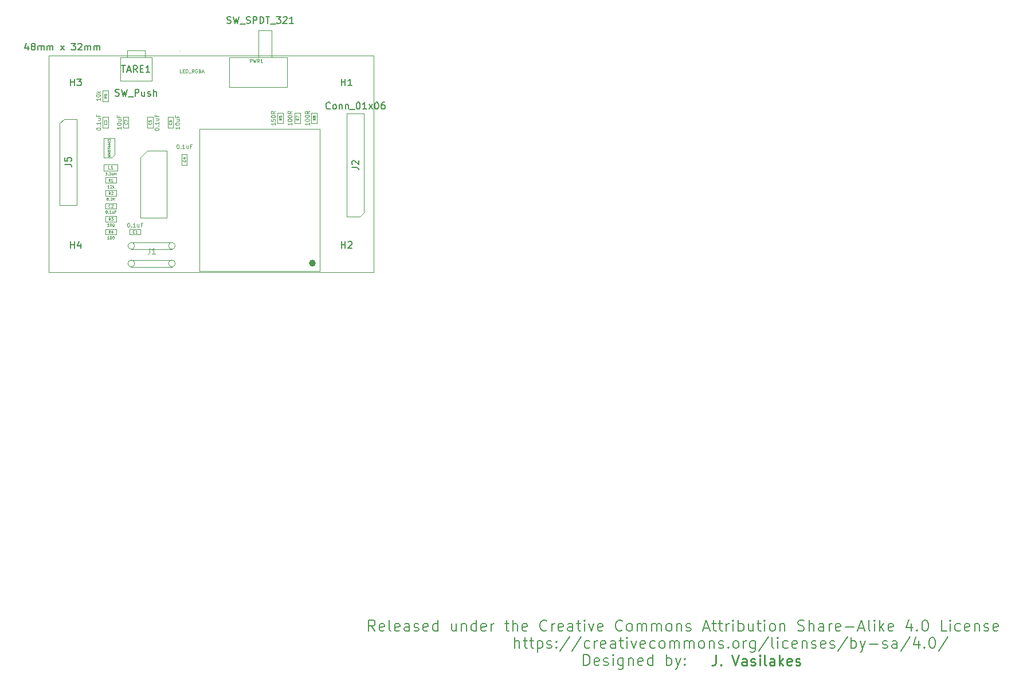
<source format=gbr>
G04 #@! TF.GenerationSoftware,KiCad,Pcbnew,9.0.2*
G04 #@! TF.CreationDate,2025-09-03T17:26:12+01:00*
G04 #@! TF.ProjectId,mito,6d69746f-2e6b-4696-9361-645f70636258,rev?*
G04 #@! TF.SameCoordinates,Original*
G04 #@! TF.FileFunction,AssemblyDrawing,Top*
%FSLAX46Y46*%
G04 Gerber Fmt 4.6, Leading zero omitted, Abs format (unit mm)*
G04 Created by KiCad (PCBNEW 9.0.2) date 2025-09-03 17:26:12*
%MOMM*%
%LPD*%
G01*
G04 APERTURE LIST*
%ADD10C,0.150000*%
%ADD11C,0.266700*%
%ADD12C,0.075000*%
%ADD13C,0.060000*%
%ADD14C,0.120000*%
%ADD15C,0.100000*%
%ADD16C,0.050000*%
%ADD17C,0.062500*%
%ADD18C,0.142240*%
%ADD19C,0.080000*%
%ADD20C,0.043750*%
%ADD21C,0.504000*%
G04 #@! TA.AperFunction,Profile*
%ADD22C,0.050000*%
G04 #@! TD*
G04 APERTURE END LIST*
D10*
X129955350Y-84493152D02*
X129955350Y-85159819D01*
X129717255Y-84112200D02*
X129479160Y-84826485D01*
X129479160Y-84826485D02*
X130098207Y-84826485D01*
X130622017Y-84588390D02*
X130526779Y-84540771D01*
X130526779Y-84540771D02*
X130479160Y-84493152D01*
X130479160Y-84493152D02*
X130431541Y-84397914D01*
X130431541Y-84397914D02*
X130431541Y-84350295D01*
X130431541Y-84350295D02*
X130479160Y-84255057D01*
X130479160Y-84255057D02*
X130526779Y-84207438D01*
X130526779Y-84207438D02*
X130622017Y-84159819D01*
X130622017Y-84159819D02*
X130812493Y-84159819D01*
X130812493Y-84159819D02*
X130907731Y-84207438D01*
X130907731Y-84207438D02*
X130955350Y-84255057D01*
X130955350Y-84255057D02*
X131002969Y-84350295D01*
X131002969Y-84350295D02*
X131002969Y-84397914D01*
X131002969Y-84397914D02*
X130955350Y-84493152D01*
X130955350Y-84493152D02*
X130907731Y-84540771D01*
X130907731Y-84540771D02*
X130812493Y-84588390D01*
X130812493Y-84588390D02*
X130622017Y-84588390D01*
X130622017Y-84588390D02*
X130526779Y-84636009D01*
X130526779Y-84636009D02*
X130479160Y-84683628D01*
X130479160Y-84683628D02*
X130431541Y-84778866D01*
X130431541Y-84778866D02*
X130431541Y-84969342D01*
X130431541Y-84969342D02*
X130479160Y-85064580D01*
X130479160Y-85064580D02*
X130526779Y-85112200D01*
X130526779Y-85112200D02*
X130622017Y-85159819D01*
X130622017Y-85159819D02*
X130812493Y-85159819D01*
X130812493Y-85159819D02*
X130907731Y-85112200D01*
X130907731Y-85112200D02*
X130955350Y-85064580D01*
X130955350Y-85064580D02*
X131002969Y-84969342D01*
X131002969Y-84969342D02*
X131002969Y-84778866D01*
X131002969Y-84778866D02*
X130955350Y-84683628D01*
X130955350Y-84683628D02*
X130907731Y-84636009D01*
X130907731Y-84636009D02*
X130812493Y-84588390D01*
X131431541Y-85159819D02*
X131431541Y-84493152D01*
X131431541Y-84588390D02*
X131479160Y-84540771D01*
X131479160Y-84540771D02*
X131574398Y-84493152D01*
X131574398Y-84493152D02*
X131717255Y-84493152D01*
X131717255Y-84493152D02*
X131812493Y-84540771D01*
X131812493Y-84540771D02*
X131860112Y-84636009D01*
X131860112Y-84636009D02*
X131860112Y-85159819D01*
X131860112Y-84636009D02*
X131907731Y-84540771D01*
X131907731Y-84540771D02*
X132002969Y-84493152D01*
X132002969Y-84493152D02*
X132145826Y-84493152D01*
X132145826Y-84493152D02*
X132241065Y-84540771D01*
X132241065Y-84540771D02*
X132288684Y-84636009D01*
X132288684Y-84636009D02*
X132288684Y-85159819D01*
X132764874Y-85159819D02*
X132764874Y-84493152D01*
X132764874Y-84588390D02*
X132812493Y-84540771D01*
X132812493Y-84540771D02*
X132907731Y-84493152D01*
X132907731Y-84493152D02*
X133050588Y-84493152D01*
X133050588Y-84493152D02*
X133145826Y-84540771D01*
X133145826Y-84540771D02*
X133193445Y-84636009D01*
X133193445Y-84636009D02*
X133193445Y-85159819D01*
X133193445Y-84636009D02*
X133241064Y-84540771D01*
X133241064Y-84540771D02*
X133336302Y-84493152D01*
X133336302Y-84493152D02*
X133479159Y-84493152D01*
X133479159Y-84493152D02*
X133574398Y-84540771D01*
X133574398Y-84540771D02*
X133622017Y-84636009D01*
X133622017Y-84636009D02*
X133622017Y-85159819D01*
X134764874Y-85159819D02*
X135288683Y-84493152D01*
X134764874Y-84493152D02*
X135288683Y-85159819D01*
X136336303Y-84159819D02*
X136955350Y-84159819D01*
X136955350Y-84159819D02*
X136622017Y-84540771D01*
X136622017Y-84540771D02*
X136764874Y-84540771D01*
X136764874Y-84540771D02*
X136860112Y-84588390D01*
X136860112Y-84588390D02*
X136907731Y-84636009D01*
X136907731Y-84636009D02*
X136955350Y-84731247D01*
X136955350Y-84731247D02*
X136955350Y-84969342D01*
X136955350Y-84969342D02*
X136907731Y-85064580D01*
X136907731Y-85064580D02*
X136860112Y-85112200D01*
X136860112Y-85112200D02*
X136764874Y-85159819D01*
X136764874Y-85159819D02*
X136479160Y-85159819D01*
X136479160Y-85159819D02*
X136383922Y-85112200D01*
X136383922Y-85112200D02*
X136336303Y-85064580D01*
X137336303Y-84255057D02*
X137383922Y-84207438D01*
X137383922Y-84207438D02*
X137479160Y-84159819D01*
X137479160Y-84159819D02*
X137717255Y-84159819D01*
X137717255Y-84159819D02*
X137812493Y-84207438D01*
X137812493Y-84207438D02*
X137860112Y-84255057D01*
X137860112Y-84255057D02*
X137907731Y-84350295D01*
X137907731Y-84350295D02*
X137907731Y-84445533D01*
X137907731Y-84445533D02*
X137860112Y-84588390D01*
X137860112Y-84588390D02*
X137288684Y-85159819D01*
X137288684Y-85159819D02*
X137907731Y-85159819D01*
X138336303Y-85159819D02*
X138336303Y-84493152D01*
X138336303Y-84588390D02*
X138383922Y-84540771D01*
X138383922Y-84540771D02*
X138479160Y-84493152D01*
X138479160Y-84493152D02*
X138622017Y-84493152D01*
X138622017Y-84493152D02*
X138717255Y-84540771D01*
X138717255Y-84540771D02*
X138764874Y-84636009D01*
X138764874Y-84636009D02*
X138764874Y-85159819D01*
X138764874Y-84636009D02*
X138812493Y-84540771D01*
X138812493Y-84540771D02*
X138907731Y-84493152D01*
X138907731Y-84493152D02*
X139050588Y-84493152D01*
X139050588Y-84493152D02*
X139145827Y-84540771D01*
X139145827Y-84540771D02*
X139193446Y-84636009D01*
X139193446Y-84636009D02*
X139193446Y-85159819D01*
X139669636Y-85159819D02*
X139669636Y-84493152D01*
X139669636Y-84588390D02*
X139717255Y-84540771D01*
X139717255Y-84540771D02*
X139812493Y-84493152D01*
X139812493Y-84493152D02*
X139955350Y-84493152D01*
X139955350Y-84493152D02*
X140050588Y-84540771D01*
X140050588Y-84540771D02*
X140098207Y-84636009D01*
X140098207Y-84636009D02*
X140098207Y-85159819D01*
X140098207Y-84636009D02*
X140145826Y-84540771D01*
X140145826Y-84540771D02*
X140241064Y-84493152D01*
X140241064Y-84493152D02*
X140383921Y-84493152D01*
X140383921Y-84493152D02*
X140479160Y-84540771D01*
X140479160Y-84540771D02*
X140526779Y-84636009D01*
X140526779Y-84636009D02*
X140526779Y-85159819D01*
D11*
X231567093Y-174564876D02*
X231567093Y-175644376D01*
X231567093Y-175644376D02*
X231495126Y-175860276D01*
X231495126Y-175860276D02*
X231351193Y-176004210D01*
X231351193Y-176004210D02*
X231135293Y-176076176D01*
X231135293Y-176076176D02*
X230991360Y-176076176D01*
X232286760Y-175932243D02*
X232358727Y-176004210D01*
X232358727Y-176004210D02*
X232286760Y-176076176D01*
X232286760Y-176076176D02*
X232214793Y-176004210D01*
X232214793Y-176004210D02*
X232286760Y-175932243D01*
X232286760Y-175932243D02*
X232286760Y-176076176D01*
X233941994Y-174564876D02*
X234445761Y-176076176D01*
X234445761Y-176076176D02*
X234949527Y-174564876D01*
X236100994Y-176076176D02*
X236100994Y-175284543D01*
X236100994Y-175284543D02*
X236029027Y-175140610D01*
X236029027Y-175140610D02*
X235885094Y-175068643D01*
X235885094Y-175068643D02*
X235597227Y-175068643D01*
X235597227Y-175068643D02*
X235453294Y-175140610D01*
X236100994Y-176004210D02*
X235957061Y-176076176D01*
X235957061Y-176076176D02*
X235597227Y-176076176D01*
X235597227Y-176076176D02*
X235453294Y-176004210D01*
X235453294Y-176004210D02*
X235381327Y-175860276D01*
X235381327Y-175860276D02*
X235381327Y-175716343D01*
X235381327Y-175716343D02*
X235453294Y-175572410D01*
X235453294Y-175572410D02*
X235597227Y-175500443D01*
X235597227Y-175500443D02*
X235957061Y-175500443D01*
X235957061Y-175500443D02*
X236100994Y-175428476D01*
X236748694Y-176004210D02*
X236892628Y-176076176D01*
X236892628Y-176076176D02*
X237180494Y-176076176D01*
X237180494Y-176076176D02*
X237324428Y-176004210D01*
X237324428Y-176004210D02*
X237396394Y-175860276D01*
X237396394Y-175860276D02*
X237396394Y-175788310D01*
X237396394Y-175788310D02*
X237324428Y-175644376D01*
X237324428Y-175644376D02*
X237180494Y-175572410D01*
X237180494Y-175572410D02*
X236964594Y-175572410D01*
X236964594Y-175572410D02*
X236820661Y-175500443D01*
X236820661Y-175500443D02*
X236748694Y-175356510D01*
X236748694Y-175356510D02*
X236748694Y-175284543D01*
X236748694Y-175284543D02*
X236820661Y-175140610D01*
X236820661Y-175140610D02*
X236964594Y-175068643D01*
X236964594Y-175068643D02*
X237180494Y-175068643D01*
X237180494Y-175068643D02*
X237324428Y-175140610D01*
X238044094Y-176076176D02*
X238044094Y-175068643D01*
X238044094Y-174564876D02*
X237972127Y-174636843D01*
X237972127Y-174636843D02*
X238044094Y-174708810D01*
X238044094Y-174708810D02*
X238116061Y-174636843D01*
X238116061Y-174636843D02*
X238044094Y-174564876D01*
X238044094Y-174564876D02*
X238044094Y-174708810D01*
X238979661Y-176076176D02*
X238835728Y-176004210D01*
X238835728Y-176004210D02*
X238763761Y-175860276D01*
X238763761Y-175860276D02*
X238763761Y-174564876D01*
X240203094Y-176076176D02*
X240203094Y-175284543D01*
X240203094Y-175284543D02*
X240131127Y-175140610D01*
X240131127Y-175140610D02*
X239987194Y-175068643D01*
X239987194Y-175068643D02*
X239699327Y-175068643D01*
X239699327Y-175068643D02*
X239555394Y-175140610D01*
X240203094Y-176004210D02*
X240059161Y-176076176D01*
X240059161Y-176076176D02*
X239699327Y-176076176D01*
X239699327Y-176076176D02*
X239555394Y-176004210D01*
X239555394Y-176004210D02*
X239483427Y-175860276D01*
X239483427Y-175860276D02*
X239483427Y-175716343D01*
X239483427Y-175716343D02*
X239555394Y-175572410D01*
X239555394Y-175572410D02*
X239699327Y-175500443D01*
X239699327Y-175500443D02*
X240059161Y-175500443D01*
X240059161Y-175500443D02*
X240203094Y-175428476D01*
X240922761Y-176076176D02*
X240922761Y-174564876D01*
X241066694Y-175500443D02*
X241498494Y-176076176D01*
X241498494Y-175068643D02*
X240922761Y-175644376D01*
X242721927Y-176004210D02*
X242577994Y-176076176D01*
X242577994Y-176076176D02*
X242290127Y-176076176D01*
X242290127Y-176076176D02*
X242146194Y-176004210D01*
X242146194Y-176004210D02*
X242074227Y-175860276D01*
X242074227Y-175860276D02*
X242074227Y-175284543D01*
X242074227Y-175284543D02*
X242146194Y-175140610D01*
X242146194Y-175140610D02*
X242290127Y-175068643D01*
X242290127Y-175068643D02*
X242577994Y-175068643D01*
X242577994Y-175068643D02*
X242721927Y-175140610D01*
X242721927Y-175140610D02*
X242793894Y-175284543D01*
X242793894Y-175284543D02*
X242793894Y-175428476D01*
X242793894Y-175428476D02*
X242074227Y-175572410D01*
X243369627Y-176004210D02*
X243513561Y-176076176D01*
X243513561Y-176076176D02*
X243801427Y-176076176D01*
X243801427Y-176076176D02*
X243945361Y-176004210D01*
X243945361Y-176004210D02*
X244017327Y-175860276D01*
X244017327Y-175860276D02*
X244017327Y-175788310D01*
X244017327Y-175788310D02*
X243945361Y-175644376D01*
X243945361Y-175644376D02*
X243801427Y-175572410D01*
X243801427Y-175572410D02*
X243585527Y-175572410D01*
X243585527Y-175572410D02*
X243441594Y-175500443D01*
X243441594Y-175500443D02*
X243369627Y-175356510D01*
X243369627Y-175356510D02*
X243369627Y-175284543D01*
X243369627Y-175284543D02*
X243441594Y-175140610D01*
X243441594Y-175140610D02*
X243585527Y-175068643D01*
X243585527Y-175068643D02*
X243801427Y-175068643D01*
X243801427Y-175068643D02*
X243945361Y-175140610D01*
D10*
X142847381Y-91887200D02*
X142990238Y-91934819D01*
X142990238Y-91934819D02*
X143228333Y-91934819D01*
X143228333Y-91934819D02*
X143323571Y-91887200D01*
X143323571Y-91887200D02*
X143371190Y-91839580D01*
X143371190Y-91839580D02*
X143418809Y-91744342D01*
X143418809Y-91744342D02*
X143418809Y-91649104D01*
X143418809Y-91649104D02*
X143371190Y-91553866D01*
X143371190Y-91553866D02*
X143323571Y-91506247D01*
X143323571Y-91506247D02*
X143228333Y-91458628D01*
X143228333Y-91458628D02*
X143037857Y-91411009D01*
X143037857Y-91411009D02*
X142942619Y-91363390D01*
X142942619Y-91363390D02*
X142895000Y-91315771D01*
X142895000Y-91315771D02*
X142847381Y-91220533D01*
X142847381Y-91220533D02*
X142847381Y-91125295D01*
X142847381Y-91125295D02*
X142895000Y-91030057D01*
X142895000Y-91030057D02*
X142942619Y-90982438D01*
X142942619Y-90982438D02*
X143037857Y-90934819D01*
X143037857Y-90934819D02*
X143275952Y-90934819D01*
X143275952Y-90934819D02*
X143418809Y-90982438D01*
X143752143Y-90934819D02*
X143990238Y-91934819D01*
X143990238Y-91934819D02*
X144180714Y-91220533D01*
X144180714Y-91220533D02*
X144371190Y-91934819D01*
X144371190Y-91934819D02*
X144609286Y-90934819D01*
X144752143Y-92030057D02*
X145514047Y-92030057D01*
X145752143Y-91934819D02*
X145752143Y-90934819D01*
X145752143Y-90934819D02*
X146133095Y-90934819D01*
X146133095Y-90934819D02*
X146228333Y-90982438D01*
X146228333Y-90982438D02*
X146275952Y-91030057D01*
X146275952Y-91030057D02*
X146323571Y-91125295D01*
X146323571Y-91125295D02*
X146323571Y-91268152D01*
X146323571Y-91268152D02*
X146275952Y-91363390D01*
X146275952Y-91363390D02*
X146228333Y-91411009D01*
X146228333Y-91411009D02*
X146133095Y-91458628D01*
X146133095Y-91458628D02*
X145752143Y-91458628D01*
X147180714Y-91268152D02*
X147180714Y-91934819D01*
X146752143Y-91268152D02*
X146752143Y-91791961D01*
X146752143Y-91791961D02*
X146799762Y-91887200D01*
X146799762Y-91887200D02*
X146895000Y-91934819D01*
X146895000Y-91934819D02*
X147037857Y-91934819D01*
X147037857Y-91934819D02*
X147133095Y-91887200D01*
X147133095Y-91887200D02*
X147180714Y-91839580D01*
X147609286Y-91887200D02*
X147704524Y-91934819D01*
X147704524Y-91934819D02*
X147895000Y-91934819D01*
X147895000Y-91934819D02*
X147990238Y-91887200D01*
X147990238Y-91887200D02*
X148037857Y-91791961D01*
X148037857Y-91791961D02*
X148037857Y-91744342D01*
X148037857Y-91744342D02*
X147990238Y-91649104D01*
X147990238Y-91649104D02*
X147895000Y-91601485D01*
X147895000Y-91601485D02*
X147752143Y-91601485D01*
X147752143Y-91601485D02*
X147656905Y-91553866D01*
X147656905Y-91553866D02*
X147609286Y-91458628D01*
X147609286Y-91458628D02*
X147609286Y-91411009D01*
X147609286Y-91411009D02*
X147656905Y-91315771D01*
X147656905Y-91315771D02*
X147752143Y-91268152D01*
X147752143Y-91268152D02*
X147895000Y-91268152D01*
X147895000Y-91268152D02*
X147990238Y-91315771D01*
X148466429Y-91934819D02*
X148466429Y-90934819D01*
X148895000Y-91934819D02*
X148895000Y-91411009D01*
X148895000Y-91411009D02*
X148847381Y-91315771D01*
X148847381Y-91315771D02*
X148752143Y-91268152D01*
X148752143Y-91268152D02*
X148609286Y-91268152D01*
X148609286Y-91268152D02*
X148514048Y-91315771D01*
X148514048Y-91315771D02*
X148466429Y-91363390D01*
X143752143Y-87434819D02*
X144323571Y-87434819D01*
X144037857Y-88434819D02*
X144037857Y-87434819D01*
X144609286Y-88149104D02*
X145085476Y-88149104D01*
X144514048Y-88434819D02*
X144847381Y-87434819D01*
X144847381Y-87434819D02*
X145180714Y-88434819D01*
X146085476Y-88434819D02*
X145752143Y-87958628D01*
X145514048Y-88434819D02*
X145514048Y-87434819D01*
X145514048Y-87434819D02*
X145895000Y-87434819D01*
X145895000Y-87434819D02*
X145990238Y-87482438D01*
X145990238Y-87482438D02*
X146037857Y-87530057D01*
X146037857Y-87530057D02*
X146085476Y-87625295D01*
X146085476Y-87625295D02*
X146085476Y-87768152D01*
X146085476Y-87768152D02*
X146037857Y-87863390D01*
X146037857Y-87863390D02*
X145990238Y-87911009D01*
X145990238Y-87911009D02*
X145895000Y-87958628D01*
X145895000Y-87958628D02*
X145514048Y-87958628D01*
X146514048Y-87911009D02*
X146847381Y-87911009D01*
X146990238Y-88434819D02*
X146514048Y-88434819D01*
X146514048Y-88434819D02*
X146514048Y-87434819D01*
X146514048Y-87434819D02*
X146990238Y-87434819D01*
X147942619Y-88434819D02*
X147371191Y-88434819D01*
X147656905Y-88434819D02*
X147656905Y-87434819D01*
X147656905Y-87434819D02*
X147561667Y-87577676D01*
X147561667Y-87577676D02*
X147466429Y-87672914D01*
X147466429Y-87672914D02*
X147371191Y-87720533D01*
D12*
X152323671Y-96442857D02*
X152323671Y-96785714D01*
X152323671Y-96614285D02*
X151723671Y-96614285D01*
X151723671Y-96614285D02*
X151809385Y-96671428D01*
X151809385Y-96671428D02*
X151866528Y-96728571D01*
X151866528Y-96728571D02*
X151895100Y-96785714D01*
X151723671Y-96071428D02*
X151723671Y-96014285D01*
X151723671Y-96014285D02*
X151752242Y-95957142D01*
X151752242Y-95957142D02*
X151780814Y-95928571D01*
X151780814Y-95928571D02*
X151837957Y-95899999D01*
X151837957Y-95899999D02*
X151952242Y-95871428D01*
X151952242Y-95871428D02*
X152095100Y-95871428D01*
X152095100Y-95871428D02*
X152209385Y-95899999D01*
X152209385Y-95899999D02*
X152266528Y-95928571D01*
X152266528Y-95928571D02*
X152295100Y-95957142D01*
X152295100Y-95957142D02*
X152323671Y-96014285D01*
X152323671Y-96014285D02*
X152323671Y-96071428D01*
X152323671Y-96071428D02*
X152295100Y-96128571D01*
X152295100Y-96128571D02*
X152266528Y-96157142D01*
X152266528Y-96157142D02*
X152209385Y-96185713D01*
X152209385Y-96185713D02*
X152095100Y-96214285D01*
X152095100Y-96214285D02*
X151952242Y-96214285D01*
X151952242Y-96214285D02*
X151837957Y-96185713D01*
X151837957Y-96185713D02*
X151780814Y-96157142D01*
X151780814Y-96157142D02*
X151752242Y-96128571D01*
X151752242Y-96128571D02*
X151723671Y-96071428D01*
X151923671Y-95357142D02*
X152323671Y-95357142D01*
X151923671Y-95614284D02*
X152237957Y-95614284D01*
X152237957Y-95614284D02*
X152295100Y-95585713D01*
X152295100Y-95585713D02*
X152323671Y-95528570D01*
X152323671Y-95528570D02*
X152323671Y-95442856D01*
X152323671Y-95442856D02*
X152295100Y-95385713D01*
X152295100Y-95385713D02*
X152266528Y-95357142D01*
X152009385Y-94871427D02*
X152009385Y-95071427D01*
X152323671Y-95071427D02*
X151723671Y-95071427D01*
X151723671Y-95071427D02*
X151723671Y-94785713D01*
D13*
X151118832Y-95886666D02*
X151137880Y-95905714D01*
X151137880Y-95905714D02*
X151156927Y-95962856D01*
X151156927Y-95962856D02*
X151156927Y-96000952D01*
X151156927Y-96000952D02*
X151137880Y-96058095D01*
X151137880Y-96058095D02*
X151099784Y-96096190D01*
X151099784Y-96096190D02*
X151061689Y-96115237D01*
X151061689Y-96115237D02*
X150985499Y-96134285D01*
X150985499Y-96134285D02*
X150928356Y-96134285D01*
X150928356Y-96134285D02*
X150852165Y-96115237D01*
X150852165Y-96115237D02*
X150814070Y-96096190D01*
X150814070Y-96096190D02*
X150775975Y-96058095D01*
X150775975Y-96058095D02*
X150756927Y-96000952D01*
X150756927Y-96000952D02*
X150756927Y-95962856D01*
X150756927Y-95962856D02*
X150775975Y-95905714D01*
X150775975Y-95905714D02*
X150795022Y-95886666D01*
X150756927Y-95543809D02*
X150756927Y-95619999D01*
X150756927Y-95619999D02*
X150775975Y-95658095D01*
X150775975Y-95658095D02*
X150795022Y-95677142D01*
X150795022Y-95677142D02*
X150852165Y-95715237D01*
X150852165Y-95715237D02*
X150928356Y-95734285D01*
X150928356Y-95734285D02*
X151080737Y-95734285D01*
X151080737Y-95734285D02*
X151118832Y-95715237D01*
X151118832Y-95715237D02*
X151137880Y-95696190D01*
X151137880Y-95696190D02*
X151156927Y-95658095D01*
X151156927Y-95658095D02*
X151156927Y-95581904D01*
X151156927Y-95581904D02*
X151137880Y-95543809D01*
X151137880Y-95543809D02*
X151118832Y-95524761D01*
X151118832Y-95524761D02*
X151080737Y-95505714D01*
X151080737Y-95505714D02*
X150985499Y-95505714D01*
X150985499Y-95505714D02*
X150947403Y-95524761D01*
X150947403Y-95524761D02*
X150928356Y-95543809D01*
X150928356Y-95543809D02*
X150909308Y-95581904D01*
X150909308Y-95581904D02*
X150909308Y-95658095D01*
X150909308Y-95658095D02*
X150928356Y-95696190D01*
X150928356Y-95696190D02*
X150947403Y-95715237D01*
X150947403Y-95715237D02*
X150985499Y-95734285D01*
D12*
X148658671Y-96815714D02*
X148658671Y-96758571D01*
X148658671Y-96758571D02*
X148687242Y-96701428D01*
X148687242Y-96701428D02*
X148715814Y-96672857D01*
X148715814Y-96672857D02*
X148772957Y-96644285D01*
X148772957Y-96644285D02*
X148887242Y-96615714D01*
X148887242Y-96615714D02*
X149030100Y-96615714D01*
X149030100Y-96615714D02*
X149144385Y-96644285D01*
X149144385Y-96644285D02*
X149201528Y-96672857D01*
X149201528Y-96672857D02*
X149230100Y-96701428D01*
X149230100Y-96701428D02*
X149258671Y-96758571D01*
X149258671Y-96758571D02*
X149258671Y-96815714D01*
X149258671Y-96815714D02*
X149230100Y-96872857D01*
X149230100Y-96872857D02*
X149201528Y-96901428D01*
X149201528Y-96901428D02*
X149144385Y-96929999D01*
X149144385Y-96929999D02*
X149030100Y-96958571D01*
X149030100Y-96958571D02*
X148887242Y-96958571D01*
X148887242Y-96958571D02*
X148772957Y-96929999D01*
X148772957Y-96929999D02*
X148715814Y-96901428D01*
X148715814Y-96901428D02*
X148687242Y-96872857D01*
X148687242Y-96872857D02*
X148658671Y-96815714D01*
X149201528Y-96358570D02*
X149230100Y-96329999D01*
X149230100Y-96329999D02*
X149258671Y-96358570D01*
X149258671Y-96358570D02*
X149230100Y-96387142D01*
X149230100Y-96387142D02*
X149201528Y-96358570D01*
X149201528Y-96358570D02*
X149258671Y-96358570D01*
X149258671Y-95758571D02*
X149258671Y-96101428D01*
X149258671Y-95929999D02*
X148658671Y-95929999D01*
X148658671Y-95929999D02*
X148744385Y-95987142D01*
X148744385Y-95987142D02*
X148801528Y-96044285D01*
X148801528Y-96044285D02*
X148830100Y-96101428D01*
X148858671Y-95244285D02*
X149258671Y-95244285D01*
X148858671Y-95501427D02*
X149172957Y-95501427D01*
X149172957Y-95501427D02*
X149230100Y-95472856D01*
X149230100Y-95472856D02*
X149258671Y-95415713D01*
X149258671Y-95415713D02*
X149258671Y-95329999D01*
X149258671Y-95329999D02*
X149230100Y-95272856D01*
X149230100Y-95272856D02*
X149201528Y-95244285D01*
X148944385Y-94758570D02*
X148944385Y-94958570D01*
X149258671Y-94958570D02*
X148658671Y-94958570D01*
X148658671Y-94958570D02*
X148658671Y-94672856D01*
D13*
X148118832Y-95886666D02*
X148137880Y-95905714D01*
X148137880Y-95905714D02*
X148156927Y-95962856D01*
X148156927Y-95962856D02*
X148156927Y-96000952D01*
X148156927Y-96000952D02*
X148137880Y-96058095D01*
X148137880Y-96058095D02*
X148099784Y-96096190D01*
X148099784Y-96096190D02*
X148061689Y-96115237D01*
X148061689Y-96115237D02*
X147985499Y-96134285D01*
X147985499Y-96134285D02*
X147928356Y-96134285D01*
X147928356Y-96134285D02*
X147852165Y-96115237D01*
X147852165Y-96115237D02*
X147814070Y-96096190D01*
X147814070Y-96096190D02*
X147775975Y-96058095D01*
X147775975Y-96058095D02*
X147756927Y-96000952D01*
X147756927Y-96000952D02*
X147756927Y-95962856D01*
X147756927Y-95962856D02*
X147775975Y-95905714D01*
X147775975Y-95905714D02*
X147795022Y-95886666D01*
X147756927Y-95524761D02*
X147756927Y-95715237D01*
X147756927Y-95715237D02*
X147947403Y-95734285D01*
X147947403Y-95734285D02*
X147928356Y-95715237D01*
X147928356Y-95715237D02*
X147909308Y-95677142D01*
X147909308Y-95677142D02*
X147909308Y-95581904D01*
X147909308Y-95581904D02*
X147928356Y-95543809D01*
X147928356Y-95543809D02*
X147947403Y-95524761D01*
X147947403Y-95524761D02*
X147985499Y-95505714D01*
X147985499Y-95505714D02*
X148080737Y-95505714D01*
X148080737Y-95505714D02*
X148118832Y-95524761D01*
X148118832Y-95524761D02*
X148137880Y-95543809D01*
X148137880Y-95543809D02*
X148156927Y-95581904D01*
X148156927Y-95581904D02*
X148156927Y-95677142D01*
X148156927Y-95677142D02*
X148137880Y-95715237D01*
X148137880Y-95715237D02*
X148118832Y-95734285D01*
D14*
X147933333Y-114438855D02*
X147933333Y-115010283D01*
X147933333Y-115010283D02*
X147895238Y-115124569D01*
X147895238Y-115124569D02*
X147819047Y-115200760D01*
X147819047Y-115200760D02*
X147704762Y-115238855D01*
X147704762Y-115238855D02*
X147628571Y-115238855D01*
X148733333Y-115238855D02*
X148276190Y-115238855D01*
X148504762Y-115238855D02*
X148504762Y-114438855D01*
X148504762Y-114438855D02*
X148428571Y-114553140D01*
X148428571Y-114553140D02*
X148352381Y-114629331D01*
X148352381Y-114629331D02*
X148276190Y-114667426D01*
D10*
X174586904Y-93769580D02*
X174539285Y-93817200D01*
X174539285Y-93817200D02*
X174396428Y-93864819D01*
X174396428Y-93864819D02*
X174301190Y-93864819D01*
X174301190Y-93864819D02*
X174158333Y-93817200D01*
X174158333Y-93817200D02*
X174063095Y-93721961D01*
X174063095Y-93721961D02*
X174015476Y-93626723D01*
X174015476Y-93626723D02*
X173967857Y-93436247D01*
X173967857Y-93436247D02*
X173967857Y-93293390D01*
X173967857Y-93293390D02*
X174015476Y-93102914D01*
X174015476Y-93102914D02*
X174063095Y-93007676D01*
X174063095Y-93007676D02*
X174158333Y-92912438D01*
X174158333Y-92912438D02*
X174301190Y-92864819D01*
X174301190Y-92864819D02*
X174396428Y-92864819D01*
X174396428Y-92864819D02*
X174539285Y-92912438D01*
X174539285Y-92912438D02*
X174586904Y-92960057D01*
X175158333Y-93864819D02*
X175063095Y-93817200D01*
X175063095Y-93817200D02*
X175015476Y-93769580D01*
X175015476Y-93769580D02*
X174967857Y-93674342D01*
X174967857Y-93674342D02*
X174967857Y-93388628D01*
X174967857Y-93388628D02*
X175015476Y-93293390D01*
X175015476Y-93293390D02*
X175063095Y-93245771D01*
X175063095Y-93245771D02*
X175158333Y-93198152D01*
X175158333Y-93198152D02*
X175301190Y-93198152D01*
X175301190Y-93198152D02*
X175396428Y-93245771D01*
X175396428Y-93245771D02*
X175444047Y-93293390D01*
X175444047Y-93293390D02*
X175491666Y-93388628D01*
X175491666Y-93388628D02*
X175491666Y-93674342D01*
X175491666Y-93674342D02*
X175444047Y-93769580D01*
X175444047Y-93769580D02*
X175396428Y-93817200D01*
X175396428Y-93817200D02*
X175301190Y-93864819D01*
X175301190Y-93864819D02*
X175158333Y-93864819D01*
X175920238Y-93198152D02*
X175920238Y-93864819D01*
X175920238Y-93293390D02*
X175967857Y-93245771D01*
X175967857Y-93245771D02*
X176063095Y-93198152D01*
X176063095Y-93198152D02*
X176205952Y-93198152D01*
X176205952Y-93198152D02*
X176301190Y-93245771D01*
X176301190Y-93245771D02*
X176348809Y-93341009D01*
X176348809Y-93341009D02*
X176348809Y-93864819D01*
X176825000Y-93198152D02*
X176825000Y-93864819D01*
X176825000Y-93293390D02*
X176872619Y-93245771D01*
X176872619Y-93245771D02*
X176967857Y-93198152D01*
X176967857Y-93198152D02*
X177110714Y-93198152D01*
X177110714Y-93198152D02*
X177205952Y-93245771D01*
X177205952Y-93245771D02*
X177253571Y-93341009D01*
X177253571Y-93341009D02*
X177253571Y-93864819D01*
X177491667Y-93960057D02*
X178253571Y-93960057D01*
X178682143Y-92864819D02*
X178777381Y-92864819D01*
X178777381Y-92864819D02*
X178872619Y-92912438D01*
X178872619Y-92912438D02*
X178920238Y-92960057D01*
X178920238Y-92960057D02*
X178967857Y-93055295D01*
X178967857Y-93055295D02*
X179015476Y-93245771D01*
X179015476Y-93245771D02*
X179015476Y-93483866D01*
X179015476Y-93483866D02*
X178967857Y-93674342D01*
X178967857Y-93674342D02*
X178920238Y-93769580D01*
X178920238Y-93769580D02*
X178872619Y-93817200D01*
X178872619Y-93817200D02*
X178777381Y-93864819D01*
X178777381Y-93864819D02*
X178682143Y-93864819D01*
X178682143Y-93864819D02*
X178586905Y-93817200D01*
X178586905Y-93817200D02*
X178539286Y-93769580D01*
X178539286Y-93769580D02*
X178491667Y-93674342D01*
X178491667Y-93674342D02*
X178444048Y-93483866D01*
X178444048Y-93483866D02*
X178444048Y-93245771D01*
X178444048Y-93245771D02*
X178491667Y-93055295D01*
X178491667Y-93055295D02*
X178539286Y-92960057D01*
X178539286Y-92960057D02*
X178586905Y-92912438D01*
X178586905Y-92912438D02*
X178682143Y-92864819D01*
X179967857Y-93864819D02*
X179396429Y-93864819D01*
X179682143Y-93864819D02*
X179682143Y-92864819D01*
X179682143Y-92864819D02*
X179586905Y-93007676D01*
X179586905Y-93007676D02*
X179491667Y-93102914D01*
X179491667Y-93102914D02*
X179396429Y-93150533D01*
X180301191Y-93864819D02*
X180825000Y-93198152D01*
X180301191Y-93198152D02*
X180825000Y-93864819D01*
X181396429Y-92864819D02*
X181491667Y-92864819D01*
X181491667Y-92864819D02*
X181586905Y-92912438D01*
X181586905Y-92912438D02*
X181634524Y-92960057D01*
X181634524Y-92960057D02*
X181682143Y-93055295D01*
X181682143Y-93055295D02*
X181729762Y-93245771D01*
X181729762Y-93245771D02*
X181729762Y-93483866D01*
X181729762Y-93483866D02*
X181682143Y-93674342D01*
X181682143Y-93674342D02*
X181634524Y-93769580D01*
X181634524Y-93769580D02*
X181586905Y-93817200D01*
X181586905Y-93817200D02*
X181491667Y-93864819D01*
X181491667Y-93864819D02*
X181396429Y-93864819D01*
X181396429Y-93864819D02*
X181301191Y-93817200D01*
X181301191Y-93817200D02*
X181253572Y-93769580D01*
X181253572Y-93769580D02*
X181205953Y-93674342D01*
X181205953Y-93674342D02*
X181158334Y-93483866D01*
X181158334Y-93483866D02*
X181158334Y-93245771D01*
X181158334Y-93245771D02*
X181205953Y-93055295D01*
X181205953Y-93055295D02*
X181253572Y-92960057D01*
X181253572Y-92960057D02*
X181301191Y-92912438D01*
X181301191Y-92912438D02*
X181396429Y-92864819D01*
X182586905Y-92864819D02*
X182396429Y-92864819D01*
X182396429Y-92864819D02*
X182301191Y-92912438D01*
X182301191Y-92912438D02*
X182253572Y-92960057D01*
X182253572Y-92960057D02*
X182158334Y-93102914D01*
X182158334Y-93102914D02*
X182110715Y-93293390D01*
X182110715Y-93293390D02*
X182110715Y-93674342D01*
X182110715Y-93674342D02*
X182158334Y-93769580D01*
X182158334Y-93769580D02*
X182205953Y-93817200D01*
X182205953Y-93817200D02*
X182301191Y-93864819D01*
X182301191Y-93864819D02*
X182491667Y-93864819D01*
X182491667Y-93864819D02*
X182586905Y-93817200D01*
X182586905Y-93817200D02*
X182634524Y-93769580D01*
X182634524Y-93769580D02*
X182682143Y-93674342D01*
X182682143Y-93674342D02*
X182682143Y-93436247D01*
X182682143Y-93436247D02*
X182634524Y-93341009D01*
X182634524Y-93341009D02*
X182586905Y-93293390D01*
X182586905Y-93293390D02*
X182491667Y-93245771D01*
X182491667Y-93245771D02*
X182301191Y-93245771D01*
X182301191Y-93245771D02*
X182205953Y-93293390D01*
X182205953Y-93293390D02*
X182158334Y-93341009D01*
X182158334Y-93341009D02*
X182110715Y-93436247D01*
X177779819Y-102473333D02*
X178494104Y-102473333D01*
X178494104Y-102473333D02*
X178636961Y-102520952D01*
X178636961Y-102520952D02*
X178732200Y-102616190D01*
X178732200Y-102616190D02*
X178779819Y-102759047D01*
X178779819Y-102759047D02*
X178779819Y-102854285D01*
X177875057Y-102044761D02*
X177827438Y-101997142D01*
X177827438Y-101997142D02*
X177779819Y-101901904D01*
X177779819Y-101901904D02*
X177779819Y-101663809D01*
X177779819Y-101663809D02*
X177827438Y-101568571D01*
X177827438Y-101568571D02*
X177875057Y-101520952D01*
X177875057Y-101520952D02*
X177970295Y-101473333D01*
X177970295Y-101473333D02*
X178065533Y-101473333D01*
X178065533Y-101473333D02*
X178208390Y-101520952D01*
X178208390Y-101520952D02*
X178779819Y-102092380D01*
X178779819Y-102092380D02*
X178779819Y-101473333D01*
X159345238Y-81157200D02*
X159488095Y-81204819D01*
X159488095Y-81204819D02*
X159726190Y-81204819D01*
X159726190Y-81204819D02*
X159821428Y-81157200D01*
X159821428Y-81157200D02*
X159869047Y-81109580D01*
X159869047Y-81109580D02*
X159916666Y-81014342D01*
X159916666Y-81014342D02*
X159916666Y-80919104D01*
X159916666Y-80919104D02*
X159869047Y-80823866D01*
X159869047Y-80823866D02*
X159821428Y-80776247D01*
X159821428Y-80776247D02*
X159726190Y-80728628D01*
X159726190Y-80728628D02*
X159535714Y-80681009D01*
X159535714Y-80681009D02*
X159440476Y-80633390D01*
X159440476Y-80633390D02*
X159392857Y-80585771D01*
X159392857Y-80585771D02*
X159345238Y-80490533D01*
X159345238Y-80490533D02*
X159345238Y-80395295D01*
X159345238Y-80395295D02*
X159392857Y-80300057D01*
X159392857Y-80300057D02*
X159440476Y-80252438D01*
X159440476Y-80252438D02*
X159535714Y-80204819D01*
X159535714Y-80204819D02*
X159773809Y-80204819D01*
X159773809Y-80204819D02*
X159916666Y-80252438D01*
X160250000Y-80204819D02*
X160488095Y-81204819D01*
X160488095Y-81204819D02*
X160678571Y-80490533D01*
X160678571Y-80490533D02*
X160869047Y-81204819D01*
X160869047Y-81204819D02*
X161107143Y-80204819D01*
X161250000Y-81300057D02*
X162011904Y-81300057D01*
X162202381Y-81157200D02*
X162345238Y-81204819D01*
X162345238Y-81204819D02*
X162583333Y-81204819D01*
X162583333Y-81204819D02*
X162678571Y-81157200D01*
X162678571Y-81157200D02*
X162726190Y-81109580D01*
X162726190Y-81109580D02*
X162773809Y-81014342D01*
X162773809Y-81014342D02*
X162773809Y-80919104D01*
X162773809Y-80919104D02*
X162726190Y-80823866D01*
X162726190Y-80823866D02*
X162678571Y-80776247D01*
X162678571Y-80776247D02*
X162583333Y-80728628D01*
X162583333Y-80728628D02*
X162392857Y-80681009D01*
X162392857Y-80681009D02*
X162297619Y-80633390D01*
X162297619Y-80633390D02*
X162250000Y-80585771D01*
X162250000Y-80585771D02*
X162202381Y-80490533D01*
X162202381Y-80490533D02*
X162202381Y-80395295D01*
X162202381Y-80395295D02*
X162250000Y-80300057D01*
X162250000Y-80300057D02*
X162297619Y-80252438D01*
X162297619Y-80252438D02*
X162392857Y-80204819D01*
X162392857Y-80204819D02*
X162630952Y-80204819D01*
X162630952Y-80204819D02*
X162773809Y-80252438D01*
X163202381Y-81204819D02*
X163202381Y-80204819D01*
X163202381Y-80204819D02*
X163583333Y-80204819D01*
X163583333Y-80204819D02*
X163678571Y-80252438D01*
X163678571Y-80252438D02*
X163726190Y-80300057D01*
X163726190Y-80300057D02*
X163773809Y-80395295D01*
X163773809Y-80395295D02*
X163773809Y-80538152D01*
X163773809Y-80538152D02*
X163726190Y-80633390D01*
X163726190Y-80633390D02*
X163678571Y-80681009D01*
X163678571Y-80681009D02*
X163583333Y-80728628D01*
X163583333Y-80728628D02*
X163202381Y-80728628D01*
X164202381Y-81204819D02*
X164202381Y-80204819D01*
X164202381Y-80204819D02*
X164440476Y-80204819D01*
X164440476Y-80204819D02*
X164583333Y-80252438D01*
X164583333Y-80252438D02*
X164678571Y-80347676D01*
X164678571Y-80347676D02*
X164726190Y-80442914D01*
X164726190Y-80442914D02*
X164773809Y-80633390D01*
X164773809Y-80633390D02*
X164773809Y-80776247D01*
X164773809Y-80776247D02*
X164726190Y-80966723D01*
X164726190Y-80966723D02*
X164678571Y-81061961D01*
X164678571Y-81061961D02*
X164583333Y-81157200D01*
X164583333Y-81157200D02*
X164440476Y-81204819D01*
X164440476Y-81204819D02*
X164202381Y-81204819D01*
X165059524Y-80204819D02*
X165630952Y-80204819D01*
X165345238Y-81204819D02*
X165345238Y-80204819D01*
X165726191Y-81300057D02*
X166488095Y-81300057D01*
X166630953Y-80204819D02*
X167250000Y-80204819D01*
X167250000Y-80204819D02*
X166916667Y-80585771D01*
X166916667Y-80585771D02*
X167059524Y-80585771D01*
X167059524Y-80585771D02*
X167154762Y-80633390D01*
X167154762Y-80633390D02*
X167202381Y-80681009D01*
X167202381Y-80681009D02*
X167250000Y-80776247D01*
X167250000Y-80776247D02*
X167250000Y-81014342D01*
X167250000Y-81014342D02*
X167202381Y-81109580D01*
X167202381Y-81109580D02*
X167154762Y-81157200D01*
X167154762Y-81157200D02*
X167059524Y-81204819D01*
X167059524Y-81204819D02*
X166773810Y-81204819D01*
X166773810Y-81204819D02*
X166678572Y-81157200D01*
X166678572Y-81157200D02*
X166630953Y-81109580D01*
X167630953Y-80300057D02*
X167678572Y-80252438D01*
X167678572Y-80252438D02*
X167773810Y-80204819D01*
X167773810Y-80204819D02*
X168011905Y-80204819D01*
X168011905Y-80204819D02*
X168107143Y-80252438D01*
X168107143Y-80252438D02*
X168154762Y-80300057D01*
X168154762Y-80300057D02*
X168202381Y-80395295D01*
X168202381Y-80395295D02*
X168202381Y-80490533D01*
X168202381Y-80490533D02*
X168154762Y-80633390D01*
X168154762Y-80633390D02*
X167583334Y-81204819D01*
X167583334Y-81204819D02*
X168202381Y-81204819D01*
X169154762Y-81204819D02*
X168583334Y-81204819D01*
X168869048Y-81204819D02*
X168869048Y-80204819D01*
X168869048Y-80204819D02*
X168773810Y-80347676D01*
X168773810Y-80347676D02*
X168678572Y-80442914D01*
X168678572Y-80442914D02*
X168583334Y-80490533D01*
D15*
X162745238Y-86976109D02*
X162745238Y-86476109D01*
X162745238Y-86476109D02*
X162935714Y-86476109D01*
X162935714Y-86476109D02*
X162983333Y-86499919D01*
X162983333Y-86499919D02*
X163007143Y-86523728D01*
X163007143Y-86523728D02*
X163030952Y-86571347D01*
X163030952Y-86571347D02*
X163030952Y-86642776D01*
X163030952Y-86642776D02*
X163007143Y-86690395D01*
X163007143Y-86690395D02*
X162983333Y-86714204D01*
X162983333Y-86714204D02*
X162935714Y-86738014D01*
X162935714Y-86738014D02*
X162745238Y-86738014D01*
X163197619Y-86476109D02*
X163316667Y-86976109D01*
X163316667Y-86976109D02*
X163411905Y-86618966D01*
X163411905Y-86618966D02*
X163507143Y-86976109D01*
X163507143Y-86976109D02*
X163626191Y-86476109D01*
X164102381Y-86976109D02*
X163935715Y-86738014D01*
X163816667Y-86976109D02*
X163816667Y-86476109D01*
X163816667Y-86476109D02*
X164007143Y-86476109D01*
X164007143Y-86476109D02*
X164054762Y-86499919D01*
X164054762Y-86499919D02*
X164078572Y-86523728D01*
X164078572Y-86523728D02*
X164102381Y-86571347D01*
X164102381Y-86571347D02*
X164102381Y-86642776D01*
X164102381Y-86642776D02*
X164078572Y-86690395D01*
X164078572Y-86690395D02*
X164054762Y-86714204D01*
X164054762Y-86714204D02*
X164007143Y-86738014D01*
X164007143Y-86738014D02*
X163816667Y-86738014D01*
X164578572Y-86976109D02*
X164292858Y-86976109D01*
X164435715Y-86976109D02*
X164435715Y-86476109D01*
X164435715Y-86476109D02*
X164388096Y-86547538D01*
X164388096Y-86547538D02*
X164340477Y-86595157D01*
X164340477Y-86595157D02*
X164292858Y-86618966D01*
D12*
X144764285Y-110673671D02*
X144821428Y-110673671D01*
X144821428Y-110673671D02*
X144878571Y-110702242D01*
X144878571Y-110702242D02*
X144907143Y-110730814D01*
X144907143Y-110730814D02*
X144935714Y-110787957D01*
X144935714Y-110787957D02*
X144964285Y-110902242D01*
X144964285Y-110902242D02*
X144964285Y-111045100D01*
X144964285Y-111045100D02*
X144935714Y-111159385D01*
X144935714Y-111159385D02*
X144907143Y-111216528D01*
X144907143Y-111216528D02*
X144878571Y-111245100D01*
X144878571Y-111245100D02*
X144821428Y-111273671D01*
X144821428Y-111273671D02*
X144764285Y-111273671D01*
X144764285Y-111273671D02*
X144707143Y-111245100D01*
X144707143Y-111245100D02*
X144678571Y-111216528D01*
X144678571Y-111216528D02*
X144650000Y-111159385D01*
X144650000Y-111159385D02*
X144621428Y-111045100D01*
X144621428Y-111045100D02*
X144621428Y-110902242D01*
X144621428Y-110902242D02*
X144650000Y-110787957D01*
X144650000Y-110787957D02*
X144678571Y-110730814D01*
X144678571Y-110730814D02*
X144707143Y-110702242D01*
X144707143Y-110702242D02*
X144764285Y-110673671D01*
X145221429Y-111216528D02*
X145250000Y-111245100D01*
X145250000Y-111245100D02*
X145221429Y-111273671D01*
X145221429Y-111273671D02*
X145192857Y-111245100D01*
X145192857Y-111245100D02*
X145221429Y-111216528D01*
X145221429Y-111216528D02*
X145221429Y-111273671D01*
X145821428Y-111273671D02*
X145478571Y-111273671D01*
X145650000Y-111273671D02*
X145650000Y-110673671D01*
X145650000Y-110673671D02*
X145592857Y-110759385D01*
X145592857Y-110759385D02*
X145535714Y-110816528D01*
X145535714Y-110816528D02*
X145478571Y-110845100D01*
X146335715Y-110873671D02*
X146335715Y-111273671D01*
X146078572Y-110873671D02*
X146078572Y-111187957D01*
X146078572Y-111187957D02*
X146107143Y-111245100D01*
X146107143Y-111245100D02*
X146164286Y-111273671D01*
X146164286Y-111273671D02*
X146250000Y-111273671D01*
X146250000Y-111273671D02*
X146307143Y-111245100D01*
X146307143Y-111245100D02*
X146335715Y-111216528D01*
X146821429Y-110959385D02*
X146621429Y-110959385D01*
X146621429Y-111273671D02*
X146621429Y-110673671D01*
X146621429Y-110673671D02*
X146907143Y-110673671D01*
D13*
X145684433Y-112132432D02*
X145665385Y-112151480D01*
X145665385Y-112151480D02*
X145608243Y-112170527D01*
X145608243Y-112170527D02*
X145570147Y-112170527D01*
X145570147Y-112170527D02*
X145513004Y-112151480D01*
X145513004Y-112151480D02*
X145474909Y-112113384D01*
X145474909Y-112113384D02*
X145455862Y-112075289D01*
X145455862Y-112075289D02*
X145436814Y-111999099D01*
X145436814Y-111999099D02*
X145436814Y-111941956D01*
X145436814Y-111941956D02*
X145455862Y-111865765D01*
X145455862Y-111865765D02*
X145474909Y-111827670D01*
X145474909Y-111827670D02*
X145513004Y-111789575D01*
X145513004Y-111789575D02*
X145570147Y-111770527D01*
X145570147Y-111770527D02*
X145608243Y-111770527D01*
X145608243Y-111770527D02*
X145665385Y-111789575D01*
X145665385Y-111789575D02*
X145684433Y-111808622D01*
X146065385Y-112170527D02*
X145836814Y-112170527D01*
X145951100Y-112170527D02*
X145951100Y-111770527D01*
X145951100Y-111770527D02*
X145913004Y-111827670D01*
X145913004Y-111827670D02*
X145874909Y-111865765D01*
X145874909Y-111865765D02*
X145836814Y-111884813D01*
D10*
X135354819Y-102013333D02*
X136069104Y-102013333D01*
X136069104Y-102013333D02*
X136211961Y-102060952D01*
X136211961Y-102060952D02*
X136307200Y-102156190D01*
X136307200Y-102156190D02*
X136354819Y-102299047D01*
X136354819Y-102299047D02*
X136354819Y-102394285D01*
X135354819Y-101060952D02*
X135354819Y-101537142D01*
X135354819Y-101537142D02*
X135831009Y-101584761D01*
X135831009Y-101584761D02*
X135783390Y-101537142D01*
X135783390Y-101537142D02*
X135735771Y-101441904D01*
X135735771Y-101441904D02*
X135735771Y-101203809D01*
X135735771Y-101203809D02*
X135783390Y-101108571D01*
X135783390Y-101108571D02*
X135831009Y-101060952D01*
X135831009Y-101060952D02*
X135926247Y-101013333D01*
X135926247Y-101013333D02*
X136164342Y-101013333D01*
X136164342Y-101013333D02*
X136259580Y-101060952D01*
X136259580Y-101060952D02*
X136307200Y-101108571D01*
X136307200Y-101108571D02*
X136354819Y-101203809D01*
X136354819Y-101203809D02*
X136354819Y-101441904D01*
X136354819Y-101441904D02*
X136307200Y-101537142D01*
X136307200Y-101537142D02*
X136259580Y-101584761D01*
D12*
X140598671Y-92257143D02*
X140598671Y-92600000D01*
X140598671Y-92428571D02*
X139998671Y-92428571D01*
X139998671Y-92428571D02*
X140084385Y-92485714D01*
X140084385Y-92485714D02*
X140141528Y-92542857D01*
X140141528Y-92542857D02*
X140170100Y-92600000D01*
X139998671Y-91885714D02*
X139998671Y-91828571D01*
X139998671Y-91828571D02*
X140027242Y-91771428D01*
X140027242Y-91771428D02*
X140055814Y-91742857D01*
X140055814Y-91742857D02*
X140112957Y-91714285D01*
X140112957Y-91714285D02*
X140227242Y-91685714D01*
X140227242Y-91685714D02*
X140370100Y-91685714D01*
X140370100Y-91685714D02*
X140484385Y-91714285D01*
X140484385Y-91714285D02*
X140541528Y-91742857D01*
X140541528Y-91742857D02*
X140570100Y-91771428D01*
X140570100Y-91771428D02*
X140598671Y-91828571D01*
X140598671Y-91828571D02*
X140598671Y-91885714D01*
X140598671Y-91885714D02*
X140570100Y-91942857D01*
X140570100Y-91942857D02*
X140541528Y-91971428D01*
X140541528Y-91971428D02*
X140484385Y-91999999D01*
X140484385Y-91999999D02*
X140370100Y-92028571D01*
X140370100Y-92028571D02*
X140227242Y-92028571D01*
X140227242Y-92028571D02*
X140112957Y-91999999D01*
X140112957Y-91999999D02*
X140055814Y-91971428D01*
X140055814Y-91971428D02*
X140027242Y-91942857D01*
X140027242Y-91942857D02*
X139998671Y-91885714D01*
X140598671Y-91428570D02*
X139998671Y-91428570D01*
X140370100Y-91371428D02*
X140598671Y-91199999D01*
X140198671Y-91199999D02*
X140427242Y-91428570D01*
D13*
X141581927Y-91991666D02*
X141391451Y-92124999D01*
X141581927Y-92220237D02*
X141181927Y-92220237D01*
X141181927Y-92220237D02*
X141181927Y-92067856D01*
X141181927Y-92067856D02*
X141200975Y-92029761D01*
X141200975Y-92029761D02*
X141220022Y-92010714D01*
X141220022Y-92010714D02*
X141258118Y-91991666D01*
X141258118Y-91991666D02*
X141315260Y-91991666D01*
X141315260Y-91991666D02*
X141353356Y-92010714D01*
X141353356Y-92010714D02*
X141372403Y-92029761D01*
X141372403Y-92029761D02*
X141391451Y-92067856D01*
X141391451Y-92067856D02*
X141391451Y-92220237D01*
X141181927Y-91648809D02*
X141181927Y-91724999D01*
X141181927Y-91724999D02*
X141200975Y-91763095D01*
X141200975Y-91763095D02*
X141220022Y-91782142D01*
X141220022Y-91782142D02*
X141277165Y-91820237D01*
X141277165Y-91820237D02*
X141353356Y-91839285D01*
X141353356Y-91839285D02*
X141505737Y-91839285D01*
X141505737Y-91839285D02*
X141543832Y-91820237D01*
X141543832Y-91820237D02*
X141562880Y-91801190D01*
X141562880Y-91801190D02*
X141581927Y-91763095D01*
X141581927Y-91763095D02*
X141581927Y-91686904D01*
X141581927Y-91686904D02*
X141562880Y-91648809D01*
X141562880Y-91648809D02*
X141543832Y-91629761D01*
X141543832Y-91629761D02*
X141505737Y-91610714D01*
X141505737Y-91610714D02*
X141410499Y-91610714D01*
X141410499Y-91610714D02*
X141372403Y-91629761D01*
X141372403Y-91629761D02*
X141353356Y-91648809D01*
X141353356Y-91648809D02*
X141334308Y-91686904D01*
X141334308Y-91686904D02*
X141334308Y-91763095D01*
X141334308Y-91763095D02*
X141353356Y-91801190D01*
X141353356Y-91801190D02*
X141372403Y-91820237D01*
X141372403Y-91820237D02*
X141410499Y-91839285D01*
D16*
X141627290Y-107103876D02*
X141589195Y-107084828D01*
X141589195Y-107084828D02*
X141570148Y-107065780D01*
X141570148Y-107065780D02*
X141551100Y-107027685D01*
X141551100Y-107027685D02*
X141551100Y-107008638D01*
X141551100Y-107008638D02*
X141570148Y-106970542D01*
X141570148Y-106970542D02*
X141589195Y-106951495D01*
X141589195Y-106951495D02*
X141627290Y-106932447D01*
X141627290Y-106932447D02*
X141703481Y-106932447D01*
X141703481Y-106932447D02*
X141741576Y-106951495D01*
X141741576Y-106951495D02*
X141760624Y-106970542D01*
X141760624Y-106970542D02*
X141779671Y-107008638D01*
X141779671Y-107008638D02*
X141779671Y-107027685D01*
X141779671Y-107027685D02*
X141760624Y-107065780D01*
X141760624Y-107065780D02*
X141741576Y-107084828D01*
X141741576Y-107084828D02*
X141703481Y-107103876D01*
X141703481Y-107103876D02*
X141627290Y-107103876D01*
X141627290Y-107103876D02*
X141589195Y-107122923D01*
X141589195Y-107122923D02*
X141570148Y-107141971D01*
X141570148Y-107141971D02*
X141551100Y-107180066D01*
X141551100Y-107180066D02*
X141551100Y-107256257D01*
X141551100Y-107256257D02*
X141570148Y-107294352D01*
X141570148Y-107294352D02*
X141589195Y-107313400D01*
X141589195Y-107313400D02*
X141627290Y-107332447D01*
X141627290Y-107332447D02*
X141703481Y-107332447D01*
X141703481Y-107332447D02*
X141741576Y-107313400D01*
X141741576Y-107313400D02*
X141760624Y-107294352D01*
X141760624Y-107294352D02*
X141779671Y-107256257D01*
X141779671Y-107256257D02*
X141779671Y-107180066D01*
X141779671Y-107180066D02*
X141760624Y-107141971D01*
X141760624Y-107141971D02*
X141741576Y-107122923D01*
X141741576Y-107122923D02*
X141703481Y-107103876D01*
X141951100Y-107294352D02*
X141970147Y-107313400D01*
X141970147Y-107313400D02*
X141951100Y-107332447D01*
X141951100Y-107332447D02*
X141932052Y-107313400D01*
X141932052Y-107313400D02*
X141951100Y-107294352D01*
X141951100Y-107294352D02*
X141951100Y-107332447D01*
X142122528Y-106970542D02*
X142141576Y-106951495D01*
X142141576Y-106951495D02*
X142179671Y-106932447D01*
X142179671Y-106932447D02*
X142274909Y-106932447D01*
X142274909Y-106932447D02*
X142313004Y-106951495D01*
X142313004Y-106951495D02*
X142332052Y-106970542D01*
X142332052Y-106970542D02*
X142351099Y-107008638D01*
X142351099Y-107008638D02*
X142351099Y-107046733D01*
X142351099Y-107046733D02*
X142332052Y-107103876D01*
X142332052Y-107103876D02*
X142103480Y-107332447D01*
X142103480Y-107332447D02*
X142351099Y-107332447D01*
X142522528Y-107332447D02*
X142522528Y-106932447D01*
X142751099Y-107332447D02*
X142579670Y-107103876D01*
X142751099Y-106932447D02*
X142522528Y-107161019D01*
D13*
X142084433Y-106455527D02*
X141951100Y-106265051D01*
X141855862Y-106455527D02*
X141855862Y-106055527D01*
X141855862Y-106055527D02*
X142008243Y-106055527D01*
X142008243Y-106055527D02*
X142046338Y-106074575D01*
X142046338Y-106074575D02*
X142065385Y-106093622D01*
X142065385Y-106093622D02*
X142084433Y-106131718D01*
X142084433Y-106131718D02*
X142084433Y-106188860D01*
X142084433Y-106188860D02*
X142065385Y-106226956D01*
X142065385Y-106226956D02*
X142046338Y-106246003D01*
X142046338Y-106246003D02*
X142008243Y-106265051D01*
X142008243Y-106265051D02*
X141855862Y-106265051D01*
X142236814Y-106093622D02*
X142255862Y-106074575D01*
X142255862Y-106074575D02*
X142293957Y-106055527D01*
X142293957Y-106055527D02*
X142389195Y-106055527D01*
X142389195Y-106055527D02*
X142427290Y-106074575D01*
X142427290Y-106074575D02*
X142446338Y-106093622D01*
X142446338Y-106093622D02*
X142465385Y-106131718D01*
X142465385Y-106131718D02*
X142465385Y-106169813D01*
X142465385Y-106169813D02*
X142446338Y-106226956D01*
X142446338Y-106226956D02*
X142217766Y-106455527D01*
X142217766Y-106455527D02*
X142465385Y-106455527D01*
D12*
X171483671Y-95890000D02*
X171483671Y-96232857D01*
X171483671Y-96061428D02*
X170883671Y-96061428D01*
X170883671Y-96061428D02*
X170969385Y-96118571D01*
X170969385Y-96118571D02*
X171026528Y-96175714D01*
X171026528Y-96175714D02*
X171055100Y-96232857D01*
X170883671Y-95518571D02*
X170883671Y-95461428D01*
X170883671Y-95461428D02*
X170912242Y-95404285D01*
X170912242Y-95404285D02*
X170940814Y-95375714D01*
X170940814Y-95375714D02*
X170997957Y-95347142D01*
X170997957Y-95347142D02*
X171112242Y-95318571D01*
X171112242Y-95318571D02*
X171255100Y-95318571D01*
X171255100Y-95318571D02*
X171369385Y-95347142D01*
X171369385Y-95347142D02*
X171426528Y-95375714D01*
X171426528Y-95375714D02*
X171455100Y-95404285D01*
X171455100Y-95404285D02*
X171483671Y-95461428D01*
X171483671Y-95461428D02*
X171483671Y-95518571D01*
X171483671Y-95518571D02*
X171455100Y-95575714D01*
X171455100Y-95575714D02*
X171426528Y-95604285D01*
X171426528Y-95604285D02*
X171369385Y-95632856D01*
X171369385Y-95632856D02*
X171255100Y-95661428D01*
X171255100Y-95661428D02*
X171112242Y-95661428D01*
X171112242Y-95661428D02*
X170997957Y-95632856D01*
X170997957Y-95632856D02*
X170940814Y-95604285D01*
X170940814Y-95604285D02*
X170912242Y-95575714D01*
X170912242Y-95575714D02*
X170883671Y-95518571D01*
X170883671Y-94947142D02*
X170883671Y-94889999D01*
X170883671Y-94889999D02*
X170912242Y-94832856D01*
X170912242Y-94832856D02*
X170940814Y-94804285D01*
X170940814Y-94804285D02*
X170997957Y-94775713D01*
X170997957Y-94775713D02*
X171112242Y-94747142D01*
X171112242Y-94747142D02*
X171255100Y-94747142D01*
X171255100Y-94747142D02*
X171369385Y-94775713D01*
X171369385Y-94775713D02*
X171426528Y-94804285D01*
X171426528Y-94804285D02*
X171455100Y-94832856D01*
X171455100Y-94832856D02*
X171483671Y-94889999D01*
X171483671Y-94889999D02*
X171483671Y-94947142D01*
X171483671Y-94947142D02*
X171455100Y-95004285D01*
X171455100Y-95004285D02*
X171426528Y-95032856D01*
X171426528Y-95032856D02*
X171369385Y-95061427D01*
X171369385Y-95061427D02*
X171255100Y-95089999D01*
X171255100Y-95089999D02*
X171112242Y-95089999D01*
X171112242Y-95089999D02*
X170997957Y-95061427D01*
X170997957Y-95061427D02*
X170940814Y-95032856D01*
X170940814Y-95032856D02*
X170912242Y-95004285D01*
X170912242Y-95004285D02*
X170883671Y-94947142D01*
X171483671Y-94147141D02*
X171197957Y-94347141D01*
X171483671Y-94489998D02*
X170883671Y-94489998D01*
X170883671Y-94489998D02*
X170883671Y-94261427D01*
X170883671Y-94261427D02*
X170912242Y-94204284D01*
X170912242Y-94204284D02*
X170940814Y-94175713D01*
X170940814Y-94175713D02*
X170997957Y-94147141D01*
X170997957Y-94147141D02*
X171083671Y-94147141D01*
X171083671Y-94147141D02*
X171140814Y-94175713D01*
X171140814Y-94175713D02*
X171169385Y-94204284D01*
X171169385Y-94204284D02*
X171197957Y-94261427D01*
X171197957Y-94261427D02*
X171197957Y-94489998D01*
D13*
X172401927Y-95256666D02*
X172211451Y-95389999D01*
X172401927Y-95485237D02*
X172001927Y-95485237D01*
X172001927Y-95485237D02*
X172001927Y-95332856D01*
X172001927Y-95332856D02*
X172020975Y-95294761D01*
X172020975Y-95294761D02*
X172040022Y-95275714D01*
X172040022Y-95275714D02*
X172078118Y-95256666D01*
X172078118Y-95256666D02*
X172135260Y-95256666D01*
X172135260Y-95256666D02*
X172173356Y-95275714D01*
X172173356Y-95275714D02*
X172192403Y-95294761D01*
X172192403Y-95294761D02*
X172211451Y-95332856D01*
X172211451Y-95332856D02*
X172211451Y-95485237D01*
X172173356Y-95028095D02*
X172154308Y-95066190D01*
X172154308Y-95066190D02*
X172135260Y-95085237D01*
X172135260Y-95085237D02*
X172097165Y-95104285D01*
X172097165Y-95104285D02*
X172078118Y-95104285D01*
X172078118Y-95104285D02*
X172040022Y-95085237D01*
X172040022Y-95085237D02*
X172020975Y-95066190D01*
X172020975Y-95066190D02*
X172001927Y-95028095D01*
X172001927Y-95028095D02*
X172001927Y-94951904D01*
X172001927Y-94951904D02*
X172020975Y-94913809D01*
X172020975Y-94913809D02*
X172040022Y-94894761D01*
X172040022Y-94894761D02*
X172078118Y-94875714D01*
X172078118Y-94875714D02*
X172097165Y-94875714D01*
X172097165Y-94875714D02*
X172135260Y-94894761D01*
X172135260Y-94894761D02*
X172154308Y-94913809D01*
X172154308Y-94913809D02*
X172173356Y-94951904D01*
X172173356Y-94951904D02*
X172173356Y-95028095D01*
X172173356Y-95028095D02*
X172192403Y-95066190D01*
X172192403Y-95066190D02*
X172211451Y-95085237D01*
X172211451Y-95085237D02*
X172249546Y-95104285D01*
X172249546Y-95104285D02*
X172325737Y-95104285D01*
X172325737Y-95104285D02*
X172363832Y-95085237D01*
X172363832Y-95085237D02*
X172382880Y-95066190D01*
X172382880Y-95066190D02*
X172401927Y-95028095D01*
X172401927Y-95028095D02*
X172401927Y-94951904D01*
X172401927Y-94951904D02*
X172382880Y-94913809D01*
X172382880Y-94913809D02*
X172363832Y-94894761D01*
X172363832Y-94894761D02*
X172325737Y-94875714D01*
X172325737Y-94875714D02*
X172249546Y-94875714D01*
X172249546Y-94875714D02*
X172211451Y-94894761D01*
X172211451Y-94894761D02*
X172192403Y-94913809D01*
X172192403Y-94913809D02*
X172173356Y-94951904D01*
D12*
X152039285Y-99098671D02*
X152096428Y-99098671D01*
X152096428Y-99098671D02*
X152153571Y-99127242D01*
X152153571Y-99127242D02*
X152182143Y-99155814D01*
X152182143Y-99155814D02*
X152210714Y-99212957D01*
X152210714Y-99212957D02*
X152239285Y-99327242D01*
X152239285Y-99327242D02*
X152239285Y-99470100D01*
X152239285Y-99470100D02*
X152210714Y-99584385D01*
X152210714Y-99584385D02*
X152182143Y-99641528D01*
X152182143Y-99641528D02*
X152153571Y-99670100D01*
X152153571Y-99670100D02*
X152096428Y-99698671D01*
X152096428Y-99698671D02*
X152039285Y-99698671D01*
X152039285Y-99698671D02*
X151982143Y-99670100D01*
X151982143Y-99670100D02*
X151953571Y-99641528D01*
X151953571Y-99641528D02*
X151925000Y-99584385D01*
X151925000Y-99584385D02*
X151896428Y-99470100D01*
X151896428Y-99470100D02*
X151896428Y-99327242D01*
X151896428Y-99327242D02*
X151925000Y-99212957D01*
X151925000Y-99212957D02*
X151953571Y-99155814D01*
X151953571Y-99155814D02*
X151982143Y-99127242D01*
X151982143Y-99127242D02*
X152039285Y-99098671D01*
X152496429Y-99641528D02*
X152525000Y-99670100D01*
X152525000Y-99670100D02*
X152496429Y-99698671D01*
X152496429Y-99698671D02*
X152467857Y-99670100D01*
X152467857Y-99670100D02*
X152496429Y-99641528D01*
X152496429Y-99641528D02*
X152496429Y-99698671D01*
X153096428Y-99698671D02*
X152753571Y-99698671D01*
X152925000Y-99698671D02*
X152925000Y-99098671D01*
X152925000Y-99098671D02*
X152867857Y-99184385D01*
X152867857Y-99184385D02*
X152810714Y-99241528D01*
X152810714Y-99241528D02*
X152753571Y-99270100D01*
X153610715Y-99298671D02*
X153610715Y-99698671D01*
X153353572Y-99298671D02*
X153353572Y-99612957D01*
X153353572Y-99612957D02*
X153382143Y-99670100D01*
X153382143Y-99670100D02*
X153439286Y-99698671D01*
X153439286Y-99698671D02*
X153525000Y-99698671D01*
X153525000Y-99698671D02*
X153582143Y-99670100D01*
X153582143Y-99670100D02*
X153610715Y-99641528D01*
X154096429Y-99384385D02*
X153896429Y-99384385D01*
X153896429Y-99698671D02*
X153896429Y-99098671D01*
X153896429Y-99098671D02*
X154182143Y-99098671D01*
D13*
X153168832Y-101391666D02*
X153187880Y-101410714D01*
X153187880Y-101410714D02*
X153206927Y-101467856D01*
X153206927Y-101467856D02*
X153206927Y-101505952D01*
X153206927Y-101505952D02*
X153187880Y-101563095D01*
X153187880Y-101563095D02*
X153149784Y-101601190D01*
X153149784Y-101601190D02*
X153111689Y-101620237D01*
X153111689Y-101620237D02*
X153035499Y-101639285D01*
X153035499Y-101639285D02*
X152978356Y-101639285D01*
X152978356Y-101639285D02*
X152902165Y-101620237D01*
X152902165Y-101620237D02*
X152864070Y-101601190D01*
X152864070Y-101601190D02*
X152825975Y-101563095D01*
X152825975Y-101563095D02*
X152806927Y-101505952D01*
X152806927Y-101505952D02*
X152806927Y-101467856D01*
X152806927Y-101467856D02*
X152825975Y-101410714D01*
X152825975Y-101410714D02*
X152845022Y-101391666D01*
X152940260Y-101048809D02*
X153206927Y-101048809D01*
X152787880Y-101144047D02*
X153073594Y-101239285D01*
X153073594Y-101239285D02*
X153073594Y-100991666D01*
D17*
X152643809Y-88478059D02*
X152405714Y-88478059D01*
X152405714Y-88478059D02*
X152405714Y-87978059D01*
X152810476Y-88216154D02*
X152977143Y-88216154D01*
X153048571Y-88478059D02*
X152810476Y-88478059D01*
X152810476Y-88478059D02*
X152810476Y-87978059D01*
X152810476Y-87978059D02*
X153048571Y-87978059D01*
X153262857Y-88478059D02*
X153262857Y-87978059D01*
X153262857Y-87978059D02*
X153381905Y-87978059D01*
X153381905Y-87978059D02*
X153453333Y-88001869D01*
X153453333Y-88001869D02*
X153500952Y-88049488D01*
X153500952Y-88049488D02*
X153524762Y-88097107D01*
X153524762Y-88097107D02*
X153548571Y-88192345D01*
X153548571Y-88192345D02*
X153548571Y-88263773D01*
X153548571Y-88263773D02*
X153524762Y-88359011D01*
X153524762Y-88359011D02*
X153500952Y-88406630D01*
X153500952Y-88406630D02*
X153453333Y-88454250D01*
X153453333Y-88454250D02*
X153381905Y-88478059D01*
X153381905Y-88478059D02*
X153262857Y-88478059D01*
X153643810Y-88525678D02*
X154024762Y-88525678D01*
X154429523Y-88478059D02*
X154262857Y-88239964D01*
X154143809Y-88478059D02*
X154143809Y-87978059D01*
X154143809Y-87978059D02*
X154334285Y-87978059D01*
X154334285Y-87978059D02*
X154381904Y-88001869D01*
X154381904Y-88001869D02*
X154405714Y-88025678D01*
X154405714Y-88025678D02*
X154429523Y-88073297D01*
X154429523Y-88073297D02*
X154429523Y-88144726D01*
X154429523Y-88144726D02*
X154405714Y-88192345D01*
X154405714Y-88192345D02*
X154381904Y-88216154D01*
X154381904Y-88216154D02*
X154334285Y-88239964D01*
X154334285Y-88239964D02*
X154143809Y-88239964D01*
X154905714Y-88001869D02*
X154858095Y-87978059D01*
X154858095Y-87978059D02*
X154786666Y-87978059D01*
X154786666Y-87978059D02*
X154715238Y-88001869D01*
X154715238Y-88001869D02*
X154667619Y-88049488D01*
X154667619Y-88049488D02*
X154643809Y-88097107D01*
X154643809Y-88097107D02*
X154620000Y-88192345D01*
X154620000Y-88192345D02*
X154620000Y-88263773D01*
X154620000Y-88263773D02*
X154643809Y-88359011D01*
X154643809Y-88359011D02*
X154667619Y-88406630D01*
X154667619Y-88406630D02*
X154715238Y-88454250D01*
X154715238Y-88454250D02*
X154786666Y-88478059D01*
X154786666Y-88478059D02*
X154834285Y-88478059D01*
X154834285Y-88478059D02*
X154905714Y-88454250D01*
X154905714Y-88454250D02*
X154929523Y-88430440D01*
X154929523Y-88430440D02*
X154929523Y-88263773D01*
X154929523Y-88263773D02*
X154834285Y-88263773D01*
X155310476Y-88216154D02*
X155381904Y-88239964D01*
X155381904Y-88239964D02*
X155405714Y-88263773D01*
X155405714Y-88263773D02*
X155429523Y-88311392D01*
X155429523Y-88311392D02*
X155429523Y-88382821D01*
X155429523Y-88382821D02*
X155405714Y-88430440D01*
X155405714Y-88430440D02*
X155381904Y-88454250D01*
X155381904Y-88454250D02*
X155334285Y-88478059D01*
X155334285Y-88478059D02*
X155143809Y-88478059D01*
X155143809Y-88478059D02*
X155143809Y-87978059D01*
X155143809Y-87978059D02*
X155310476Y-87978059D01*
X155310476Y-87978059D02*
X155358095Y-88001869D01*
X155358095Y-88001869D02*
X155381904Y-88025678D01*
X155381904Y-88025678D02*
X155405714Y-88073297D01*
X155405714Y-88073297D02*
X155405714Y-88120916D01*
X155405714Y-88120916D02*
X155381904Y-88168535D01*
X155381904Y-88168535D02*
X155358095Y-88192345D01*
X155358095Y-88192345D02*
X155310476Y-88216154D01*
X155310476Y-88216154D02*
X155143809Y-88216154D01*
X155620000Y-88335202D02*
X155858095Y-88335202D01*
X155572381Y-88478059D02*
X155739047Y-87978059D01*
X155739047Y-87978059D02*
X155905714Y-88478059D01*
D10*
X136238095Y-114404819D02*
X136238095Y-113404819D01*
X136238095Y-113881009D02*
X136809523Y-113881009D01*
X136809523Y-114404819D02*
X136809523Y-113404819D01*
X137714285Y-113738152D02*
X137714285Y-114404819D01*
X137476190Y-113357200D02*
X137238095Y-114071485D01*
X137238095Y-114071485D02*
X137857142Y-114071485D01*
D12*
X168913671Y-95890000D02*
X168913671Y-96232857D01*
X168913671Y-96061428D02*
X168313671Y-96061428D01*
X168313671Y-96061428D02*
X168399385Y-96118571D01*
X168399385Y-96118571D02*
X168456528Y-96175714D01*
X168456528Y-96175714D02*
X168485100Y-96232857D01*
X168313671Y-95518571D02*
X168313671Y-95461428D01*
X168313671Y-95461428D02*
X168342242Y-95404285D01*
X168342242Y-95404285D02*
X168370814Y-95375714D01*
X168370814Y-95375714D02*
X168427957Y-95347142D01*
X168427957Y-95347142D02*
X168542242Y-95318571D01*
X168542242Y-95318571D02*
X168685100Y-95318571D01*
X168685100Y-95318571D02*
X168799385Y-95347142D01*
X168799385Y-95347142D02*
X168856528Y-95375714D01*
X168856528Y-95375714D02*
X168885100Y-95404285D01*
X168885100Y-95404285D02*
X168913671Y-95461428D01*
X168913671Y-95461428D02*
X168913671Y-95518571D01*
X168913671Y-95518571D02*
X168885100Y-95575714D01*
X168885100Y-95575714D02*
X168856528Y-95604285D01*
X168856528Y-95604285D02*
X168799385Y-95632856D01*
X168799385Y-95632856D02*
X168685100Y-95661428D01*
X168685100Y-95661428D02*
X168542242Y-95661428D01*
X168542242Y-95661428D02*
X168427957Y-95632856D01*
X168427957Y-95632856D02*
X168370814Y-95604285D01*
X168370814Y-95604285D02*
X168342242Y-95575714D01*
X168342242Y-95575714D02*
X168313671Y-95518571D01*
X168313671Y-94947142D02*
X168313671Y-94889999D01*
X168313671Y-94889999D02*
X168342242Y-94832856D01*
X168342242Y-94832856D02*
X168370814Y-94804285D01*
X168370814Y-94804285D02*
X168427957Y-94775713D01*
X168427957Y-94775713D02*
X168542242Y-94747142D01*
X168542242Y-94747142D02*
X168685100Y-94747142D01*
X168685100Y-94747142D02*
X168799385Y-94775713D01*
X168799385Y-94775713D02*
X168856528Y-94804285D01*
X168856528Y-94804285D02*
X168885100Y-94832856D01*
X168885100Y-94832856D02*
X168913671Y-94889999D01*
X168913671Y-94889999D02*
X168913671Y-94947142D01*
X168913671Y-94947142D02*
X168885100Y-95004285D01*
X168885100Y-95004285D02*
X168856528Y-95032856D01*
X168856528Y-95032856D02*
X168799385Y-95061427D01*
X168799385Y-95061427D02*
X168685100Y-95089999D01*
X168685100Y-95089999D02*
X168542242Y-95089999D01*
X168542242Y-95089999D02*
X168427957Y-95061427D01*
X168427957Y-95061427D02*
X168370814Y-95032856D01*
X168370814Y-95032856D02*
X168342242Y-95004285D01*
X168342242Y-95004285D02*
X168313671Y-94947142D01*
X168913671Y-94147141D02*
X168627957Y-94347141D01*
X168913671Y-94489998D02*
X168313671Y-94489998D01*
X168313671Y-94489998D02*
X168313671Y-94261427D01*
X168313671Y-94261427D02*
X168342242Y-94204284D01*
X168342242Y-94204284D02*
X168370814Y-94175713D01*
X168370814Y-94175713D02*
X168427957Y-94147141D01*
X168427957Y-94147141D02*
X168513671Y-94147141D01*
X168513671Y-94147141D02*
X168570814Y-94175713D01*
X168570814Y-94175713D02*
X168599385Y-94204284D01*
X168599385Y-94204284D02*
X168627957Y-94261427D01*
X168627957Y-94261427D02*
X168627957Y-94489998D01*
D13*
X169901927Y-95256666D02*
X169711451Y-95389999D01*
X169901927Y-95485237D02*
X169501927Y-95485237D01*
X169501927Y-95485237D02*
X169501927Y-95332856D01*
X169501927Y-95332856D02*
X169520975Y-95294761D01*
X169520975Y-95294761D02*
X169540022Y-95275714D01*
X169540022Y-95275714D02*
X169578118Y-95256666D01*
X169578118Y-95256666D02*
X169635260Y-95256666D01*
X169635260Y-95256666D02*
X169673356Y-95275714D01*
X169673356Y-95275714D02*
X169692403Y-95294761D01*
X169692403Y-95294761D02*
X169711451Y-95332856D01*
X169711451Y-95332856D02*
X169711451Y-95485237D01*
X169501927Y-95123333D02*
X169501927Y-94856666D01*
X169501927Y-94856666D02*
X169901927Y-95028095D01*
D10*
X176238095Y-114404819D02*
X176238095Y-113404819D01*
X176238095Y-113881009D02*
X176809523Y-113881009D01*
X176809523Y-114404819D02*
X176809523Y-113404819D01*
X177238095Y-113500057D02*
X177285714Y-113452438D01*
X177285714Y-113452438D02*
X177380952Y-113404819D01*
X177380952Y-113404819D02*
X177619047Y-113404819D01*
X177619047Y-113404819D02*
X177714285Y-113452438D01*
X177714285Y-113452438D02*
X177761904Y-113500057D01*
X177761904Y-113500057D02*
X177809523Y-113595295D01*
X177809523Y-113595295D02*
X177809523Y-113690533D01*
X177809523Y-113690533D02*
X177761904Y-113833390D01*
X177761904Y-113833390D02*
X177190476Y-114404819D01*
X177190476Y-114404819D02*
X177809523Y-114404819D01*
X136238095Y-90404819D02*
X136238095Y-89404819D01*
X136238095Y-89881009D02*
X136809523Y-89881009D01*
X136809523Y-90404819D02*
X136809523Y-89404819D01*
X137190476Y-89404819D02*
X137809523Y-89404819D01*
X137809523Y-89404819D02*
X137476190Y-89785771D01*
X137476190Y-89785771D02*
X137619047Y-89785771D01*
X137619047Y-89785771D02*
X137714285Y-89833390D01*
X137714285Y-89833390D02*
X137761904Y-89881009D01*
X137761904Y-89881009D02*
X137809523Y-89976247D01*
X137809523Y-89976247D02*
X137809523Y-90214342D01*
X137809523Y-90214342D02*
X137761904Y-90309580D01*
X137761904Y-90309580D02*
X137714285Y-90357200D01*
X137714285Y-90357200D02*
X137619047Y-90404819D01*
X137619047Y-90404819D02*
X137333333Y-90404819D01*
X137333333Y-90404819D02*
X137238095Y-90357200D01*
X137238095Y-90357200D02*
X137190476Y-90309580D01*
D18*
X212033044Y-176067417D02*
X212033044Y-174431657D01*
X212033044Y-174431657D02*
X212422511Y-174431657D01*
X212422511Y-174431657D02*
X212656191Y-174509550D01*
X212656191Y-174509550D02*
X212811978Y-174665337D01*
X212811978Y-174665337D02*
X212889871Y-174821124D01*
X212889871Y-174821124D02*
X212967764Y-175132697D01*
X212967764Y-175132697D02*
X212967764Y-175366377D01*
X212967764Y-175366377D02*
X212889871Y-175677950D01*
X212889871Y-175677950D02*
X212811978Y-175833737D01*
X212811978Y-175833737D02*
X212656191Y-175989524D01*
X212656191Y-175989524D02*
X212422511Y-176067417D01*
X212422511Y-176067417D02*
X212033044Y-176067417D01*
X214291951Y-175989524D02*
X214136164Y-176067417D01*
X214136164Y-176067417D02*
X213824591Y-176067417D01*
X213824591Y-176067417D02*
X213668804Y-175989524D01*
X213668804Y-175989524D02*
X213590911Y-175833737D01*
X213590911Y-175833737D02*
X213590911Y-175210590D01*
X213590911Y-175210590D02*
X213668804Y-175054804D01*
X213668804Y-175054804D02*
X213824591Y-174976910D01*
X213824591Y-174976910D02*
X214136164Y-174976910D01*
X214136164Y-174976910D02*
X214291951Y-175054804D01*
X214291951Y-175054804D02*
X214369844Y-175210590D01*
X214369844Y-175210590D02*
X214369844Y-175366377D01*
X214369844Y-175366377D02*
X213590911Y-175522164D01*
X214992991Y-175989524D02*
X215148778Y-176067417D01*
X215148778Y-176067417D02*
X215460351Y-176067417D01*
X215460351Y-176067417D02*
X215616138Y-175989524D01*
X215616138Y-175989524D02*
X215694031Y-175833737D01*
X215694031Y-175833737D02*
X215694031Y-175755844D01*
X215694031Y-175755844D02*
X215616138Y-175600057D01*
X215616138Y-175600057D02*
X215460351Y-175522164D01*
X215460351Y-175522164D02*
X215226671Y-175522164D01*
X215226671Y-175522164D02*
X215070884Y-175444270D01*
X215070884Y-175444270D02*
X214992991Y-175288484D01*
X214992991Y-175288484D02*
X214992991Y-175210590D01*
X214992991Y-175210590D02*
X215070884Y-175054804D01*
X215070884Y-175054804D02*
X215226671Y-174976910D01*
X215226671Y-174976910D02*
X215460351Y-174976910D01*
X215460351Y-174976910D02*
X215616138Y-175054804D01*
X216395071Y-176067417D02*
X216395071Y-174976910D01*
X216395071Y-174431657D02*
X216317178Y-174509550D01*
X216317178Y-174509550D02*
X216395071Y-174587444D01*
X216395071Y-174587444D02*
X216472965Y-174509550D01*
X216472965Y-174509550D02*
X216395071Y-174431657D01*
X216395071Y-174431657D02*
X216395071Y-174587444D01*
X217875044Y-174976910D02*
X217875044Y-176301097D01*
X217875044Y-176301097D02*
X217797151Y-176456884D01*
X217797151Y-176456884D02*
X217719258Y-176534777D01*
X217719258Y-176534777D02*
X217563471Y-176612670D01*
X217563471Y-176612670D02*
X217329791Y-176612670D01*
X217329791Y-176612670D02*
X217174004Y-176534777D01*
X217875044Y-175989524D02*
X217719258Y-176067417D01*
X217719258Y-176067417D02*
X217407684Y-176067417D01*
X217407684Y-176067417D02*
X217251898Y-175989524D01*
X217251898Y-175989524D02*
X217174004Y-175911630D01*
X217174004Y-175911630D02*
X217096111Y-175755844D01*
X217096111Y-175755844D02*
X217096111Y-175288484D01*
X217096111Y-175288484D02*
X217174004Y-175132697D01*
X217174004Y-175132697D02*
X217251898Y-175054804D01*
X217251898Y-175054804D02*
X217407684Y-174976910D01*
X217407684Y-174976910D02*
X217719258Y-174976910D01*
X217719258Y-174976910D02*
X217875044Y-175054804D01*
X218653977Y-174976910D02*
X218653977Y-176067417D01*
X218653977Y-175132697D02*
X218731871Y-175054804D01*
X218731871Y-175054804D02*
X218887657Y-174976910D01*
X218887657Y-174976910D02*
X219121337Y-174976910D01*
X219121337Y-174976910D02*
X219277124Y-175054804D01*
X219277124Y-175054804D02*
X219355017Y-175210590D01*
X219355017Y-175210590D02*
X219355017Y-176067417D01*
X220757097Y-175989524D02*
X220601310Y-176067417D01*
X220601310Y-176067417D02*
X220289737Y-176067417D01*
X220289737Y-176067417D02*
X220133950Y-175989524D01*
X220133950Y-175989524D02*
X220056057Y-175833737D01*
X220056057Y-175833737D02*
X220056057Y-175210590D01*
X220056057Y-175210590D02*
X220133950Y-175054804D01*
X220133950Y-175054804D02*
X220289737Y-174976910D01*
X220289737Y-174976910D02*
X220601310Y-174976910D01*
X220601310Y-174976910D02*
X220757097Y-175054804D01*
X220757097Y-175054804D02*
X220834990Y-175210590D01*
X220834990Y-175210590D02*
X220834990Y-175366377D01*
X220834990Y-175366377D02*
X220056057Y-175522164D01*
X222237070Y-176067417D02*
X222237070Y-174431657D01*
X222237070Y-175989524D02*
X222081284Y-176067417D01*
X222081284Y-176067417D02*
X221769710Y-176067417D01*
X221769710Y-176067417D02*
X221613924Y-175989524D01*
X221613924Y-175989524D02*
X221536030Y-175911630D01*
X221536030Y-175911630D02*
X221458137Y-175755844D01*
X221458137Y-175755844D02*
X221458137Y-175288484D01*
X221458137Y-175288484D02*
X221536030Y-175132697D01*
X221536030Y-175132697D02*
X221613924Y-175054804D01*
X221613924Y-175054804D02*
X221769710Y-174976910D01*
X221769710Y-174976910D02*
X222081284Y-174976910D01*
X222081284Y-174976910D02*
X222237070Y-175054804D01*
X224262296Y-176067417D02*
X224262296Y-174431657D01*
X224262296Y-175054804D02*
X224418083Y-174976910D01*
X224418083Y-174976910D02*
X224729656Y-174976910D01*
X224729656Y-174976910D02*
X224885443Y-175054804D01*
X224885443Y-175054804D02*
X224963336Y-175132697D01*
X224963336Y-175132697D02*
X225041230Y-175288484D01*
X225041230Y-175288484D02*
X225041230Y-175755844D01*
X225041230Y-175755844D02*
X224963336Y-175911630D01*
X224963336Y-175911630D02*
X224885443Y-175989524D01*
X224885443Y-175989524D02*
X224729656Y-176067417D01*
X224729656Y-176067417D02*
X224418083Y-176067417D01*
X224418083Y-176067417D02*
X224262296Y-175989524D01*
X225586483Y-174976910D02*
X225975949Y-176067417D01*
X226365416Y-174976910D02*
X225975949Y-176067417D01*
X225975949Y-176067417D02*
X225820163Y-176456884D01*
X225820163Y-176456884D02*
X225742269Y-176534777D01*
X225742269Y-176534777D02*
X225586483Y-176612670D01*
X226988562Y-175911630D02*
X227066456Y-175989524D01*
X227066456Y-175989524D02*
X226988562Y-176067417D01*
X226988562Y-176067417D02*
X226910669Y-175989524D01*
X226910669Y-175989524D02*
X226988562Y-175911630D01*
X226988562Y-175911630D02*
X226988562Y-176067417D01*
X226988562Y-175054804D02*
X227066456Y-175132697D01*
X227066456Y-175132697D02*
X226988562Y-175210590D01*
X226988562Y-175210590D02*
X226910669Y-175132697D01*
X226910669Y-175132697D02*
X226988562Y-175054804D01*
X226988562Y-175054804D02*
X226988562Y-175210590D01*
X181217764Y-170987417D02*
X180672511Y-170208484D01*
X180283044Y-170987417D02*
X180283044Y-169351657D01*
X180283044Y-169351657D02*
X180906191Y-169351657D01*
X180906191Y-169351657D02*
X181061978Y-169429550D01*
X181061978Y-169429550D02*
X181139871Y-169507444D01*
X181139871Y-169507444D02*
X181217764Y-169663230D01*
X181217764Y-169663230D02*
X181217764Y-169896910D01*
X181217764Y-169896910D02*
X181139871Y-170052697D01*
X181139871Y-170052697D02*
X181061978Y-170130590D01*
X181061978Y-170130590D02*
X180906191Y-170208484D01*
X180906191Y-170208484D02*
X180283044Y-170208484D01*
X182541951Y-170909524D02*
X182386164Y-170987417D01*
X182386164Y-170987417D02*
X182074591Y-170987417D01*
X182074591Y-170987417D02*
X181918804Y-170909524D01*
X181918804Y-170909524D02*
X181840911Y-170753737D01*
X181840911Y-170753737D02*
X181840911Y-170130590D01*
X181840911Y-170130590D02*
X181918804Y-169974804D01*
X181918804Y-169974804D02*
X182074591Y-169896910D01*
X182074591Y-169896910D02*
X182386164Y-169896910D01*
X182386164Y-169896910D02*
X182541951Y-169974804D01*
X182541951Y-169974804D02*
X182619844Y-170130590D01*
X182619844Y-170130590D02*
X182619844Y-170286377D01*
X182619844Y-170286377D02*
X181840911Y-170442164D01*
X183554564Y-170987417D02*
X183398778Y-170909524D01*
X183398778Y-170909524D02*
X183320884Y-170753737D01*
X183320884Y-170753737D02*
X183320884Y-169351657D01*
X184800858Y-170909524D02*
X184645071Y-170987417D01*
X184645071Y-170987417D02*
X184333498Y-170987417D01*
X184333498Y-170987417D02*
X184177711Y-170909524D01*
X184177711Y-170909524D02*
X184099818Y-170753737D01*
X184099818Y-170753737D02*
X184099818Y-170130590D01*
X184099818Y-170130590D02*
X184177711Y-169974804D01*
X184177711Y-169974804D02*
X184333498Y-169896910D01*
X184333498Y-169896910D02*
X184645071Y-169896910D01*
X184645071Y-169896910D02*
X184800858Y-169974804D01*
X184800858Y-169974804D02*
X184878751Y-170130590D01*
X184878751Y-170130590D02*
X184878751Y-170286377D01*
X184878751Y-170286377D02*
X184099818Y-170442164D01*
X186280831Y-170987417D02*
X186280831Y-170130590D01*
X186280831Y-170130590D02*
X186202938Y-169974804D01*
X186202938Y-169974804D02*
X186047151Y-169896910D01*
X186047151Y-169896910D02*
X185735578Y-169896910D01*
X185735578Y-169896910D02*
X185579791Y-169974804D01*
X186280831Y-170909524D02*
X186125045Y-170987417D01*
X186125045Y-170987417D02*
X185735578Y-170987417D01*
X185735578Y-170987417D02*
X185579791Y-170909524D01*
X185579791Y-170909524D02*
X185501898Y-170753737D01*
X185501898Y-170753737D02*
X185501898Y-170597950D01*
X185501898Y-170597950D02*
X185579791Y-170442164D01*
X185579791Y-170442164D02*
X185735578Y-170364270D01*
X185735578Y-170364270D02*
X186125045Y-170364270D01*
X186125045Y-170364270D02*
X186280831Y-170286377D01*
X186981871Y-170909524D02*
X187137658Y-170987417D01*
X187137658Y-170987417D02*
X187449231Y-170987417D01*
X187449231Y-170987417D02*
X187605018Y-170909524D01*
X187605018Y-170909524D02*
X187682911Y-170753737D01*
X187682911Y-170753737D02*
X187682911Y-170675844D01*
X187682911Y-170675844D02*
X187605018Y-170520057D01*
X187605018Y-170520057D02*
X187449231Y-170442164D01*
X187449231Y-170442164D02*
X187215551Y-170442164D01*
X187215551Y-170442164D02*
X187059764Y-170364270D01*
X187059764Y-170364270D02*
X186981871Y-170208484D01*
X186981871Y-170208484D02*
X186981871Y-170130590D01*
X186981871Y-170130590D02*
X187059764Y-169974804D01*
X187059764Y-169974804D02*
X187215551Y-169896910D01*
X187215551Y-169896910D02*
X187449231Y-169896910D01*
X187449231Y-169896910D02*
X187605018Y-169974804D01*
X189007098Y-170909524D02*
X188851311Y-170987417D01*
X188851311Y-170987417D02*
X188539738Y-170987417D01*
X188539738Y-170987417D02*
X188383951Y-170909524D01*
X188383951Y-170909524D02*
X188306058Y-170753737D01*
X188306058Y-170753737D02*
X188306058Y-170130590D01*
X188306058Y-170130590D02*
X188383951Y-169974804D01*
X188383951Y-169974804D02*
X188539738Y-169896910D01*
X188539738Y-169896910D02*
X188851311Y-169896910D01*
X188851311Y-169896910D02*
X189007098Y-169974804D01*
X189007098Y-169974804D02*
X189084991Y-170130590D01*
X189084991Y-170130590D02*
X189084991Y-170286377D01*
X189084991Y-170286377D02*
X188306058Y-170442164D01*
X190487071Y-170987417D02*
X190487071Y-169351657D01*
X190487071Y-170909524D02*
X190331285Y-170987417D01*
X190331285Y-170987417D02*
X190019711Y-170987417D01*
X190019711Y-170987417D02*
X189863925Y-170909524D01*
X189863925Y-170909524D02*
X189786031Y-170831630D01*
X189786031Y-170831630D02*
X189708138Y-170675844D01*
X189708138Y-170675844D02*
X189708138Y-170208484D01*
X189708138Y-170208484D02*
X189786031Y-170052697D01*
X189786031Y-170052697D02*
X189863925Y-169974804D01*
X189863925Y-169974804D02*
X190019711Y-169896910D01*
X190019711Y-169896910D02*
X190331285Y-169896910D01*
X190331285Y-169896910D02*
X190487071Y-169974804D01*
X193213337Y-169896910D02*
X193213337Y-170987417D01*
X192512297Y-169896910D02*
X192512297Y-170753737D01*
X192512297Y-170753737D02*
X192590191Y-170909524D01*
X192590191Y-170909524D02*
X192745977Y-170987417D01*
X192745977Y-170987417D02*
X192979657Y-170987417D01*
X192979657Y-170987417D02*
X193135444Y-170909524D01*
X193135444Y-170909524D02*
X193213337Y-170831630D01*
X193992270Y-169896910D02*
X193992270Y-170987417D01*
X193992270Y-170052697D02*
X194070164Y-169974804D01*
X194070164Y-169974804D02*
X194225950Y-169896910D01*
X194225950Y-169896910D02*
X194459630Y-169896910D01*
X194459630Y-169896910D02*
X194615417Y-169974804D01*
X194615417Y-169974804D02*
X194693310Y-170130590D01*
X194693310Y-170130590D02*
X194693310Y-170987417D01*
X196173283Y-170987417D02*
X196173283Y-169351657D01*
X196173283Y-170909524D02*
X196017497Y-170987417D01*
X196017497Y-170987417D02*
X195705923Y-170987417D01*
X195705923Y-170987417D02*
X195550137Y-170909524D01*
X195550137Y-170909524D02*
X195472243Y-170831630D01*
X195472243Y-170831630D02*
X195394350Y-170675844D01*
X195394350Y-170675844D02*
X195394350Y-170208484D01*
X195394350Y-170208484D02*
X195472243Y-170052697D01*
X195472243Y-170052697D02*
X195550137Y-169974804D01*
X195550137Y-169974804D02*
X195705923Y-169896910D01*
X195705923Y-169896910D02*
X196017497Y-169896910D01*
X196017497Y-169896910D02*
X196173283Y-169974804D01*
X197575363Y-170909524D02*
X197419576Y-170987417D01*
X197419576Y-170987417D02*
X197108003Y-170987417D01*
X197108003Y-170987417D02*
X196952216Y-170909524D01*
X196952216Y-170909524D02*
X196874323Y-170753737D01*
X196874323Y-170753737D02*
X196874323Y-170130590D01*
X196874323Y-170130590D02*
X196952216Y-169974804D01*
X196952216Y-169974804D02*
X197108003Y-169896910D01*
X197108003Y-169896910D02*
X197419576Y-169896910D01*
X197419576Y-169896910D02*
X197575363Y-169974804D01*
X197575363Y-169974804D02*
X197653256Y-170130590D01*
X197653256Y-170130590D02*
X197653256Y-170286377D01*
X197653256Y-170286377D02*
X196874323Y-170442164D01*
X198354296Y-170987417D02*
X198354296Y-169896910D01*
X198354296Y-170208484D02*
X198432190Y-170052697D01*
X198432190Y-170052697D02*
X198510083Y-169974804D01*
X198510083Y-169974804D02*
X198665870Y-169896910D01*
X198665870Y-169896910D02*
X198821656Y-169896910D01*
X200379522Y-169896910D02*
X201002669Y-169896910D01*
X200613202Y-169351657D02*
X200613202Y-170753737D01*
X200613202Y-170753737D02*
X200691096Y-170909524D01*
X200691096Y-170909524D02*
X200846882Y-170987417D01*
X200846882Y-170987417D02*
X201002669Y-170987417D01*
X201547922Y-170987417D02*
X201547922Y-169351657D01*
X202248962Y-170987417D02*
X202248962Y-170130590D01*
X202248962Y-170130590D02*
X202171069Y-169974804D01*
X202171069Y-169974804D02*
X202015282Y-169896910D01*
X202015282Y-169896910D02*
X201781602Y-169896910D01*
X201781602Y-169896910D02*
X201625816Y-169974804D01*
X201625816Y-169974804D02*
X201547922Y-170052697D01*
X203651042Y-170909524D02*
X203495255Y-170987417D01*
X203495255Y-170987417D02*
X203183682Y-170987417D01*
X203183682Y-170987417D02*
X203027895Y-170909524D01*
X203027895Y-170909524D02*
X202950002Y-170753737D01*
X202950002Y-170753737D02*
X202950002Y-170130590D01*
X202950002Y-170130590D02*
X203027895Y-169974804D01*
X203027895Y-169974804D02*
X203183682Y-169896910D01*
X203183682Y-169896910D02*
X203495255Y-169896910D01*
X203495255Y-169896910D02*
X203651042Y-169974804D01*
X203651042Y-169974804D02*
X203728935Y-170130590D01*
X203728935Y-170130590D02*
X203728935Y-170286377D01*
X203728935Y-170286377D02*
X202950002Y-170442164D01*
X206610988Y-170831630D02*
X206533095Y-170909524D01*
X206533095Y-170909524D02*
X206299415Y-170987417D01*
X206299415Y-170987417D02*
X206143628Y-170987417D01*
X206143628Y-170987417D02*
X205909948Y-170909524D01*
X205909948Y-170909524D02*
X205754162Y-170753737D01*
X205754162Y-170753737D02*
X205676268Y-170597950D01*
X205676268Y-170597950D02*
X205598375Y-170286377D01*
X205598375Y-170286377D02*
X205598375Y-170052697D01*
X205598375Y-170052697D02*
X205676268Y-169741124D01*
X205676268Y-169741124D02*
X205754162Y-169585337D01*
X205754162Y-169585337D02*
X205909948Y-169429550D01*
X205909948Y-169429550D02*
X206143628Y-169351657D01*
X206143628Y-169351657D02*
X206299415Y-169351657D01*
X206299415Y-169351657D02*
X206533095Y-169429550D01*
X206533095Y-169429550D02*
X206610988Y-169507444D01*
X207312028Y-170987417D02*
X207312028Y-169896910D01*
X207312028Y-170208484D02*
X207389922Y-170052697D01*
X207389922Y-170052697D02*
X207467815Y-169974804D01*
X207467815Y-169974804D02*
X207623602Y-169896910D01*
X207623602Y-169896910D02*
X207779388Y-169896910D01*
X208947788Y-170909524D02*
X208792001Y-170987417D01*
X208792001Y-170987417D02*
X208480428Y-170987417D01*
X208480428Y-170987417D02*
X208324641Y-170909524D01*
X208324641Y-170909524D02*
X208246748Y-170753737D01*
X208246748Y-170753737D02*
X208246748Y-170130590D01*
X208246748Y-170130590D02*
X208324641Y-169974804D01*
X208324641Y-169974804D02*
X208480428Y-169896910D01*
X208480428Y-169896910D02*
X208792001Y-169896910D01*
X208792001Y-169896910D02*
X208947788Y-169974804D01*
X208947788Y-169974804D02*
X209025681Y-170130590D01*
X209025681Y-170130590D02*
X209025681Y-170286377D01*
X209025681Y-170286377D02*
X208246748Y-170442164D01*
X210427761Y-170987417D02*
X210427761Y-170130590D01*
X210427761Y-170130590D02*
X210349868Y-169974804D01*
X210349868Y-169974804D02*
X210194081Y-169896910D01*
X210194081Y-169896910D02*
X209882508Y-169896910D01*
X209882508Y-169896910D02*
X209726721Y-169974804D01*
X210427761Y-170909524D02*
X210271975Y-170987417D01*
X210271975Y-170987417D02*
X209882508Y-170987417D01*
X209882508Y-170987417D02*
X209726721Y-170909524D01*
X209726721Y-170909524D02*
X209648828Y-170753737D01*
X209648828Y-170753737D02*
X209648828Y-170597950D01*
X209648828Y-170597950D02*
X209726721Y-170442164D01*
X209726721Y-170442164D02*
X209882508Y-170364270D01*
X209882508Y-170364270D02*
X210271975Y-170364270D01*
X210271975Y-170364270D02*
X210427761Y-170286377D01*
X210973014Y-169896910D02*
X211596161Y-169896910D01*
X211206694Y-169351657D02*
X211206694Y-170753737D01*
X211206694Y-170753737D02*
X211284588Y-170909524D01*
X211284588Y-170909524D02*
X211440374Y-170987417D01*
X211440374Y-170987417D02*
X211596161Y-170987417D01*
X212141414Y-170987417D02*
X212141414Y-169896910D01*
X212141414Y-169351657D02*
X212063521Y-169429550D01*
X212063521Y-169429550D02*
X212141414Y-169507444D01*
X212141414Y-169507444D02*
X212219308Y-169429550D01*
X212219308Y-169429550D02*
X212141414Y-169351657D01*
X212141414Y-169351657D02*
X212141414Y-169507444D01*
X212764561Y-169896910D02*
X213154027Y-170987417D01*
X213154027Y-170987417D02*
X213543494Y-169896910D01*
X214789787Y-170909524D02*
X214634000Y-170987417D01*
X214634000Y-170987417D02*
X214322427Y-170987417D01*
X214322427Y-170987417D02*
X214166640Y-170909524D01*
X214166640Y-170909524D02*
X214088747Y-170753737D01*
X214088747Y-170753737D02*
X214088747Y-170130590D01*
X214088747Y-170130590D02*
X214166640Y-169974804D01*
X214166640Y-169974804D02*
X214322427Y-169896910D01*
X214322427Y-169896910D02*
X214634000Y-169896910D01*
X214634000Y-169896910D02*
X214789787Y-169974804D01*
X214789787Y-169974804D02*
X214867680Y-170130590D01*
X214867680Y-170130590D02*
X214867680Y-170286377D01*
X214867680Y-170286377D02*
X214088747Y-170442164D01*
X217749733Y-170831630D02*
X217671840Y-170909524D01*
X217671840Y-170909524D02*
X217438160Y-170987417D01*
X217438160Y-170987417D02*
X217282373Y-170987417D01*
X217282373Y-170987417D02*
X217048693Y-170909524D01*
X217048693Y-170909524D02*
X216892907Y-170753737D01*
X216892907Y-170753737D02*
X216815013Y-170597950D01*
X216815013Y-170597950D02*
X216737120Y-170286377D01*
X216737120Y-170286377D02*
X216737120Y-170052697D01*
X216737120Y-170052697D02*
X216815013Y-169741124D01*
X216815013Y-169741124D02*
X216892907Y-169585337D01*
X216892907Y-169585337D02*
X217048693Y-169429550D01*
X217048693Y-169429550D02*
X217282373Y-169351657D01*
X217282373Y-169351657D02*
X217438160Y-169351657D01*
X217438160Y-169351657D02*
X217671840Y-169429550D01*
X217671840Y-169429550D02*
X217749733Y-169507444D01*
X218684453Y-170987417D02*
X218528667Y-170909524D01*
X218528667Y-170909524D02*
X218450773Y-170831630D01*
X218450773Y-170831630D02*
X218372880Y-170675844D01*
X218372880Y-170675844D02*
X218372880Y-170208484D01*
X218372880Y-170208484D02*
X218450773Y-170052697D01*
X218450773Y-170052697D02*
X218528667Y-169974804D01*
X218528667Y-169974804D02*
X218684453Y-169896910D01*
X218684453Y-169896910D02*
X218918133Y-169896910D01*
X218918133Y-169896910D02*
X219073920Y-169974804D01*
X219073920Y-169974804D02*
X219151813Y-170052697D01*
X219151813Y-170052697D02*
X219229707Y-170208484D01*
X219229707Y-170208484D02*
X219229707Y-170675844D01*
X219229707Y-170675844D02*
X219151813Y-170831630D01*
X219151813Y-170831630D02*
X219073920Y-170909524D01*
X219073920Y-170909524D02*
X218918133Y-170987417D01*
X218918133Y-170987417D02*
X218684453Y-170987417D01*
X219930746Y-170987417D02*
X219930746Y-169896910D01*
X219930746Y-170052697D02*
X220008640Y-169974804D01*
X220008640Y-169974804D02*
X220164426Y-169896910D01*
X220164426Y-169896910D02*
X220398106Y-169896910D01*
X220398106Y-169896910D02*
X220553893Y-169974804D01*
X220553893Y-169974804D02*
X220631786Y-170130590D01*
X220631786Y-170130590D02*
X220631786Y-170987417D01*
X220631786Y-170130590D02*
X220709680Y-169974804D01*
X220709680Y-169974804D02*
X220865466Y-169896910D01*
X220865466Y-169896910D02*
X221099146Y-169896910D01*
X221099146Y-169896910D02*
X221254933Y-169974804D01*
X221254933Y-169974804D02*
X221332826Y-170130590D01*
X221332826Y-170130590D02*
X221332826Y-170987417D01*
X222111759Y-170987417D02*
X222111759Y-169896910D01*
X222111759Y-170052697D02*
X222189653Y-169974804D01*
X222189653Y-169974804D02*
X222345439Y-169896910D01*
X222345439Y-169896910D02*
X222579119Y-169896910D01*
X222579119Y-169896910D02*
X222734906Y-169974804D01*
X222734906Y-169974804D02*
X222812799Y-170130590D01*
X222812799Y-170130590D02*
X222812799Y-170987417D01*
X222812799Y-170130590D02*
X222890693Y-169974804D01*
X222890693Y-169974804D02*
X223046479Y-169896910D01*
X223046479Y-169896910D02*
X223280159Y-169896910D01*
X223280159Y-169896910D02*
X223435946Y-169974804D01*
X223435946Y-169974804D02*
X223513839Y-170130590D01*
X223513839Y-170130590D02*
X223513839Y-170987417D01*
X224526452Y-170987417D02*
X224370666Y-170909524D01*
X224370666Y-170909524D02*
X224292772Y-170831630D01*
X224292772Y-170831630D02*
X224214879Y-170675844D01*
X224214879Y-170675844D02*
X224214879Y-170208484D01*
X224214879Y-170208484D02*
X224292772Y-170052697D01*
X224292772Y-170052697D02*
X224370666Y-169974804D01*
X224370666Y-169974804D02*
X224526452Y-169896910D01*
X224526452Y-169896910D02*
X224760132Y-169896910D01*
X224760132Y-169896910D02*
X224915919Y-169974804D01*
X224915919Y-169974804D02*
X224993812Y-170052697D01*
X224993812Y-170052697D02*
X225071706Y-170208484D01*
X225071706Y-170208484D02*
X225071706Y-170675844D01*
X225071706Y-170675844D02*
X224993812Y-170831630D01*
X224993812Y-170831630D02*
X224915919Y-170909524D01*
X224915919Y-170909524D02*
X224760132Y-170987417D01*
X224760132Y-170987417D02*
X224526452Y-170987417D01*
X225772745Y-169896910D02*
X225772745Y-170987417D01*
X225772745Y-170052697D02*
X225850639Y-169974804D01*
X225850639Y-169974804D02*
X226006425Y-169896910D01*
X226006425Y-169896910D02*
X226240105Y-169896910D01*
X226240105Y-169896910D02*
X226395892Y-169974804D01*
X226395892Y-169974804D02*
X226473785Y-170130590D01*
X226473785Y-170130590D02*
X226473785Y-170987417D01*
X227174825Y-170909524D02*
X227330612Y-170987417D01*
X227330612Y-170987417D02*
X227642185Y-170987417D01*
X227642185Y-170987417D02*
X227797972Y-170909524D01*
X227797972Y-170909524D02*
X227875865Y-170753737D01*
X227875865Y-170753737D02*
X227875865Y-170675844D01*
X227875865Y-170675844D02*
X227797972Y-170520057D01*
X227797972Y-170520057D02*
X227642185Y-170442164D01*
X227642185Y-170442164D02*
X227408505Y-170442164D01*
X227408505Y-170442164D02*
X227252718Y-170364270D01*
X227252718Y-170364270D02*
X227174825Y-170208484D01*
X227174825Y-170208484D02*
X227174825Y-170130590D01*
X227174825Y-170130590D02*
X227252718Y-169974804D01*
X227252718Y-169974804D02*
X227408505Y-169896910D01*
X227408505Y-169896910D02*
X227642185Y-169896910D01*
X227642185Y-169896910D02*
X227797972Y-169974804D01*
X229745305Y-170520057D02*
X230524238Y-170520057D01*
X229589518Y-170987417D02*
X230134772Y-169351657D01*
X230134772Y-169351657D02*
X230680025Y-170987417D01*
X230991598Y-169896910D02*
X231614745Y-169896910D01*
X231225278Y-169351657D02*
X231225278Y-170753737D01*
X231225278Y-170753737D02*
X231303172Y-170909524D01*
X231303172Y-170909524D02*
X231458958Y-170987417D01*
X231458958Y-170987417D02*
X231614745Y-170987417D01*
X231926318Y-169896910D02*
X232549465Y-169896910D01*
X232159998Y-169351657D02*
X232159998Y-170753737D01*
X232159998Y-170753737D02*
X232237892Y-170909524D01*
X232237892Y-170909524D02*
X232393678Y-170987417D01*
X232393678Y-170987417D02*
X232549465Y-170987417D01*
X233094718Y-170987417D02*
X233094718Y-169896910D01*
X233094718Y-170208484D02*
X233172612Y-170052697D01*
X233172612Y-170052697D02*
X233250505Y-169974804D01*
X233250505Y-169974804D02*
X233406292Y-169896910D01*
X233406292Y-169896910D02*
X233562078Y-169896910D01*
X234107331Y-170987417D02*
X234107331Y-169896910D01*
X234107331Y-169351657D02*
X234029438Y-169429550D01*
X234029438Y-169429550D02*
X234107331Y-169507444D01*
X234107331Y-169507444D02*
X234185225Y-169429550D01*
X234185225Y-169429550D02*
X234107331Y-169351657D01*
X234107331Y-169351657D02*
X234107331Y-169507444D01*
X234886264Y-170987417D02*
X234886264Y-169351657D01*
X234886264Y-169974804D02*
X235042051Y-169896910D01*
X235042051Y-169896910D02*
X235353624Y-169896910D01*
X235353624Y-169896910D02*
X235509411Y-169974804D01*
X235509411Y-169974804D02*
X235587304Y-170052697D01*
X235587304Y-170052697D02*
X235665198Y-170208484D01*
X235665198Y-170208484D02*
X235665198Y-170675844D01*
X235665198Y-170675844D02*
X235587304Y-170831630D01*
X235587304Y-170831630D02*
X235509411Y-170909524D01*
X235509411Y-170909524D02*
X235353624Y-170987417D01*
X235353624Y-170987417D02*
X235042051Y-170987417D01*
X235042051Y-170987417D02*
X234886264Y-170909524D01*
X237067277Y-169896910D02*
X237067277Y-170987417D01*
X236366237Y-169896910D02*
X236366237Y-170753737D01*
X236366237Y-170753737D02*
X236444131Y-170909524D01*
X236444131Y-170909524D02*
X236599917Y-170987417D01*
X236599917Y-170987417D02*
X236833597Y-170987417D01*
X236833597Y-170987417D02*
X236989384Y-170909524D01*
X236989384Y-170909524D02*
X237067277Y-170831630D01*
X237612530Y-169896910D02*
X238235677Y-169896910D01*
X237846210Y-169351657D02*
X237846210Y-170753737D01*
X237846210Y-170753737D02*
X237924104Y-170909524D01*
X237924104Y-170909524D02*
X238079890Y-170987417D01*
X238079890Y-170987417D02*
X238235677Y-170987417D01*
X238780930Y-170987417D02*
X238780930Y-169896910D01*
X238780930Y-169351657D02*
X238703037Y-169429550D01*
X238703037Y-169429550D02*
X238780930Y-169507444D01*
X238780930Y-169507444D02*
X238858824Y-169429550D01*
X238858824Y-169429550D02*
X238780930Y-169351657D01*
X238780930Y-169351657D02*
X238780930Y-169507444D01*
X239793543Y-170987417D02*
X239637757Y-170909524D01*
X239637757Y-170909524D02*
X239559863Y-170831630D01*
X239559863Y-170831630D02*
X239481970Y-170675844D01*
X239481970Y-170675844D02*
X239481970Y-170208484D01*
X239481970Y-170208484D02*
X239559863Y-170052697D01*
X239559863Y-170052697D02*
X239637757Y-169974804D01*
X239637757Y-169974804D02*
X239793543Y-169896910D01*
X239793543Y-169896910D02*
X240027223Y-169896910D01*
X240027223Y-169896910D02*
X240183010Y-169974804D01*
X240183010Y-169974804D02*
X240260903Y-170052697D01*
X240260903Y-170052697D02*
X240338797Y-170208484D01*
X240338797Y-170208484D02*
X240338797Y-170675844D01*
X240338797Y-170675844D02*
X240260903Y-170831630D01*
X240260903Y-170831630D02*
X240183010Y-170909524D01*
X240183010Y-170909524D02*
X240027223Y-170987417D01*
X240027223Y-170987417D02*
X239793543Y-170987417D01*
X241039836Y-169896910D02*
X241039836Y-170987417D01*
X241039836Y-170052697D02*
X241117730Y-169974804D01*
X241117730Y-169974804D02*
X241273516Y-169896910D01*
X241273516Y-169896910D02*
X241507196Y-169896910D01*
X241507196Y-169896910D02*
X241662983Y-169974804D01*
X241662983Y-169974804D02*
X241740876Y-170130590D01*
X241740876Y-170130590D02*
X241740876Y-170987417D01*
X243688209Y-170909524D02*
X243921889Y-170987417D01*
X243921889Y-170987417D02*
X244311356Y-170987417D01*
X244311356Y-170987417D02*
X244467142Y-170909524D01*
X244467142Y-170909524D02*
X244545036Y-170831630D01*
X244545036Y-170831630D02*
X244622929Y-170675844D01*
X244622929Y-170675844D02*
X244622929Y-170520057D01*
X244622929Y-170520057D02*
X244545036Y-170364270D01*
X244545036Y-170364270D02*
X244467142Y-170286377D01*
X244467142Y-170286377D02*
X244311356Y-170208484D01*
X244311356Y-170208484D02*
X243999782Y-170130590D01*
X243999782Y-170130590D02*
X243843996Y-170052697D01*
X243843996Y-170052697D02*
X243766102Y-169974804D01*
X243766102Y-169974804D02*
X243688209Y-169819017D01*
X243688209Y-169819017D02*
X243688209Y-169663230D01*
X243688209Y-169663230D02*
X243766102Y-169507444D01*
X243766102Y-169507444D02*
X243843996Y-169429550D01*
X243843996Y-169429550D02*
X243999782Y-169351657D01*
X243999782Y-169351657D02*
X244389249Y-169351657D01*
X244389249Y-169351657D02*
X244622929Y-169429550D01*
X245323969Y-170987417D02*
X245323969Y-169351657D01*
X246025009Y-170987417D02*
X246025009Y-170130590D01*
X246025009Y-170130590D02*
X245947116Y-169974804D01*
X245947116Y-169974804D02*
X245791329Y-169896910D01*
X245791329Y-169896910D02*
X245557649Y-169896910D01*
X245557649Y-169896910D02*
X245401863Y-169974804D01*
X245401863Y-169974804D02*
X245323969Y-170052697D01*
X247504982Y-170987417D02*
X247504982Y-170130590D01*
X247504982Y-170130590D02*
X247427089Y-169974804D01*
X247427089Y-169974804D02*
X247271302Y-169896910D01*
X247271302Y-169896910D02*
X246959729Y-169896910D01*
X246959729Y-169896910D02*
X246803942Y-169974804D01*
X247504982Y-170909524D02*
X247349196Y-170987417D01*
X247349196Y-170987417D02*
X246959729Y-170987417D01*
X246959729Y-170987417D02*
X246803942Y-170909524D01*
X246803942Y-170909524D02*
X246726049Y-170753737D01*
X246726049Y-170753737D02*
X246726049Y-170597950D01*
X246726049Y-170597950D02*
X246803942Y-170442164D01*
X246803942Y-170442164D02*
X246959729Y-170364270D01*
X246959729Y-170364270D02*
X247349196Y-170364270D01*
X247349196Y-170364270D02*
X247504982Y-170286377D01*
X248283915Y-170987417D02*
X248283915Y-169896910D01*
X248283915Y-170208484D02*
X248361809Y-170052697D01*
X248361809Y-170052697D02*
X248439702Y-169974804D01*
X248439702Y-169974804D02*
X248595489Y-169896910D01*
X248595489Y-169896910D02*
X248751275Y-169896910D01*
X249919675Y-170909524D02*
X249763888Y-170987417D01*
X249763888Y-170987417D02*
X249452315Y-170987417D01*
X249452315Y-170987417D02*
X249296528Y-170909524D01*
X249296528Y-170909524D02*
X249218635Y-170753737D01*
X249218635Y-170753737D02*
X249218635Y-170130590D01*
X249218635Y-170130590D02*
X249296528Y-169974804D01*
X249296528Y-169974804D02*
X249452315Y-169896910D01*
X249452315Y-169896910D02*
X249763888Y-169896910D01*
X249763888Y-169896910D02*
X249919675Y-169974804D01*
X249919675Y-169974804D02*
X249997568Y-170130590D01*
X249997568Y-170130590D02*
X249997568Y-170286377D01*
X249997568Y-170286377D02*
X249218635Y-170442164D01*
X250698608Y-170364270D02*
X251944902Y-170364270D01*
X252645942Y-170520057D02*
X253424875Y-170520057D01*
X252490155Y-170987417D02*
X253035409Y-169351657D01*
X253035409Y-169351657D02*
X253580662Y-170987417D01*
X254359595Y-170987417D02*
X254203809Y-170909524D01*
X254203809Y-170909524D02*
X254125915Y-170753737D01*
X254125915Y-170753737D02*
X254125915Y-169351657D01*
X254982742Y-170987417D02*
X254982742Y-169896910D01*
X254982742Y-169351657D02*
X254904849Y-169429550D01*
X254904849Y-169429550D02*
X254982742Y-169507444D01*
X254982742Y-169507444D02*
X255060636Y-169429550D01*
X255060636Y-169429550D02*
X254982742Y-169351657D01*
X254982742Y-169351657D02*
X254982742Y-169507444D01*
X255761675Y-170987417D02*
X255761675Y-169351657D01*
X255917462Y-170364270D02*
X256384822Y-170987417D01*
X256384822Y-169896910D02*
X255761675Y-170520057D01*
X257709009Y-170909524D02*
X257553222Y-170987417D01*
X257553222Y-170987417D02*
X257241649Y-170987417D01*
X257241649Y-170987417D02*
X257085862Y-170909524D01*
X257085862Y-170909524D02*
X257007969Y-170753737D01*
X257007969Y-170753737D02*
X257007969Y-170130590D01*
X257007969Y-170130590D02*
X257085862Y-169974804D01*
X257085862Y-169974804D02*
X257241649Y-169896910D01*
X257241649Y-169896910D02*
X257553222Y-169896910D01*
X257553222Y-169896910D02*
X257709009Y-169974804D01*
X257709009Y-169974804D02*
X257786902Y-170130590D01*
X257786902Y-170130590D02*
X257786902Y-170286377D01*
X257786902Y-170286377D02*
X257007969Y-170442164D01*
X260435275Y-169896910D02*
X260435275Y-170987417D01*
X260045809Y-169273764D02*
X259656342Y-170442164D01*
X259656342Y-170442164D02*
X260668955Y-170442164D01*
X261292102Y-170831630D02*
X261369996Y-170909524D01*
X261369996Y-170909524D02*
X261292102Y-170987417D01*
X261292102Y-170987417D02*
X261214209Y-170909524D01*
X261214209Y-170909524D02*
X261292102Y-170831630D01*
X261292102Y-170831630D02*
X261292102Y-170987417D01*
X262382609Y-169351657D02*
X262538395Y-169351657D01*
X262538395Y-169351657D02*
X262694182Y-169429550D01*
X262694182Y-169429550D02*
X262772075Y-169507444D01*
X262772075Y-169507444D02*
X262849969Y-169663230D01*
X262849969Y-169663230D02*
X262927862Y-169974804D01*
X262927862Y-169974804D02*
X262927862Y-170364270D01*
X262927862Y-170364270D02*
X262849969Y-170675844D01*
X262849969Y-170675844D02*
X262772075Y-170831630D01*
X262772075Y-170831630D02*
X262694182Y-170909524D01*
X262694182Y-170909524D02*
X262538395Y-170987417D01*
X262538395Y-170987417D02*
X262382609Y-170987417D01*
X262382609Y-170987417D02*
X262226822Y-170909524D01*
X262226822Y-170909524D02*
X262148929Y-170831630D01*
X262148929Y-170831630D02*
X262071035Y-170675844D01*
X262071035Y-170675844D02*
X261993142Y-170364270D01*
X261993142Y-170364270D02*
X261993142Y-169974804D01*
X261993142Y-169974804D02*
X262071035Y-169663230D01*
X262071035Y-169663230D02*
X262148929Y-169507444D01*
X262148929Y-169507444D02*
X262226822Y-169429550D01*
X262226822Y-169429550D02*
X262382609Y-169351657D01*
X265654129Y-170987417D02*
X264875195Y-170987417D01*
X264875195Y-170987417D02*
X264875195Y-169351657D01*
X266199382Y-170987417D02*
X266199382Y-169896910D01*
X266199382Y-169351657D02*
X266121489Y-169429550D01*
X266121489Y-169429550D02*
X266199382Y-169507444D01*
X266199382Y-169507444D02*
X266277276Y-169429550D01*
X266277276Y-169429550D02*
X266199382Y-169351657D01*
X266199382Y-169351657D02*
X266199382Y-169507444D01*
X267679355Y-170909524D02*
X267523569Y-170987417D01*
X267523569Y-170987417D02*
X267211995Y-170987417D01*
X267211995Y-170987417D02*
X267056209Y-170909524D01*
X267056209Y-170909524D02*
X266978315Y-170831630D01*
X266978315Y-170831630D02*
X266900422Y-170675844D01*
X266900422Y-170675844D02*
X266900422Y-170208484D01*
X266900422Y-170208484D02*
X266978315Y-170052697D01*
X266978315Y-170052697D02*
X267056209Y-169974804D01*
X267056209Y-169974804D02*
X267211995Y-169896910D01*
X267211995Y-169896910D02*
X267523569Y-169896910D01*
X267523569Y-169896910D02*
X267679355Y-169974804D01*
X269003542Y-170909524D02*
X268847755Y-170987417D01*
X268847755Y-170987417D02*
X268536182Y-170987417D01*
X268536182Y-170987417D02*
X268380395Y-170909524D01*
X268380395Y-170909524D02*
X268302502Y-170753737D01*
X268302502Y-170753737D02*
X268302502Y-170130590D01*
X268302502Y-170130590D02*
X268380395Y-169974804D01*
X268380395Y-169974804D02*
X268536182Y-169896910D01*
X268536182Y-169896910D02*
X268847755Y-169896910D01*
X268847755Y-169896910D02*
X269003542Y-169974804D01*
X269003542Y-169974804D02*
X269081435Y-170130590D01*
X269081435Y-170130590D02*
X269081435Y-170286377D01*
X269081435Y-170286377D02*
X268302502Y-170442164D01*
X269782475Y-169896910D02*
X269782475Y-170987417D01*
X269782475Y-170052697D02*
X269860369Y-169974804D01*
X269860369Y-169974804D02*
X270016155Y-169896910D01*
X270016155Y-169896910D02*
X270249835Y-169896910D01*
X270249835Y-169896910D02*
X270405622Y-169974804D01*
X270405622Y-169974804D02*
X270483515Y-170130590D01*
X270483515Y-170130590D02*
X270483515Y-170987417D01*
X271184555Y-170909524D02*
X271340342Y-170987417D01*
X271340342Y-170987417D02*
X271651915Y-170987417D01*
X271651915Y-170987417D02*
X271807702Y-170909524D01*
X271807702Y-170909524D02*
X271885595Y-170753737D01*
X271885595Y-170753737D02*
X271885595Y-170675844D01*
X271885595Y-170675844D02*
X271807702Y-170520057D01*
X271807702Y-170520057D02*
X271651915Y-170442164D01*
X271651915Y-170442164D02*
X271418235Y-170442164D01*
X271418235Y-170442164D02*
X271262448Y-170364270D01*
X271262448Y-170364270D02*
X271184555Y-170208484D01*
X271184555Y-170208484D02*
X271184555Y-170130590D01*
X271184555Y-170130590D02*
X271262448Y-169974804D01*
X271262448Y-169974804D02*
X271418235Y-169896910D01*
X271418235Y-169896910D02*
X271651915Y-169896910D01*
X271651915Y-169896910D02*
X271807702Y-169974804D01*
X273209782Y-170909524D02*
X273053995Y-170987417D01*
X273053995Y-170987417D02*
X272742422Y-170987417D01*
X272742422Y-170987417D02*
X272586635Y-170909524D01*
X272586635Y-170909524D02*
X272508742Y-170753737D01*
X272508742Y-170753737D02*
X272508742Y-170130590D01*
X272508742Y-170130590D02*
X272586635Y-169974804D01*
X272586635Y-169974804D02*
X272742422Y-169896910D01*
X272742422Y-169896910D02*
X273053995Y-169896910D01*
X273053995Y-169896910D02*
X273209782Y-169974804D01*
X273209782Y-169974804D02*
X273287675Y-170130590D01*
X273287675Y-170130590D02*
X273287675Y-170286377D01*
X273287675Y-170286377D02*
X272508742Y-170442164D01*
X201849337Y-173527417D02*
X201849337Y-171891657D01*
X202550377Y-173527417D02*
X202550377Y-172670590D01*
X202550377Y-172670590D02*
X202472484Y-172514804D01*
X202472484Y-172514804D02*
X202316697Y-172436910D01*
X202316697Y-172436910D02*
X202083017Y-172436910D01*
X202083017Y-172436910D02*
X201927231Y-172514804D01*
X201927231Y-172514804D02*
X201849337Y-172592697D01*
X203095630Y-172436910D02*
X203718777Y-172436910D01*
X203329310Y-171891657D02*
X203329310Y-173293737D01*
X203329310Y-173293737D02*
X203407204Y-173449524D01*
X203407204Y-173449524D02*
X203562990Y-173527417D01*
X203562990Y-173527417D02*
X203718777Y-173527417D01*
X204030350Y-172436910D02*
X204653497Y-172436910D01*
X204264030Y-171891657D02*
X204264030Y-173293737D01*
X204264030Y-173293737D02*
X204341924Y-173449524D01*
X204341924Y-173449524D02*
X204497710Y-173527417D01*
X204497710Y-173527417D02*
X204653497Y-173527417D01*
X205198750Y-172436910D02*
X205198750Y-174072670D01*
X205198750Y-172514804D02*
X205354537Y-172436910D01*
X205354537Y-172436910D02*
X205666110Y-172436910D01*
X205666110Y-172436910D02*
X205821897Y-172514804D01*
X205821897Y-172514804D02*
X205899790Y-172592697D01*
X205899790Y-172592697D02*
X205977684Y-172748484D01*
X205977684Y-172748484D02*
X205977684Y-173215844D01*
X205977684Y-173215844D02*
X205899790Y-173371630D01*
X205899790Y-173371630D02*
X205821897Y-173449524D01*
X205821897Y-173449524D02*
X205666110Y-173527417D01*
X205666110Y-173527417D02*
X205354537Y-173527417D01*
X205354537Y-173527417D02*
X205198750Y-173449524D01*
X206600830Y-173449524D02*
X206756617Y-173527417D01*
X206756617Y-173527417D02*
X207068190Y-173527417D01*
X207068190Y-173527417D02*
X207223977Y-173449524D01*
X207223977Y-173449524D02*
X207301870Y-173293737D01*
X207301870Y-173293737D02*
X207301870Y-173215844D01*
X207301870Y-173215844D02*
X207223977Y-173060057D01*
X207223977Y-173060057D02*
X207068190Y-172982164D01*
X207068190Y-172982164D02*
X206834510Y-172982164D01*
X206834510Y-172982164D02*
X206678723Y-172904270D01*
X206678723Y-172904270D02*
X206600830Y-172748484D01*
X206600830Y-172748484D02*
X206600830Y-172670590D01*
X206600830Y-172670590D02*
X206678723Y-172514804D01*
X206678723Y-172514804D02*
X206834510Y-172436910D01*
X206834510Y-172436910D02*
X207068190Y-172436910D01*
X207068190Y-172436910D02*
X207223977Y-172514804D01*
X208002910Y-173371630D02*
X208080804Y-173449524D01*
X208080804Y-173449524D02*
X208002910Y-173527417D01*
X208002910Y-173527417D02*
X207925017Y-173449524D01*
X207925017Y-173449524D02*
X208002910Y-173371630D01*
X208002910Y-173371630D02*
X208002910Y-173527417D01*
X208002910Y-172514804D02*
X208080804Y-172592697D01*
X208080804Y-172592697D02*
X208002910Y-172670590D01*
X208002910Y-172670590D02*
X207925017Y-172592697D01*
X207925017Y-172592697D02*
X208002910Y-172514804D01*
X208002910Y-172514804D02*
X208002910Y-172670590D01*
X209950243Y-171813764D02*
X208548163Y-173916884D01*
X211663896Y-171813764D02*
X210261816Y-173916884D01*
X212910189Y-173449524D02*
X212754403Y-173527417D01*
X212754403Y-173527417D02*
X212442829Y-173527417D01*
X212442829Y-173527417D02*
X212287043Y-173449524D01*
X212287043Y-173449524D02*
X212209149Y-173371630D01*
X212209149Y-173371630D02*
X212131256Y-173215844D01*
X212131256Y-173215844D02*
X212131256Y-172748484D01*
X212131256Y-172748484D02*
X212209149Y-172592697D01*
X212209149Y-172592697D02*
X212287043Y-172514804D01*
X212287043Y-172514804D02*
X212442829Y-172436910D01*
X212442829Y-172436910D02*
X212754403Y-172436910D01*
X212754403Y-172436910D02*
X212910189Y-172514804D01*
X213611229Y-173527417D02*
X213611229Y-172436910D01*
X213611229Y-172748484D02*
X213689123Y-172592697D01*
X213689123Y-172592697D02*
X213767016Y-172514804D01*
X213767016Y-172514804D02*
X213922803Y-172436910D01*
X213922803Y-172436910D02*
X214078589Y-172436910D01*
X215246989Y-173449524D02*
X215091202Y-173527417D01*
X215091202Y-173527417D02*
X214779629Y-173527417D01*
X214779629Y-173527417D02*
X214623842Y-173449524D01*
X214623842Y-173449524D02*
X214545949Y-173293737D01*
X214545949Y-173293737D02*
X214545949Y-172670590D01*
X214545949Y-172670590D02*
X214623842Y-172514804D01*
X214623842Y-172514804D02*
X214779629Y-172436910D01*
X214779629Y-172436910D02*
X215091202Y-172436910D01*
X215091202Y-172436910D02*
X215246989Y-172514804D01*
X215246989Y-172514804D02*
X215324882Y-172670590D01*
X215324882Y-172670590D02*
X215324882Y-172826377D01*
X215324882Y-172826377D02*
X214545949Y-172982164D01*
X216726962Y-173527417D02*
X216726962Y-172670590D01*
X216726962Y-172670590D02*
X216649069Y-172514804D01*
X216649069Y-172514804D02*
X216493282Y-172436910D01*
X216493282Y-172436910D02*
X216181709Y-172436910D01*
X216181709Y-172436910D02*
X216025922Y-172514804D01*
X216726962Y-173449524D02*
X216571176Y-173527417D01*
X216571176Y-173527417D02*
X216181709Y-173527417D01*
X216181709Y-173527417D02*
X216025922Y-173449524D01*
X216025922Y-173449524D02*
X215948029Y-173293737D01*
X215948029Y-173293737D02*
X215948029Y-173137950D01*
X215948029Y-173137950D02*
X216025922Y-172982164D01*
X216025922Y-172982164D02*
X216181709Y-172904270D01*
X216181709Y-172904270D02*
X216571176Y-172904270D01*
X216571176Y-172904270D02*
X216726962Y-172826377D01*
X217272215Y-172436910D02*
X217895362Y-172436910D01*
X217505895Y-171891657D02*
X217505895Y-173293737D01*
X217505895Y-173293737D02*
X217583789Y-173449524D01*
X217583789Y-173449524D02*
X217739575Y-173527417D01*
X217739575Y-173527417D02*
X217895362Y-173527417D01*
X218440615Y-173527417D02*
X218440615Y-172436910D01*
X218440615Y-171891657D02*
X218362722Y-171969550D01*
X218362722Y-171969550D02*
X218440615Y-172047444D01*
X218440615Y-172047444D02*
X218518509Y-171969550D01*
X218518509Y-171969550D02*
X218440615Y-171891657D01*
X218440615Y-171891657D02*
X218440615Y-172047444D01*
X219063762Y-172436910D02*
X219453228Y-173527417D01*
X219453228Y-173527417D02*
X219842695Y-172436910D01*
X221088988Y-173449524D02*
X220933201Y-173527417D01*
X220933201Y-173527417D02*
X220621628Y-173527417D01*
X220621628Y-173527417D02*
X220465841Y-173449524D01*
X220465841Y-173449524D02*
X220387948Y-173293737D01*
X220387948Y-173293737D02*
X220387948Y-172670590D01*
X220387948Y-172670590D02*
X220465841Y-172514804D01*
X220465841Y-172514804D02*
X220621628Y-172436910D01*
X220621628Y-172436910D02*
X220933201Y-172436910D01*
X220933201Y-172436910D02*
X221088988Y-172514804D01*
X221088988Y-172514804D02*
X221166881Y-172670590D01*
X221166881Y-172670590D02*
X221166881Y-172826377D01*
X221166881Y-172826377D02*
X220387948Y-172982164D01*
X222568961Y-173449524D02*
X222413175Y-173527417D01*
X222413175Y-173527417D02*
X222101601Y-173527417D01*
X222101601Y-173527417D02*
X221945815Y-173449524D01*
X221945815Y-173449524D02*
X221867921Y-173371630D01*
X221867921Y-173371630D02*
X221790028Y-173215844D01*
X221790028Y-173215844D02*
X221790028Y-172748484D01*
X221790028Y-172748484D02*
X221867921Y-172592697D01*
X221867921Y-172592697D02*
X221945815Y-172514804D01*
X221945815Y-172514804D02*
X222101601Y-172436910D01*
X222101601Y-172436910D02*
X222413175Y-172436910D01*
X222413175Y-172436910D02*
X222568961Y-172514804D01*
X223503681Y-173527417D02*
X223347895Y-173449524D01*
X223347895Y-173449524D02*
X223270001Y-173371630D01*
X223270001Y-173371630D02*
X223192108Y-173215844D01*
X223192108Y-173215844D02*
X223192108Y-172748484D01*
X223192108Y-172748484D02*
X223270001Y-172592697D01*
X223270001Y-172592697D02*
X223347895Y-172514804D01*
X223347895Y-172514804D02*
X223503681Y-172436910D01*
X223503681Y-172436910D02*
X223737361Y-172436910D01*
X223737361Y-172436910D02*
X223893148Y-172514804D01*
X223893148Y-172514804D02*
X223971041Y-172592697D01*
X223971041Y-172592697D02*
X224048935Y-172748484D01*
X224048935Y-172748484D02*
X224048935Y-173215844D01*
X224048935Y-173215844D02*
X223971041Y-173371630D01*
X223971041Y-173371630D02*
X223893148Y-173449524D01*
X223893148Y-173449524D02*
X223737361Y-173527417D01*
X223737361Y-173527417D02*
X223503681Y-173527417D01*
X224749974Y-173527417D02*
X224749974Y-172436910D01*
X224749974Y-172592697D02*
X224827868Y-172514804D01*
X224827868Y-172514804D02*
X224983654Y-172436910D01*
X224983654Y-172436910D02*
X225217334Y-172436910D01*
X225217334Y-172436910D02*
X225373121Y-172514804D01*
X225373121Y-172514804D02*
X225451014Y-172670590D01*
X225451014Y-172670590D02*
X225451014Y-173527417D01*
X225451014Y-172670590D02*
X225528908Y-172514804D01*
X225528908Y-172514804D02*
X225684694Y-172436910D01*
X225684694Y-172436910D02*
X225918374Y-172436910D01*
X225918374Y-172436910D02*
X226074161Y-172514804D01*
X226074161Y-172514804D02*
X226152054Y-172670590D01*
X226152054Y-172670590D02*
X226152054Y-173527417D01*
X226930987Y-173527417D02*
X226930987Y-172436910D01*
X226930987Y-172592697D02*
X227008881Y-172514804D01*
X227008881Y-172514804D02*
X227164667Y-172436910D01*
X227164667Y-172436910D02*
X227398347Y-172436910D01*
X227398347Y-172436910D02*
X227554134Y-172514804D01*
X227554134Y-172514804D02*
X227632027Y-172670590D01*
X227632027Y-172670590D02*
X227632027Y-173527417D01*
X227632027Y-172670590D02*
X227709921Y-172514804D01*
X227709921Y-172514804D02*
X227865707Y-172436910D01*
X227865707Y-172436910D02*
X228099387Y-172436910D01*
X228099387Y-172436910D02*
X228255174Y-172514804D01*
X228255174Y-172514804D02*
X228333067Y-172670590D01*
X228333067Y-172670590D02*
X228333067Y-173527417D01*
X229345680Y-173527417D02*
X229189894Y-173449524D01*
X229189894Y-173449524D02*
X229112000Y-173371630D01*
X229112000Y-173371630D02*
X229034107Y-173215844D01*
X229034107Y-173215844D02*
X229034107Y-172748484D01*
X229034107Y-172748484D02*
X229112000Y-172592697D01*
X229112000Y-172592697D02*
X229189894Y-172514804D01*
X229189894Y-172514804D02*
X229345680Y-172436910D01*
X229345680Y-172436910D02*
X229579360Y-172436910D01*
X229579360Y-172436910D02*
X229735147Y-172514804D01*
X229735147Y-172514804D02*
X229813040Y-172592697D01*
X229813040Y-172592697D02*
X229890934Y-172748484D01*
X229890934Y-172748484D02*
X229890934Y-173215844D01*
X229890934Y-173215844D02*
X229813040Y-173371630D01*
X229813040Y-173371630D02*
X229735147Y-173449524D01*
X229735147Y-173449524D02*
X229579360Y-173527417D01*
X229579360Y-173527417D02*
X229345680Y-173527417D01*
X230591973Y-172436910D02*
X230591973Y-173527417D01*
X230591973Y-172592697D02*
X230669867Y-172514804D01*
X230669867Y-172514804D02*
X230825653Y-172436910D01*
X230825653Y-172436910D02*
X231059333Y-172436910D01*
X231059333Y-172436910D02*
X231215120Y-172514804D01*
X231215120Y-172514804D02*
X231293013Y-172670590D01*
X231293013Y-172670590D02*
X231293013Y-173527417D01*
X231994053Y-173449524D02*
X232149840Y-173527417D01*
X232149840Y-173527417D02*
X232461413Y-173527417D01*
X232461413Y-173527417D02*
X232617200Y-173449524D01*
X232617200Y-173449524D02*
X232695093Y-173293737D01*
X232695093Y-173293737D02*
X232695093Y-173215844D01*
X232695093Y-173215844D02*
X232617200Y-173060057D01*
X232617200Y-173060057D02*
X232461413Y-172982164D01*
X232461413Y-172982164D02*
X232227733Y-172982164D01*
X232227733Y-172982164D02*
X232071946Y-172904270D01*
X232071946Y-172904270D02*
X231994053Y-172748484D01*
X231994053Y-172748484D02*
X231994053Y-172670590D01*
X231994053Y-172670590D02*
X232071946Y-172514804D01*
X232071946Y-172514804D02*
X232227733Y-172436910D01*
X232227733Y-172436910D02*
X232461413Y-172436910D01*
X232461413Y-172436910D02*
X232617200Y-172514804D01*
X233396133Y-173371630D02*
X233474027Y-173449524D01*
X233474027Y-173449524D02*
X233396133Y-173527417D01*
X233396133Y-173527417D02*
X233318240Y-173449524D01*
X233318240Y-173449524D02*
X233396133Y-173371630D01*
X233396133Y-173371630D02*
X233396133Y-173527417D01*
X234408746Y-173527417D02*
X234252960Y-173449524D01*
X234252960Y-173449524D02*
X234175066Y-173371630D01*
X234175066Y-173371630D02*
X234097173Y-173215844D01*
X234097173Y-173215844D02*
X234097173Y-172748484D01*
X234097173Y-172748484D02*
X234175066Y-172592697D01*
X234175066Y-172592697D02*
X234252960Y-172514804D01*
X234252960Y-172514804D02*
X234408746Y-172436910D01*
X234408746Y-172436910D02*
X234642426Y-172436910D01*
X234642426Y-172436910D02*
X234798213Y-172514804D01*
X234798213Y-172514804D02*
X234876106Y-172592697D01*
X234876106Y-172592697D02*
X234954000Y-172748484D01*
X234954000Y-172748484D02*
X234954000Y-173215844D01*
X234954000Y-173215844D02*
X234876106Y-173371630D01*
X234876106Y-173371630D02*
X234798213Y-173449524D01*
X234798213Y-173449524D02*
X234642426Y-173527417D01*
X234642426Y-173527417D02*
X234408746Y-173527417D01*
X235655039Y-173527417D02*
X235655039Y-172436910D01*
X235655039Y-172748484D02*
X235732933Y-172592697D01*
X235732933Y-172592697D02*
X235810826Y-172514804D01*
X235810826Y-172514804D02*
X235966613Y-172436910D01*
X235966613Y-172436910D02*
X236122399Y-172436910D01*
X237368692Y-172436910D02*
X237368692Y-173761097D01*
X237368692Y-173761097D02*
X237290799Y-173916884D01*
X237290799Y-173916884D02*
X237212906Y-173994777D01*
X237212906Y-173994777D02*
X237057119Y-174072670D01*
X237057119Y-174072670D02*
X236823439Y-174072670D01*
X236823439Y-174072670D02*
X236667652Y-173994777D01*
X237368692Y-173449524D02*
X237212906Y-173527417D01*
X237212906Y-173527417D02*
X236901332Y-173527417D01*
X236901332Y-173527417D02*
X236745546Y-173449524D01*
X236745546Y-173449524D02*
X236667652Y-173371630D01*
X236667652Y-173371630D02*
X236589759Y-173215844D01*
X236589759Y-173215844D02*
X236589759Y-172748484D01*
X236589759Y-172748484D02*
X236667652Y-172592697D01*
X236667652Y-172592697D02*
X236745546Y-172514804D01*
X236745546Y-172514804D02*
X236901332Y-172436910D01*
X236901332Y-172436910D02*
X237212906Y-172436910D01*
X237212906Y-172436910D02*
X237368692Y-172514804D01*
X239316025Y-171813764D02*
X237913945Y-173916884D01*
X240094958Y-173527417D02*
X239939172Y-173449524D01*
X239939172Y-173449524D02*
X239861278Y-173293737D01*
X239861278Y-173293737D02*
X239861278Y-171891657D01*
X240718105Y-173527417D02*
X240718105Y-172436910D01*
X240718105Y-171891657D02*
X240640212Y-171969550D01*
X240640212Y-171969550D02*
X240718105Y-172047444D01*
X240718105Y-172047444D02*
X240795999Y-171969550D01*
X240795999Y-171969550D02*
X240718105Y-171891657D01*
X240718105Y-171891657D02*
X240718105Y-172047444D01*
X242198078Y-173449524D02*
X242042292Y-173527417D01*
X242042292Y-173527417D02*
X241730718Y-173527417D01*
X241730718Y-173527417D02*
X241574932Y-173449524D01*
X241574932Y-173449524D02*
X241497038Y-173371630D01*
X241497038Y-173371630D02*
X241419145Y-173215844D01*
X241419145Y-173215844D02*
X241419145Y-172748484D01*
X241419145Y-172748484D02*
X241497038Y-172592697D01*
X241497038Y-172592697D02*
X241574932Y-172514804D01*
X241574932Y-172514804D02*
X241730718Y-172436910D01*
X241730718Y-172436910D02*
X242042292Y-172436910D01*
X242042292Y-172436910D02*
X242198078Y-172514804D01*
X243522265Y-173449524D02*
X243366478Y-173527417D01*
X243366478Y-173527417D02*
X243054905Y-173527417D01*
X243054905Y-173527417D02*
X242899118Y-173449524D01*
X242899118Y-173449524D02*
X242821225Y-173293737D01*
X242821225Y-173293737D02*
X242821225Y-172670590D01*
X242821225Y-172670590D02*
X242899118Y-172514804D01*
X242899118Y-172514804D02*
X243054905Y-172436910D01*
X243054905Y-172436910D02*
X243366478Y-172436910D01*
X243366478Y-172436910D02*
X243522265Y-172514804D01*
X243522265Y-172514804D02*
X243600158Y-172670590D01*
X243600158Y-172670590D02*
X243600158Y-172826377D01*
X243600158Y-172826377D02*
X242821225Y-172982164D01*
X244301198Y-172436910D02*
X244301198Y-173527417D01*
X244301198Y-172592697D02*
X244379092Y-172514804D01*
X244379092Y-172514804D02*
X244534878Y-172436910D01*
X244534878Y-172436910D02*
X244768558Y-172436910D01*
X244768558Y-172436910D02*
X244924345Y-172514804D01*
X244924345Y-172514804D02*
X245002238Y-172670590D01*
X245002238Y-172670590D02*
X245002238Y-173527417D01*
X245703278Y-173449524D02*
X245859065Y-173527417D01*
X245859065Y-173527417D02*
X246170638Y-173527417D01*
X246170638Y-173527417D02*
X246326425Y-173449524D01*
X246326425Y-173449524D02*
X246404318Y-173293737D01*
X246404318Y-173293737D02*
X246404318Y-173215844D01*
X246404318Y-173215844D02*
X246326425Y-173060057D01*
X246326425Y-173060057D02*
X246170638Y-172982164D01*
X246170638Y-172982164D02*
X245936958Y-172982164D01*
X245936958Y-172982164D02*
X245781171Y-172904270D01*
X245781171Y-172904270D02*
X245703278Y-172748484D01*
X245703278Y-172748484D02*
X245703278Y-172670590D01*
X245703278Y-172670590D02*
X245781171Y-172514804D01*
X245781171Y-172514804D02*
X245936958Y-172436910D01*
X245936958Y-172436910D02*
X246170638Y-172436910D01*
X246170638Y-172436910D02*
X246326425Y-172514804D01*
X247728505Y-173449524D02*
X247572718Y-173527417D01*
X247572718Y-173527417D02*
X247261145Y-173527417D01*
X247261145Y-173527417D02*
X247105358Y-173449524D01*
X247105358Y-173449524D02*
X247027465Y-173293737D01*
X247027465Y-173293737D02*
X247027465Y-172670590D01*
X247027465Y-172670590D02*
X247105358Y-172514804D01*
X247105358Y-172514804D02*
X247261145Y-172436910D01*
X247261145Y-172436910D02*
X247572718Y-172436910D01*
X247572718Y-172436910D02*
X247728505Y-172514804D01*
X247728505Y-172514804D02*
X247806398Y-172670590D01*
X247806398Y-172670590D02*
X247806398Y-172826377D01*
X247806398Y-172826377D02*
X247027465Y-172982164D01*
X248429545Y-173449524D02*
X248585332Y-173527417D01*
X248585332Y-173527417D02*
X248896905Y-173527417D01*
X248896905Y-173527417D02*
X249052692Y-173449524D01*
X249052692Y-173449524D02*
X249130585Y-173293737D01*
X249130585Y-173293737D02*
X249130585Y-173215844D01*
X249130585Y-173215844D02*
X249052692Y-173060057D01*
X249052692Y-173060057D02*
X248896905Y-172982164D01*
X248896905Y-172982164D02*
X248663225Y-172982164D01*
X248663225Y-172982164D02*
X248507438Y-172904270D01*
X248507438Y-172904270D02*
X248429545Y-172748484D01*
X248429545Y-172748484D02*
X248429545Y-172670590D01*
X248429545Y-172670590D02*
X248507438Y-172514804D01*
X248507438Y-172514804D02*
X248663225Y-172436910D01*
X248663225Y-172436910D02*
X248896905Y-172436910D01*
X248896905Y-172436910D02*
X249052692Y-172514804D01*
X251000025Y-171813764D02*
X249597945Y-173916884D01*
X251545278Y-173527417D02*
X251545278Y-171891657D01*
X251545278Y-172514804D02*
X251701065Y-172436910D01*
X251701065Y-172436910D02*
X252012638Y-172436910D01*
X252012638Y-172436910D02*
X252168425Y-172514804D01*
X252168425Y-172514804D02*
X252246318Y-172592697D01*
X252246318Y-172592697D02*
X252324212Y-172748484D01*
X252324212Y-172748484D02*
X252324212Y-173215844D01*
X252324212Y-173215844D02*
X252246318Y-173371630D01*
X252246318Y-173371630D02*
X252168425Y-173449524D01*
X252168425Y-173449524D02*
X252012638Y-173527417D01*
X252012638Y-173527417D02*
X251701065Y-173527417D01*
X251701065Y-173527417D02*
X251545278Y-173449524D01*
X252869465Y-172436910D02*
X253258931Y-173527417D01*
X253648398Y-172436910D02*
X253258931Y-173527417D01*
X253258931Y-173527417D02*
X253103145Y-173916884D01*
X253103145Y-173916884D02*
X253025251Y-173994777D01*
X253025251Y-173994777D02*
X252869465Y-174072670D01*
X254271544Y-172904270D02*
X255517838Y-172904270D01*
X256218878Y-173449524D02*
X256374665Y-173527417D01*
X256374665Y-173527417D02*
X256686238Y-173527417D01*
X256686238Y-173527417D02*
X256842025Y-173449524D01*
X256842025Y-173449524D02*
X256919918Y-173293737D01*
X256919918Y-173293737D02*
X256919918Y-173215844D01*
X256919918Y-173215844D02*
X256842025Y-173060057D01*
X256842025Y-173060057D02*
X256686238Y-172982164D01*
X256686238Y-172982164D02*
X256452558Y-172982164D01*
X256452558Y-172982164D02*
X256296771Y-172904270D01*
X256296771Y-172904270D02*
X256218878Y-172748484D01*
X256218878Y-172748484D02*
X256218878Y-172670590D01*
X256218878Y-172670590D02*
X256296771Y-172514804D01*
X256296771Y-172514804D02*
X256452558Y-172436910D01*
X256452558Y-172436910D02*
X256686238Y-172436910D01*
X256686238Y-172436910D02*
X256842025Y-172514804D01*
X258321998Y-173527417D02*
X258321998Y-172670590D01*
X258321998Y-172670590D02*
X258244105Y-172514804D01*
X258244105Y-172514804D02*
X258088318Y-172436910D01*
X258088318Y-172436910D02*
X257776745Y-172436910D01*
X257776745Y-172436910D02*
X257620958Y-172514804D01*
X258321998Y-173449524D02*
X258166212Y-173527417D01*
X258166212Y-173527417D02*
X257776745Y-173527417D01*
X257776745Y-173527417D02*
X257620958Y-173449524D01*
X257620958Y-173449524D02*
X257543065Y-173293737D01*
X257543065Y-173293737D02*
X257543065Y-173137950D01*
X257543065Y-173137950D02*
X257620958Y-172982164D01*
X257620958Y-172982164D02*
X257776745Y-172904270D01*
X257776745Y-172904270D02*
X258166212Y-172904270D01*
X258166212Y-172904270D02*
X258321998Y-172826377D01*
X260269331Y-171813764D02*
X258867251Y-173916884D01*
X261515624Y-172436910D02*
X261515624Y-173527417D01*
X261126158Y-171813764D02*
X260736691Y-172982164D01*
X260736691Y-172982164D02*
X261749304Y-172982164D01*
X262372451Y-173371630D02*
X262450345Y-173449524D01*
X262450345Y-173449524D02*
X262372451Y-173527417D01*
X262372451Y-173527417D02*
X262294558Y-173449524D01*
X262294558Y-173449524D02*
X262372451Y-173371630D01*
X262372451Y-173371630D02*
X262372451Y-173527417D01*
X263462958Y-171891657D02*
X263618744Y-171891657D01*
X263618744Y-171891657D02*
X263774531Y-171969550D01*
X263774531Y-171969550D02*
X263852424Y-172047444D01*
X263852424Y-172047444D02*
X263930318Y-172203230D01*
X263930318Y-172203230D02*
X264008211Y-172514804D01*
X264008211Y-172514804D02*
X264008211Y-172904270D01*
X264008211Y-172904270D02*
X263930318Y-173215844D01*
X263930318Y-173215844D02*
X263852424Y-173371630D01*
X263852424Y-173371630D02*
X263774531Y-173449524D01*
X263774531Y-173449524D02*
X263618744Y-173527417D01*
X263618744Y-173527417D02*
X263462958Y-173527417D01*
X263462958Y-173527417D02*
X263307171Y-173449524D01*
X263307171Y-173449524D02*
X263229278Y-173371630D01*
X263229278Y-173371630D02*
X263151384Y-173215844D01*
X263151384Y-173215844D02*
X263073491Y-172904270D01*
X263073491Y-172904270D02*
X263073491Y-172514804D01*
X263073491Y-172514804D02*
X263151384Y-172203230D01*
X263151384Y-172203230D02*
X263229278Y-172047444D01*
X263229278Y-172047444D02*
X263307171Y-171969550D01*
X263307171Y-171969550D02*
X263462958Y-171891657D01*
X265877651Y-171813764D02*
X264475571Y-173916884D01*
D12*
X166453671Y-95900000D02*
X166453671Y-96242857D01*
X166453671Y-96071428D02*
X165853671Y-96071428D01*
X165853671Y-96071428D02*
X165939385Y-96128571D01*
X165939385Y-96128571D02*
X165996528Y-96185714D01*
X165996528Y-96185714D02*
X166025100Y-96242857D01*
X165853671Y-95357142D02*
X165853671Y-95642856D01*
X165853671Y-95642856D02*
X166139385Y-95671428D01*
X166139385Y-95671428D02*
X166110814Y-95642856D01*
X166110814Y-95642856D02*
X166082242Y-95585714D01*
X166082242Y-95585714D02*
X166082242Y-95442856D01*
X166082242Y-95442856D02*
X166110814Y-95385714D01*
X166110814Y-95385714D02*
X166139385Y-95357142D01*
X166139385Y-95357142D02*
X166196528Y-95328571D01*
X166196528Y-95328571D02*
X166339385Y-95328571D01*
X166339385Y-95328571D02*
X166396528Y-95357142D01*
X166396528Y-95357142D02*
X166425100Y-95385714D01*
X166425100Y-95385714D02*
X166453671Y-95442856D01*
X166453671Y-95442856D02*
X166453671Y-95585714D01*
X166453671Y-95585714D02*
X166425100Y-95642856D01*
X166425100Y-95642856D02*
X166396528Y-95671428D01*
X165853671Y-94957142D02*
X165853671Y-94899999D01*
X165853671Y-94899999D02*
X165882242Y-94842856D01*
X165882242Y-94842856D02*
X165910814Y-94814285D01*
X165910814Y-94814285D02*
X165967957Y-94785713D01*
X165967957Y-94785713D02*
X166082242Y-94757142D01*
X166082242Y-94757142D02*
X166225100Y-94757142D01*
X166225100Y-94757142D02*
X166339385Y-94785713D01*
X166339385Y-94785713D02*
X166396528Y-94814285D01*
X166396528Y-94814285D02*
X166425100Y-94842856D01*
X166425100Y-94842856D02*
X166453671Y-94899999D01*
X166453671Y-94899999D02*
X166453671Y-94957142D01*
X166453671Y-94957142D02*
X166425100Y-95014285D01*
X166425100Y-95014285D02*
X166396528Y-95042856D01*
X166396528Y-95042856D02*
X166339385Y-95071427D01*
X166339385Y-95071427D02*
X166225100Y-95099999D01*
X166225100Y-95099999D02*
X166082242Y-95099999D01*
X166082242Y-95099999D02*
X165967957Y-95071427D01*
X165967957Y-95071427D02*
X165910814Y-95042856D01*
X165910814Y-95042856D02*
X165882242Y-95014285D01*
X165882242Y-95014285D02*
X165853671Y-94957142D01*
X166453671Y-94157141D02*
X166167957Y-94357141D01*
X166453671Y-94499998D02*
X165853671Y-94499998D01*
X165853671Y-94499998D02*
X165853671Y-94271427D01*
X165853671Y-94271427D02*
X165882242Y-94214284D01*
X165882242Y-94214284D02*
X165910814Y-94185713D01*
X165910814Y-94185713D02*
X165967957Y-94157141D01*
X165967957Y-94157141D02*
X166053671Y-94157141D01*
X166053671Y-94157141D02*
X166110814Y-94185713D01*
X166110814Y-94185713D02*
X166139385Y-94214284D01*
X166139385Y-94214284D02*
X166167957Y-94271427D01*
X166167957Y-94271427D02*
X166167957Y-94499998D01*
D13*
X167401927Y-95256666D02*
X167211451Y-95389999D01*
X167401927Y-95485237D02*
X167001927Y-95485237D01*
X167001927Y-95485237D02*
X167001927Y-95332856D01*
X167001927Y-95332856D02*
X167020975Y-95294761D01*
X167020975Y-95294761D02*
X167040022Y-95275714D01*
X167040022Y-95275714D02*
X167078118Y-95256666D01*
X167078118Y-95256666D02*
X167135260Y-95256666D01*
X167135260Y-95256666D02*
X167173356Y-95275714D01*
X167173356Y-95275714D02*
X167192403Y-95294761D01*
X167192403Y-95294761D02*
X167211451Y-95332856D01*
X167211451Y-95332856D02*
X167211451Y-95485237D01*
X167001927Y-94894761D02*
X167001927Y-95085237D01*
X167001927Y-95085237D02*
X167192403Y-95104285D01*
X167192403Y-95104285D02*
X167173356Y-95085237D01*
X167173356Y-95085237D02*
X167154308Y-95047142D01*
X167154308Y-95047142D02*
X167154308Y-94951904D01*
X167154308Y-94951904D02*
X167173356Y-94913809D01*
X167173356Y-94913809D02*
X167192403Y-94894761D01*
X167192403Y-94894761D02*
X167230499Y-94875714D01*
X167230499Y-94875714D02*
X167325737Y-94875714D01*
X167325737Y-94875714D02*
X167363832Y-94894761D01*
X167363832Y-94894761D02*
X167382880Y-94913809D01*
X167382880Y-94913809D02*
X167401927Y-94951904D01*
X167401927Y-94951904D02*
X167401927Y-95047142D01*
X167401927Y-95047142D02*
X167382880Y-95085237D01*
X167382880Y-95085237D02*
X167363832Y-95104285D01*
D16*
X141341576Y-103202447D02*
X141589195Y-103202447D01*
X141589195Y-103202447D02*
X141455862Y-103354828D01*
X141455862Y-103354828D02*
X141513005Y-103354828D01*
X141513005Y-103354828D02*
X141551100Y-103373876D01*
X141551100Y-103373876D02*
X141570148Y-103392923D01*
X141570148Y-103392923D02*
X141589195Y-103431019D01*
X141589195Y-103431019D02*
X141589195Y-103526257D01*
X141589195Y-103526257D02*
X141570148Y-103564352D01*
X141570148Y-103564352D02*
X141551100Y-103583400D01*
X141551100Y-103583400D02*
X141513005Y-103602447D01*
X141513005Y-103602447D02*
X141398719Y-103602447D01*
X141398719Y-103602447D02*
X141360624Y-103583400D01*
X141360624Y-103583400D02*
X141341576Y-103564352D01*
X141760624Y-103564352D02*
X141779671Y-103583400D01*
X141779671Y-103583400D02*
X141760624Y-103602447D01*
X141760624Y-103602447D02*
X141741576Y-103583400D01*
X141741576Y-103583400D02*
X141760624Y-103564352D01*
X141760624Y-103564352D02*
X141760624Y-103602447D01*
X141913004Y-103202447D02*
X142160623Y-103202447D01*
X142160623Y-103202447D02*
X142027290Y-103354828D01*
X142027290Y-103354828D02*
X142084433Y-103354828D01*
X142084433Y-103354828D02*
X142122528Y-103373876D01*
X142122528Y-103373876D02*
X142141576Y-103392923D01*
X142141576Y-103392923D02*
X142160623Y-103431019D01*
X142160623Y-103431019D02*
X142160623Y-103526257D01*
X142160623Y-103526257D02*
X142141576Y-103564352D01*
X142141576Y-103564352D02*
X142122528Y-103583400D01*
X142122528Y-103583400D02*
X142084433Y-103602447D01*
X142084433Y-103602447D02*
X141970147Y-103602447D01*
X141970147Y-103602447D02*
X141932052Y-103583400D01*
X141932052Y-103583400D02*
X141913004Y-103564352D01*
X142503480Y-103335780D02*
X142503480Y-103602447D01*
X142332052Y-103335780D02*
X142332052Y-103545304D01*
X142332052Y-103545304D02*
X142351099Y-103583400D01*
X142351099Y-103583400D02*
X142389194Y-103602447D01*
X142389194Y-103602447D02*
X142446337Y-103602447D01*
X142446337Y-103602447D02*
X142484433Y-103583400D01*
X142484433Y-103583400D02*
X142503480Y-103564352D01*
X142693957Y-103602447D02*
X142693957Y-103202447D01*
X142693957Y-103392923D02*
X142922528Y-103392923D01*
X142922528Y-103602447D02*
X142922528Y-103202447D01*
D19*
X142066666Y-102727149D02*
X141828571Y-102727149D01*
X141828571Y-102727149D02*
X141828571Y-102227149D01*
X142495238Y-102727149D02*
X142209524Y-102727149D01*
X142352381Y-102727149D02*
X142352381Y-102227149D01*
X142352381Y-102227149D02*
X142304762Y-102298578D01*
X142304762Y-102298578D02*
X142257143Y-102346197D01*
X142257143Y-102346197D02*
X142209524Y-102370006D01*
D16*
X141493957Y-108832447D02*
X141532052Y-108832447D01*
X141532052Y-108832447D02*
X141570148Y-108851495D01*
X141570148Y-108851495D02*
X141589195Y-108870542D01*
X141589195Y-108870542D02*
X141608243Y-108908638D01*
X141608243Y-108908638D02*
X141627290Y-108984828D01*
X141627290Y-108984828D02*
X141627290Y-109080066D01*
X141627290Y-109080066D02*
X141608243Y-109156257D01*
X141608243Y-109156257D02*
X141589195Y-109194352D01*
X141589195Y-109194352D02*
X141570148Y-109213400D01*
X141570148Y-109213400D02*
X141532052Y-109232447D01*
X141532052Y-109232447D02*
X141493957Y-109232447D01*
X141493957Y-109232447D02*
X141455862Y-109213400D01*
X141455862Y-109213400D02*
X141436814Y-109194352D01*
X141436814Y-109194352D02*
X141417767Y-109156257D01*
X141417767Y-109156257D02*
X141398719Y-109080066D01*
X141398719Y-109080066D02*
X141398719Y-108984828D01*
X141398719Y-108984828D02*
X141417767Y-108908638D01*
X141417767Y-108908638D02*
X141436814Y-108870542D01*
X141436814Y-108870542D02*
X141455862Y-108851495D01*
X141455862Y-108851495D02*
X141493957Y-108832447D01*
X141798719Y-109194352D02*
X141817766Y-109213400D01*
X141817766Y-109213400D02*
X141798719Y-109232447D01*
X141798719Y-109232447D02*
X141779671Y-109213400D01*
X141779671Y-109213400D02*
X141798719Y-109194352D01*
X141798719Y-109194352D02*
X141798719Y-109232447D01*
X142198718Y-109232447D02*
X141970147Y-109232447D01*
X142084433Y-109232447D02*
X142084433Y-108832447D01*
X142084433Y-108832447D02*
X142046337Y-108889590D01*
X142046337Y-108889590D02*
X142008242Y-108927685D01*
X142008242Y-108927685D02*
X141970147Y-108946733D01*
X142541575Y-108965780D02*
X142541575Y-109232447D01*
X142370147Y-108965780D02*
X142370147Y-109175304D01*
X142370147Y-109175304D02*
X142389194Y-109213400D01*
X142389194Y-109213400D02*
X142427289Y-109232447D01*
X142427289Y-109232447D02*
X142484432Y-109232447D01*
X142484432Y-109232447D02*
X142522528Y-109213400D01*
X142522528Y-109213400D02*
X142541575Y-109194352D01*
X142865385Y-109022923D02*
X142732052Y-109022923D01*
X142732052Y-109232447D02*
X142732052Y-108832447D01*
X142732052Y-108832447D02*
X142922528Y-108832447D01*
D13*
X142084433Y-108322432D02*
X142065385Y-108341480D01*
X142065385Y-108341480D02*
X142008243Y-108360527D01*
X142008243Y-108360527D02*
X141970147Y-108360527D01*
X141970147Y-108360527D02*
X141913004Y-108341480D01*
X141913004Y-108341480D02*
X141874909Y-108303384D01*
X141874909Y-108303384D02*
X141855862Y-108265289D01*
X141855862Y-108265289D02*
X141836814Y-108189099D01*
X141836814Y-108189099D02*
X141836814Y-108131956D01*
X141836814Y-108131956D02*
X141855862Y-108055765D01*
X141855862Y-108055765D02*
X141874909Y-108017670D01*
X141874909Y-108017670D02*
X141913004Y-107979575D01*
X141913004Y-107979575D02*
X141970147Y-107960527D01*
X141970147Y-107960527D02*
X142008243Y-107960527D01*
X142008243Y-107960527D02*
X142065385Y-107979575D01*
X142065385Y-107979575D02*
X142084433Y-107998622D01*
X142236814Y-107998622D02*
X142255862Y-107979575D01*
X142255862Y-107979575D02*
X142293957Y-107960527D01*
X142293957Y-107960527D02*
X142389195Y-107960527D01*
X142389195Y-107960527D02*
X142427290Y-107979575D01*
X142427290Y-107979575D02*
X142446338Y-107998622D01*
X142446338Y-107998622D02*
X142465385Y-108036718D01*
X142465385Y-108036718D02*
X142465385Y-108074813D01*
X142465385Y-108074813D02*
X142446338Y-108131956D01*
X142446338Y-108131956D02*
X142217766Y-108360527D01*
X142217766Y-108360527D02*
X142465385Y-108360527D01*
D16*
X141884433Y-111157447D02*
X141655862Y-111157447D01*
X141770148Y-111157447D02*
X141770148Y-110757447D01*
X141770148Y-110757447D02*
X141732052Y-110814590D01*
X141732052Y-110814590D02*
X141693957Y-110852685D01*
X141693957Y-110852685D02*
X141655862Y-110871733D01*
X142132052Y-110757447D02*
X142170147Y-110757447D01*
X142170147Y-110757447D02*
X142208243Y-110776495D01*
X142208243Y-110776495D02*
X142227290Y-110795542D01*
X142227290Y-110795542D02*
X142246338Y-110833638D01*
X142246338Y-110833638D02*
X142265385Y-110909828D01*
X142265385Y-110909828D02*
X142265385Y-111005066D01*
X142265385Y-111005066D02*
X142246338Y-111081257D01*
X142246338Y-111081257D02*
X142227290Y-111119352D01*
X142227290Y-111119352D02*
X142208243Y-111138400D01*
X142208243Y-111138400D02*
X142170147Y-111157447D01*
X142170147Y-111157447D02*
X142132052Y-111157447D01*
X142132052Y-111157447D02*
X142093957Y-111138400D01*
X142093957Y-111138400D02*
X142074909Y-111119352D01*
X142074909Y-111119352D02*
X142055862Y-111081257D01*
X142055862Y-111081257D02*
X142036814Y-111005066D01*
X142036814Y-111005066D02*
X142036814Y-110909828D01*
X142036814Y-110909828D02*
X142055862Y-110833638D01*
X142055862Y-110833638D02*
X142074909Y-110795542D01*
X142074909Y-110795542D02*
X142093957Y-110776495D01*
X142093957Y-110776495D02*
X142132052Y-110757447D01*
X142513004Y-110757447D02*
X142551099Y-110757447D01*
X142551099Y-110757447D02*
X142589195Y-110776495D01*
X142589195Y-110776495D02*
X142608242Y-110795542D01*
X142608242Y-110795542D02*
X142627290Y-110833638D01*
X142627290Y-110833638D02*
X142646337Y-110909828D01*
X142646337Y-110909828D02*
X142646337Y-111005066D01*
X142646337Y-111005066D02*
X142627290Y-111081257D01*
X142627290Y-111081257D02*
X142608242Y-111119352D01*
X142608242Y-111119352D02*
X142589195Y-111138400D01*
X142589195Y-111138400D02*
X142551099Y-111157447D01*
X142551099Y-111157447D02*
X142513004Y-111157447D01*
X142513004Y-111157447D02*
X142474909Y-111138400D01*
X142474909Y-111138400D02*
X142455861Y-111119352D01*
X142455861Y-111119352D02*
X142436814Y-111081257D01*
X142436814Y-111081257D02*
X142417766Y-111005066D01*
X142417766Y-111005066D02*
X142417766Y-110909828D01*
X142417766Y-110909828D02*
X142436814Y-110833638D01*
X142436814Y-110833638D02*
X142455861Y-110795542D01*
X142455861Y-110795542D02*
X142474909Y-110776495D01*
X142474909Y-110776495D02*
X142513004Y-110757447D01*
D13*
X142084433Y-110265527D02*
X141951100Y-110075051D01*
X141855862Y-110265527D02*
X141855862Y-109865527D01*
X141855862Y-109865527D02*
X142008243Y-109865527D01*
X142008243Y-109865527D02*
X142046338Y-109884575D01*
X142046338Y-109884575D02*
X142065385Y-109903622D01*
X142065385Y-109903622D02*
X142084433Y-109941718D01*
X142084433Y-109941718D02*
X142084433Y-109998860D01*
X142084433Y-109998860D02*
X142065385Y-110036956D01*
X142065385Y-110036956D02*
X142046338Y-110056003D01*
X142046338Y-110056003D02*
X142008243Y-110075051D01*
X142008243Y-110075051D02*
X141855862Y-110075051D01*
X142217766Y-109865527D02*
X142465385Y-109865527D01*
X142465385Y-109865527D02*
X142332052Y-110017908D01*
X142332052Y-110017908D02*
X142389195Y-110017908D01*
X142389195Y-110017908D02*
X142427290Y-110036956D01*
X142427290Y-110036956D02*
X142446338Y-110056003D01*
X142446338Y-110056003D02*
X142465385Y-110094099D01*
X142465385Y-110094099D02*
X142465385Y-110189337D01*
X142465385Y-110189337D02*
X142446338Y-110227432D01*
X142446338Y-110227432D02*
X142427290Y-110246480D01*
X142427290Y-110246480D02*
X142389195Y-110265527D01*
X142389195Y-110265527D02*
X142274909Y-110265527D01*
X142274909Y-110265527D02*
X142236814Y-110246480D01*
X142236814Y-110246480D02*
X142217766Y-110227432D01*
D16*
X141883333Y-113057447D02*
X141654762Y-113057447D01*
X141769048Y-113057447D02*
X141769048Y-112657447D01*
X141769048Y-112657447D02*
X141730952Y-112714590D01*
X141730952Y-112714590D02*
X141692857Y-112752685D01*
X141692857Y-112752685D02*
X141654762Y-112771733D01*
X142130952Y-112657447D02*
X142169047Y-112657447D01*
X142169047Y-112657447D02*
X142207143Y-112676495D01*
X142207143Y-112676495D02*
X142226190Y-112695542D01*
X142226190Y-112695542D02*
X142245238Y-112733638D01*
X142245238Y-112733638D02*
X142264285Y-112809828D01*
X142264285Y-112809828D02*
X142264285Y-112905066D01*
X142264285Y-112905066D02*
X142245238Y-112981257D01*
X142245238Y-112981257D02*
X142226190Y-113019352D01*
X142226190Y-113019352D02*
X142207143Y-113038400D01*
X142207143Y-113038400D02*
X142169047Y-113057447D01*
X142169047Y-113057447D02*
X142130952Y-113057447D01*
X142130952Y-113057447D02*
X142092857Y-113038400D01*
X142092857Y-113038400D02*
X142073809Y-113019352D01*
X142073809Y-113019352D02*
X142054762Y-112981257D01*
X142054762Y-112981257D02*
X142035714Y-112905066D01*
X142035714Y-112905066D02*
X142035714Y-112809828D01*
X142035714Y-112809828D02*
X142054762Y-112733638D01*
X142054762Y-112733638D02*
X142073809Y-112695542D01*
X142073809Y-112695542D02*
X142092857Y-112676495D01*
X142092857Y-112676495D02*
X142130952Y-112657447D01*
X142511904Y-112657447D02*
X142549999Y-112657447D01*
X142549999Y-112657447D02*
X142588095Y-112676495D01*
X142588095Y-112676495D02*
X142607142Y-112695542D01*
X142607142Y-112695542D02*
X142626190Y-112733638D01*
X142626190Y-112733638D02*
X142645237Y-112809828D01*
X142645237Y-112809828D02*
X142645237Y-112905066D01*
X142645237Y-112905066D02*
X142626190Y-112981257D01*
X142626190Y-112981257D02*
X142607142Y-113019352D01*
X142607142Y-113019352D02*
X142588095Y-113038400D01*
X142588095Y-113038400D02*
X142549999Y-113057447D01*
X142549999Y-113057447D02*
X142511904Y-113057447D01*
X142511904Y-113057447D02*
X142473809Y-113038400D01*
X142473809Y-113038400D02*
X142454761Y-113019352D01*
X142454761Y-113019352D02*
X142435714Y-112981257D01*
X142435714Y-112981257D02*
X142416666Y-112905066D01*
X142416666Y-112905066D02*
X142416666Y-112809828D01*
X142416666Y-112809828D02*
X142435714Y-112733638D01*
X142435714Y-112733638D02*
X142454761Y-112695542D01*
X142454761Y-112695542D02*
X142473809Y-112676495D01*
X142473809Y-112676495D02*
X142511904Y-112657447D01*
D13*
X142084433Y-112170527D02*
X141951100Y-111980051D01*
X141855862Y-112170527D02*
X141855862Y-111770527D01*
X141855862Y-111770527D02*
X142008243Y-111770527D01*
X142008243Y-111770527D02*
X142046338Y-111789575D01*
X142046338Y-111789575D02*
X142065385Y-111808622D01*
X142065385Y-111808622D02*
X142084433Y-111846718D01*
X142084433Y-111846718D02*
X142084433Y-111903860D01*
X142084433Y-111903860D02*
X142065385Y-111941956D01*
X142065385Y-111941956D02*
X142046338Y-111961003D01*
X142046338Y-111961003D02*
X142008243Y-111980051D01*
X142008243Y-111980051D02*
X141855862Y-111980051D01*
X142427290Y-111903860D02*
X142427290Y-112170527D01*
X142332052Y-111751480D02*
X142236814Y-112037194D01*
X142236814Y-112037194D02*
X142484433Y-112037194D01*
D12*
X140053671Y-96805714D02*
X140053671Y-96748571D01*
X140053671Y-96748571D02*
X140082242Y-96691428D01*
X140082242Y-96691428D02*
X140110814Y-96662857D01*
X140110814Y-96662857D02*
X140167957Y-96634285D01*
X140167957Y-96634285D02*
X140282242Y-96605714D01*
X140282242Y-96605714D02*
X140425100Y-96605714D01*
X140425100Y-96605714D02*
X140539385Y-96634285D01*
X140539385Y-96634285D02*
X140596528Y-96662857D01*
X140596528Y-96662857D02*
X140625100Y-96691428D01*
X140625100Y-96691428D02*
X140653671Y-96748571D01*
X140653671Y-96748571D02*
X140653671Y-96805714D01*
X140653671Y-96805714D02*
X140625100Y-96862857D01*
X140625100Y-96862857D02*
X140596528Y-96891428D01*
X140596528Y-96891428D02*
X140539385Y-96919999D01*
X140539385Y-96919999D02*
X140425100Y-96948571D01*
X140425100Y-96948571D02*
X140282242Y-96948571D01*
X140282242Y-96948571D02*
X140167957Y-96919999D01*
X140167957Y-96919999D02*
X140110814Y-96891428D01*
X140110814Y-96891428D02*
X140082242Y-96862857D01*
X140082242Y-96862857D02*
X140053671Y-96805714D01*
X140596528Y-96348570D02*
X140625100Y-96319999D01*
X140625100Y-96319999D02*
X140653671Y-96348570D01*
X140653671Y-96348570D02*
X140625100Y-96377142D01*
X140625100Y-96377142D02*
X140596528Y-96348570D01*
X140596528Y-96348570D02*
X140653671Y-96348570D01*
X140653671Y-95748571D02*
X140653671Y-96091428D01*
X140653671Y-95919999D02*
X140053671Y-95919999D01*
X140053671Y-95919999D02*
X140139385Y-95977142D01*
X140139385Y-95977142D02*
X140196528Y-96034285D01*
X140196528Y-96034285D02*
X140225100Y-96091428D01*
X140253671Y-95234285D02*
X140653671Y-95234285D01*
X140253671Y-95491427D02*
X140567957Y-95491427D01*
X140567957Y-95491427D02*
X140625100Y-95462856D01*
X140625100Y-95462856D02*
X140653671Y-95405713D01*
X140653671Y-95405713D02*
X140653671Y-95319999D01*
X140653671Y-95319999D02*
X140625100Y-95262856D01*
X140625100Y-95262856D02*
X140596528Y-95234285D01*
X140339385Y-94748570D02*
X140339385Y-94948570D01*
X140653671Y-94948570D02*
X140053671Y-94948570D01*
X140053671Y-94948570D02*
X140053671Y-94662856D01*
D13*
X141543832Y-95886666D02*
X141562880Y-95905714D01*
X141562880Y-95905714D02*
X141581927Y-95962856D01*
X141581927Y-95962856D02*
X141581927Y-96000952D01*
X141581927Y-96000952D02*
X141562880Y-96058095D01*
X141562880Y-96058095D02*
X141524784Y-96096190D01*
X141524784Y-96096190D02*
X141486689Y-96115237D01*
X141486689Y-96115237D02*
X141410499Y-96134285D01*
X141410499Y-96134285D02*
X141353356Y-96134285D01*
X141353356Y-96134285D02*
X141277165Y-96115237D01*
X141277165Y-96115237D02*
X141239070Y-96096190D01*
X141239070Y-96096190D02*
X141200975Y-96058095D01*
X141200975Y-96058095D02*
X141181927Y-96000952D01*
X141181927Y-96000952D02*
X141181927Y-95962856D01*
X141181927Y-95962856D02*
X141200975Y-95905714D01*
X141200975Y-95905714D02*
X141220022Y-95886666D01*
X141181927Y-95753333D02*
X141181927Y-95505714D01*
X141181927Y-95505714D02*
X141334308Y-95639047D01*
X141334308Y-95639047D02*
X141334308Y-95581904D01*
X141334308Y-95581904D02*
X141353356Y-95543809D01*
X141353356Y-95543809D02*
X141372403Y-95524761D01*
X141372403Y-95524761D02*
X141410499Y-95505714D01*
X141410499Y-95505714D02*
X141505737Y-95505714D01*
X141505737Y-95505714D02*
X141543832Y-95524761D01*
X141543832Y-95524761D02*
X141562880Y-95543809D01*
X141562880Y-95543809D02*
X141581927Y-95581904D01*
X141581927Y-95581904D02*
X141581927Y-95696190D01*
X141581927Y-95696190D02*
X141562880Y-95734285D01*
X141562880Y-95734285D02*
X141543832Y-95753333D01*
D10*
X176238095Y-90404819D02*
X176238095Y-89404819D01*
X176238095Y-89881009D02*
X176809523Y-89881009D01*
X176809523Y-90404819D02*
X176809523Y-89404819D01*
X177809523Y-90404819D02*
X177238095Y-90404819D01*
X177523809Y-90404819D02*
X177523809Y-89404819D01*
X177523809Y-89404819D02*
X177428571Y-89547676D01*
X177428571Y-89547676D02*
X177333333Y-89642914D01*
X177333333Y-89642914D02*
X177238095Y-89690533D01*
D12*
X143673671Y-96462857D02*
X143673671Y-96805714D01*
X143673671Y-96634285D02*
X143073671Y-96634285D01*
X143073671Y-96634285D02*
X143159385Y-96691428D01*
X143159385Y-96691428D02*
X143216528Y-96748571D01*
X143216528Y-96748571D02*
X143245100Y-96805714D01*
X143073671Y-96091428D02*
X143073671Y-96034285D01*
X143073671Y-96034285D02*
X143102242Y-95977142D01*
X143102242Y-95977142D02*
X143130814Y-95948571D01*
X143130814Y-95948571D02*
X143187957Y-95919999D01*
X143187957Y-95919999D02*
X143302242Y-95891428D01*
X143302242Y-95891428D02*
X143445100Y-95891428D01*
X143445100Y-95891428D02*
X143559385Y-95919999D01*
X143559385Y-95919999D02*
X143616528Y-95948571D01*
X143616528Y-95948571D02*
X143645100Y-95977142D01*
X143645100Y-95977142D02*
X143673671Y-96034285D01*
X143673671Y-96034285D02*
X143673671Y-96091428D01*
X143673671Y-96091428D02*
X143645100Y-96148571D01*
X143645100Y-96148571D02*
X143616528Y-96177142D01*
X143616528Y-96177142D02*
X143559385Y-96205713D01*
X143559385Y-96205713D02*
X143445100Y-96234285D01*
X143445100Y-96234285D02*
X143302242Y-96234285D01*
X143302242Y-96234285D02*
X143187957Y-96205713D01*
X143187957Y-96205713D02*
X143130814Y-96177142D01*
X143130814Y-96177142D02*
X143102242Y-96148571D01*
X143102242Y-96148571D02*
X143073671Y-96091428D01*
X143273671Y-95377142D02*
X143673671Y-95377142D01*
X143273671Y-95634284D02*
X143587957Y-95634284D01*
X143587957Y-95634284D02*
X143645100Y-95605713D01*
X143645100Y-95605713D02*
X143673671Y-95548570D01*
X143673671Y-95548570D02*
X143673671Y-95462856D01*
X143673671Y-95462856D02*
X143645100Y-95405713D01*
X143645100Y-95405713D02*
X143616528Y-95377142D01*
X143359385Y-94891427D02*
X143359385Y-95091427D01*
X143673671Y-95091427D02*
X143073671Y-95091427D01*
X143073671Y-95091427D02*
X143073671Y-94805713D01*
D13*
X144543832Y-95886666D02*
X144562880Y-95905714D01*
X144562880Y-95905714D02*
X144581927Y-95962856D01*
X144581927Y-95962856D02*
X144581927Y-96000952D01*
X144581927Y-96000952D02*
X144562880Y-96058095D01*
X144562880Y-96058095D02*
X144524784Y-96096190D01*
X144524784Y-96096190D02*
X144486689Y-96115237D01*
X144486689Y-96115237D02*
X144410499Y-96134285D01*
X144410499Y-96134285D02*
X144353356Y-96134285D01*
X144353356Y-96134285D02*
X144277165Y-96115237D01*
X144277165Y-96115237D02*
X144239070Y-96096190D01*
X144239070Y-96096190D02*
X144200975Y-96058095D01*
X144200975Y-96058095D02*
X144181927Y-96000952D01*
X144181927Y-96000952D02*
X144181927Y-95962856D01*
X144181927Y-95962856D02*
X144200975Y-95905714D01*
X144200975Y-95905714D02*
X144220022Y-95886666D01*
X144181927Y-95753333D02*
X144181927Y-95486666D01*
X144181927Y-95486666D02*
X144581927Y-95658095D01*
D20*
X142059641Y-100891665D02*
X141709641Y-100891665D01*
X141709641Y-100891665D02*
X141959641Y-100774999D01*
X141959641Y-100774999D02*
X141709641Y-100658332D01*
X141709641Y-100658332D02*
X142059641Y-100658332D01*
X142059641Y-100491665D02*
X141709641Y-100491665D01*
X141709641Y-100491665D02*
X141959641Y-100374999D01*
X141959641Y-100374999D02*
X141709641Y-100258332D01*
X141709641Y-100258332D02*
X142059641Y-100258332D01*
X141876308Y-99974999D02*
X141892975Y-99924999D01*
X141892975Y-99924999D02*
X141909641Y-99908332D01*
X141909641Y-99908332D02*
X141942975Y-99891665D01*
X141942975Y-99891665D02*
X141992975Y-99891665D01*
X141992975Y-99891665D02*
X142026308Y-99908332D01*
X142026308Y-99908332D02*
X142042975Y-99924999D01*
X142042975Y-99924999D02*
X142059641Y-99958332D01*
X142059641Y-99958332D02*
X142059641Y-100091665D01*
X142059641Y-100091665D02*
X141709641Y-100091665D01*
X141709641Y-100091665D02*
X141709641Y-99974999D01*
X141709641Y-99974999D02*
X141726308Y-99941665D01*
X141726308Y-99941665D02*
X141742975Y-99924999D01*
X141742975Y-99924999D02*
X141776308Y-99908332D01*
X141776308Y-99908332D02*
X141809641Y-99908332D01*
X141809641Y-99908332D02*
X141842975Y-99924999D01*
X141842975Y-99924999D02*
X141859641Y-99941665D01*
X141859641Y-99941665D02*
X141876308Y-99974999D01*
X141876308Y-99974999D02*
X141876308Y-100091665D01*
X141709641Y-99791665D02*
X141709641Y-99591665D01*
X142059641Y-99691665D02*
X141709641Y-99691665D01*
X141826308Y-99324998D02*
X142059641Y-99324998D01*
X141692975Y-99408332D02*
X141942975Y-99491665D01*
X141942975Y-99491665D02*
X141942975Y-99274998D01*
X141826308Y-98991665D02*
X142059641Y-98991665D01*
X141692975Y-99074999D02*
X141942975Y-99158332D01*
X141942975Y-99158332D02*
X141942975Y-98941665D01*
X141709641Y-98741666D02*
X141709641Y-98708332D01*
X141709641Y-98708332D02*
X141726308Y-98674999D01*
X141726308Y-98674999D02*
X141742975Y-98658332D01*
X141742975Y-98658332D02*
X141776308Y-98641666D01*
X141776308Y-98641666D02*
X141842975Y-98624999D01*
X141842975Y-98624999D02*
X141926308Y-98624999D01*
X141926308Y-98624999D02*
X141992975Y-98641666D01*
X141992975Y-98641666D02*
X142026308Y-98658332D01*
X142026308Y-98658332D02*
X142042975Y-98674999D01*
X142042975Y-98674999D02*
X142059641Y-98708332D01*
X142059641Y-98708332D02*
X142059641Y-98741666D01*
X142059641Y-98741666D02*
X142042975Y-98774999D01*
X142042975Y-98774999D02*
X142026308Y-98791666D01*
X142026308Y-98791666D02*
X141992975Y-98808332D01*
X141992975Y-98808332D02*
X141926308Y-98824999D01*
X141926308Y-98824999D02*
X141842975Y-98824999D01*
X141842975Y-98824999D02*
X141776308Y-98808332D01*
X141776308Y-98808332D02*
X141742975Y-98791666D01*
X141742975Y-98791666D02*
X141726308Y-98774999D01*
X141726308Y-98774999D02*
X141709641Y-98741666D01*
X141709641Y-98508333D02*
X141709641Y-98291666D01*
X141709641Y-98291666D02*
X141842975Y-98408333D01*
X141842975Y-98408333D02*
X141842975Y-98358333D01*
X141842975Y-98358333D02*
X141859641Y-98324999D01*
X141859641Y-98324999D02*
X141876308Y-98308333D01*
X141876308Y-98308333D02*
X141909641Y-98291666D01*
X141909641Y-98291666D02*
X141992975Y-98291666D01*
X141992975Y-98291666D02*
X142026308Y-98308333D01*
X142026308Y-98308333D02*
X142042975Y-98324999D01*
X142042975Y-98324999D02*
X142059641Y-98358333D01*
X142059641Y-98358333D02*
X142059641Y-98458333D01*
X142059641Y-98458333D02*
X142042975Y-98491666D01*
X142042975Y-98491666D02*
X142026308Y-98508333D01*
D16*
X141911904Y-105512447D02*
X141683333Y-105512447D01*
X141797619Y-105512447D02*
X141797619Y-105112447D01*
X141797619Y-105112447D02*
X141759523Y-105169590D01*
X141759523Y-105169590D02*
X141721428Y-105207685D01*
X141721428Y-105207685D02*
X141683333Y-105226733D01*
X142064285Y-105150542D02*
X142083333Y-105131495D01*
X142083333Y-105131495D02*
X142121428Y-105112447D01*
X142121428Y-105112447D02*
X142216666Y-105112447D01*
X142216666Y-105112447D02*
X142254761Y-105131495D01*
X142254761Y-105131495D02*
X142273809Y-105150542D01*
X142273809Y-105150542D02*
X142292856Y-105188638D01*
X142292856Y-105188638D02*
X142292856Y-105226733D01*
X142292856Y-105226733D02*
X142273809Y-105283876D01*
X142273809Y-105283876D02*
X142045237Y-105512447D01*
X142045237Y-105512447D02*
X142292856Y-105512447D01*
X142464285Y-105512447D02*
X142464285Y-105112447D01*
X142502380Y-105360066D02*
X142616666Y-105512447D01*
X142616666Y-105245780D02*
X142464285Y-105398161D01*
D13*
X142084433Y-104550527D02*
X141951100Y-104360051D01*
X141855862Y-104550527D02*
X141855862Y-104150527D01*
X141855862Y-104150527D02*
X142008243Y-104150527D01*
X142008243Y-104150527D02*
X142046338Y-104169575D01*
X142046338Y-104169575D02*
X142065385Y-104188622D01*
X142065385Y-104188622D02*
X142084433Y-104226718D01*
X142084433Y-104226718D02*
X142084433Y-104283860D01*
X142084433Y-104283860D02*
X142065385Y-104321956D01*
X142065385Y-104321956D02*
X142046338Y-104341003D01*
X142046338Y-104341003D02*
X142008243Y-104360051D01*
X142008243Y-104360051D02*
X141855862Y-104360051D01*
X142465385Y-104550527D02*
X142236814Y-104550527D01*
X142351100Y-104550527D02*
X142351100Y-104150527D01*
X142351100Y-104150527D02*
X142313004Y-104207670D01*
X142313004Y-104207670D02*
X142274909Y-104245765D01*
X142274909Y-104245765D02*
X142236814Y-104264813D01*
D15*
X143545000Y-89730000D02*
X143545000Y-86230000D01*
X144595000Y-85230000D02*
X144595000Y-86230000D01*
X147195000Y-85230000D02*
X144595000Y-85230000D01*
X147195000Y-85230000D02*
X147195000Y-86230000D01*
X148245000Y-86230000D02*
X143545000Y-86230000D01*
X148245000Y-89730000D02*
X143545000Y-89730000D01*
X148245000Y-89730000D02*
X148245000Y-86230000D01*
X151375000Y-96620000D02*
X150575000Y-96620000D01*
X151375000Y-95020000D02*
X151375000Y-96620000D01*
X150575000Y-96620000D02*
X150575000Y-95020000D01*
X150575000Y-95020000D02*
X151375000Y-95020000D01*
X148375000Y-96620000D02*
X147575000Y-96620000D01*
X148375000Y-95020000D02*
X148375000Y-96620000D01*
X147575000Y-96620000D02*
X147575000Y-95020000D01*
X147575000Y-95020000D02*
X148375000Y-95020000D01*
X151200000Y-113575000D02*
X145200000Y-113575000D01*
X151200000Y-114575000D02*
X145200000Y-114575000D01*
X151200000Y-116175000D02*
X145200000Y-116175000D01*
X151200000Y-117175000D02*
X145200000Y-117175000D01*
X151700000Y-114075000D02*
G75*
G02*
X150700000Y-114075000I-500000J0D01*
G01*
X150700000Y-114075000D02*
G75*
G02*
X151700000Y-114075000I500000J0D01*
G01*
X145700000Y-114075000D02*
G75*
G02*
X144700000Y-114075000I-500000J0D01*
G01*
X144700000Y-114075000D02*
G75*
G02*
X145700000Y-114075000I500000J0D01*
G01*
X151700000Y-116675000D02*
G75*
G02*
X150700000Y-116675000I-500000J0D01*
G01*
X150700000Y-116675000D02*
G75*
G02*
X151700000Y-116675000I500000J0D01*
G01*
X145700000Y-116675000D02*
G75*
G02*
X144700000Y-116675000I-500000J0D01*
G01*
X144700000Y-116675000D02*
G75*
G02*
X145700000Y-116675000I500000J0D01*
G01*
X177055000Y-94520000D02*
X179595000Y-94520000D01*
X177055000Y-109760000D02*
X177055000Y-94520000D01*
X178960000Y-109760000D02*
X177055000Y-109760000D01*
X179595000Y-94520000D02*
X179595000Y-109125000D01*
X179595000Y-109125000D02*
X178960000Y-109760000D01*
X168250000Y-90650000D02*
X168250000Y-86250000D01*
X168250000Y-90650000D02*
X159650000Y-90650000D01*
X168250000Y-86250000D02*
X159650000Y-86250000D01*
X165950000Y-82250000D02*
X165950000Y-86250000D01*
X163950000Y-86250000D02*
X163950000Y-82250000D01*
X163950000Y-82250000D02*
X165950000Y-82250000D01*
X159650000Y-86250000D02*
X159650000Y-90650000D01*
X146551100Y-112388600D02*
X144951100Y-112388600D01*
X146551100Y-111588600D02*
X146551100Y-112388600D01*
X144951100Y-112388600D02*
X144951100Y-111588600D01*
X144951100Y-111588600D02*
X146551100Y-111588600D01*
X134630000Y-95965000D02*
X135265000Y-95330000D01*
X134630000Y-108030000D02*
X134630000Y-95965000D01*
X135265000Y-95330000D02*
X137170000Y-95330000D01*
X137170000Y-95330000D02*
X137170000Y-108030000D01*
X137170000Y-108030000D02*
X134630000Y-108030000D01*
X140990000Y-91125000D02*
X141810000Y-91125000D01*
X140990000Y-92725000D02*
X140990000Y-91125000D01*
X141810000Y-91125000D02*
X141810000Y-92725000D01*
X141810000Y-92725000D02*
X140990000Y-92725000D01*
X141351100Y-105863600D02*
X142951100Y-105863600D01*
X141351100Y-106683600D02*
X141351100Y-105863600D01*
X142951100Y-105863600D02*
X142951100Y-106683600D01*
X142951100Y-106683600D02*
X141351100Y-106683600D01*
X171810000Y-94390000D02*
X172630000Y-94390000D01*
X171810000Y-95990000D02*
X171810000Y-94390000D01*
X172630000Y-94390000D02*
X172630000Y-95990000D01*
X172630000Y-95990000D02*
X171810000Y-95990000D01*
X152625000Y-100525000D02*
X153425000Y-100525000D01*
X152625000Y-102125000D02*
X152625000Y-100525000D01*
X153425000Y-100525000D02*
X153425000Y-102125000D01*
X153425000Y-102125000D02*
X152625000Y-102125000D01*
D13*
X152480000Y-85354208D02*
G75*
G02*
X152420000Y-85354208I-30000J0D01*
G01*
X152420000Y-85354208D02*
G75*
G02*
X152480000Y-85354208I30000J0D01*
G01*
D15*
X169310000Y-94390000D02*
X170130000Y-94390000D01*
X169310000Y-95990000D02*
X169310000Y-94390000D01*
X170130000Y-94390000D02*
X170130000Y-95990000D01*
X170130000Y-95990000D02*
X169310000Y-95990000D01*
X146551100Y-101028600D02*
X147526100Y-100053600D01*
X146551100Y-109953600D02*
X146551100Y-101028600D01*
X147526100Y-100053600D02*
X150451100Y-100053600D01*
X150451100Y-100053600D02*
X150451100Y-109953600D01*
X150451100Y-109953600D02*
X146551100Y-109953600D01*
X166810000Y-94390000D02*
X167630000Y-94390000D01*
X166810000Y-95990000D02*
X166810000Y-94390000D01*
X167630000Y-94390000D02*
X167630000Y-95990000D01*
X167630000Y-95990000D02*
X166810000Y-95990000D01*
X141150000Y-102050000D02*
X143150000Y-102050000D01*
X141150000Y-102950000D02*
X141150000Y-102050000D01*
X143150000Y-102050000D02*
X143150000Y-102950000D01*
X143150000Y-102950000D02*
X141150000Y-102950000D01*
X141351100Y-107778600D02*
X142951100Y-107778600D01*
X141351100Y-108578600D02*
X141351100Y-107778600D01*
X142951100Y-107778600D02*
X142951100Y-108578600D01*
X142951100Y-108578600D02*
X141351100Y-108578600D01*
X141351100Y-109673600D02*
X142951100Y-109673600D01*
X141351100Y-110493600D02*
X141351100Y-109673600D01*
X142951100Y-109673600D02*
X142951100Y-110493600D01*
X142951100Y-110493600D02*
X141351100Y-110493600D01*
X141351100Y-111578600D02*
X142951100Y-111578600D01*
X141351100Y-112398600D02*
X141351100Y-111578600D01*
X142951100Y-111578600D02*
X142951100Y-112398600D01*
X142951100Y-112398600D02*
X141351100Y-112398600D01*
X141000000Y-95020000D02*
X141800000Y-95020000D01*
X141000000Y-96620000D02*
X141000000Y-95020000D01*
X141800000Y-95020000D02*
X141800000Y-96620000D01*
X141800000Y-96620000D02*
X141000000Y-96620000D01*
X173035000Y-117771500D02*
X155235000Y-117771500D01*
X155235000Y-96821500D01*
X173035000Y-96821500D01*
X173035000Y-117771500D01*
D21*
X172203000Y-116621500D02*
G75*
G02*
X171699000Y-116621500I-252000J0D01*
G01*
X171699000Y-116621500D02*
G75*
G02*
X172203000Y-116621500I252000J0D01*
G01*
D15*
X144000000Y-95020000D02*
X144800000Y-95020000D01*
X144000000Y-96620000D02*
X144000000Y-95020000D01*
X144800000Y-95020000D02*
X144800000Y-96620000D01*
X144800000Y-96620000D02*
X144000000Y-96620000D01*
X141100000Y-98150000D02*
X142700000Y-98150000D01*
X141100000Y-101050000D02*
X141100000Y-98150000D01*
X142300000Y-101050000D02*
X141100000Y-101050000D01*
X142700000Y-98150000D02*
X142700000Y-100650000D01*
X142700000Y-100650000D02*
X142300000Y-101050000D01*
X141351100Y-103956100D02*
X142951100Y-103956100D01*
X141351100Y-104781100D02*
X141351100Y-103956100D01*
X142951100Y-103956100D02*
X142951100Y-104781100D01*
X142951100Y-104781100D02*
X141351100Y-104781100D01*
D22*
X133000000Y-86000000D02*
X181000000Y-86000000D01*
X181000000Y-118000000D01*
X133000000Y-118000000D01*
X133000000Y-86000000D01*
M02*

</source>
